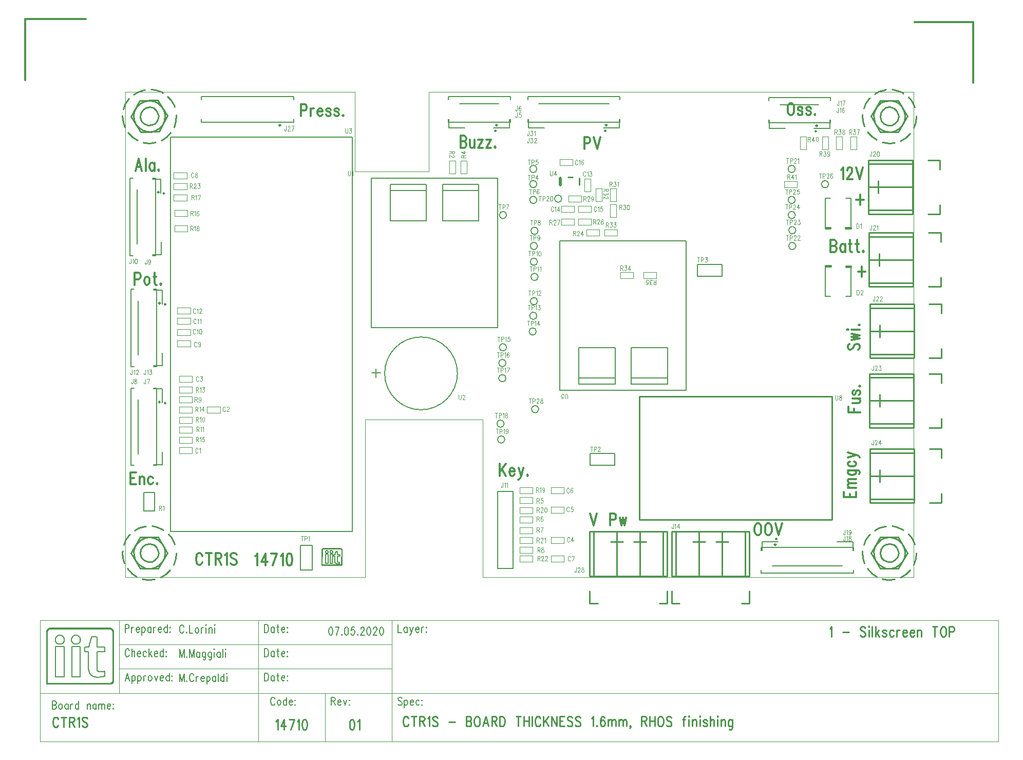
<source format=gbr>
*
*
G04 PADS VX.2.2 Build Number: 9893964 generated Gerber (RS-274-X) file*
G04 PC Version=2.1*
*
%IN "PCB_CTR1S_00.pcb"*%
*
%MOIN*%
*
%FSLAX35Y35*%
*
*
*
*
G04 PC Standard Apertures*
*
*
G04 Thermal Relief Aperture macro.*
%AMTER*
1,1,$1,0,0*
1,0,$1-$2,0,0*
21,0,$3,$4,0,0,45*
21,0,$3,$4,0,0,135*
%
*
*
G04 Annular Aperture macro.*
%AMANN*
1,1,$1,0,0*
1,0,$2,0,0*
%
*
*
G04 Odd Aperture macro.*
%AMODD*
1,1,$1,0,0*
1,0,$1-0.005,0,0*
%
*
*
G04 PC Custom Aperture Macros*
*
*
*
*
*
*
G04 PC Aperture Table*
*
%ADD010C,0.00394*%
%ADD011C,0.006*%
%ADD012C,0.004*%
%ADD014C,0.00591*%
%ADD016C,0.01*%
%ADD023C,0.01575*%
%ADD028C,0.001*%
%ADD037C,0.01181*%
%ADD046C,0.01969*%
%ADD052C,0.00787*%
%ADD067C,0.00591*%
%ADD068C,0.00591*%
%ADD070C,0.00984*%
%ADD071C,0.00472*%
*
*
*
*
G04 PC Circuitry*
G04 Layer Name PCB_CTR1S_00.pcb - circuitry*
%LPD*%
*
*
G04 PC Custom Flashes*
G04 Layer Name PCB_CTR1S_00.pcb - flashes*
%LPD*%
*
*
G04 PC Circuitry*
G04 Layer Name PCB_CTR1S_00.pcb - circuitry*
%LPD*%
*
G54D10*
G01X1749094Y1786941D02*
X1898307D01*
Y1735169*
X1946142*
Y1786941*
X2260906*
Y1471980*
X1981181*
Y1574375*
X1904803Y1574298*
Y1471980*
X1749094*
Y1786941*
X1694016Y1443965D02*
X2316063D01*
Y1365224*
X1694016*
Y1443965*
Y1396720D02*
X1745197D01*
Y1443965*
X1694016*
Y1396720*
X1745197Y1412469D02*
X1835748D01*
Y1428217*
X1745197*
Y1412469*
Y1396720D02*
X1835748D01*
Y1412469*
X1745197*
Y1396720*
X1922362D02*
X2316063D01*
Y1443965*
X1922362*
Y1396720*
Y1365224D02*
X2316063D01*
Y1396720*
X1922362*
Y1365224*
X1835748D02*
X1879055D01*
Y1396720*
X1835748*
Y1365224*
Y1428217D02*
X1922362D01*
Y1443965*
X1835748*
Y1428217*
Y1412469D02*
X1922362D01*
Y1428217*
X1835748*
Y1412469*
Y1396720D02*
X1922362D01*
Y1412469*
X1835748*
Y1396720*
G54D11*
X1768268Y1526823D02*
Y1514776D01*
X1761417*
Y1526823*
X1768268*
G54D12*
X1792665Y1552264D02*
Y1556264D01*
X1784265*
Y1552264*
X1792665*
X1783083Y1633035D02*
Y1629035D01*
X1791483*
Y1633035*
X1783083*
Y1640122D02*
Y1636122D01*
X1791483*
Y1640122*
X1783083*
Y1646815D02*
Y1642815D01*
X1791483*
Y1646815*
X1783083*
X2047094Y1722111D02*
X2051094D01*
Y1730511*
X2047094*
Y1722111*
X2040696Y1708957D02*
Y1712957D01*
X2032296*
Y1708957*
X2040696*
X2051720D02*
Y1712957D01*
X2043320*
Y1708957*
X2051720*
X2039515Y1739272D02*
Y1743272D01*
X2031115*
Y1739272*
X2039515*
X1802375Y1582642D02*
Y1578642D01*
X1810775*
Y1582642*
X1802375*
X1792665Y1598720D02*
Y1602720D01*
X1784265*
Y1598720*
X1792665*
X2025603Y1497996D02*
Y1493996D01*
X2034003*
Y1497996*
X2025603*
Y1517681D02*
Y1513681D01*
X2034003*
Y1517681*
X2025603*
Y1530280D02*
Y1526280D01*
X2034003*
Y1530280*
X2025603*
Y1485791D02*
Y1481791D01*
X2034003*
Y1485791*
X2025603*
X1789121Y1730610D02*
Y1734610D01*
X1780721*
Y1730610*
X1789121*
X1783083Y1625555D02*
Y1621555D01*
X1791483*
Y1625555*
X1783083*
X1792665Y1571949D02*
Y1575949D01*
X1784265*
Y1571949*
X1792665*
Y1565650D02*
Y1569650D01*
X1784265*
Y1565650*
X1792665*
Y1591634D02*
Y1595634D01*
X1784265*
Y1591634*
X1792665*
Y1578642D02*
Y1582642D01*
X1784265*
Y1578642*
X1792665*
Y1558957D02*
Y1562957D01*
X1784265*
Y1558957*
X1792665*
X1789515Y1706201D02*
Y1710201D01*
X1781115*
Y1706201*
X1789515*
X1789121Y1716437D02*
Y1720437D01*
X1780721*
Y1716437*
X1789121*
X1781115Y1700358D02*
Y1696358D01*
X1789515*
Y1700358*
X1781115*
X2013531Y1526280D02*
Y1530280D01*
X2005131*
Y1526280*
X2013531*
X1963693Y1742322D02*
X1959693D01*
Y1733922*
X1963693*
Y1742322*
X2013531Y1513287D02*
Y1517287D01*
X2005131*
Y1513287*
X2013531*
Y1493996D02*
Y1497996D01*
X2005131*
Y1493996*
X2013531*
Y1481791D02*
Y1485791D01*
X2005131*
Y1481791*
X2013531*
X1789121Y1723524D02*
Y1727524D01*
X1780721*
Y1723524*
X1789121*
X2048438Y1697602D02*
Y1693602D01*
X2056838*
Y1697602*
X2048438*
X2032296Y1704689D02*
Y1700689D01*
X2040696*
Y1704689*
X2032296*
X2043320D02*
Y1700689D01*
X2051720*
Y1704689*
X2043320*
X2037020Y1719650D02*
Y1715650D01*
X2045420*
Y1719650*
X2037020*
X2064024Y1705576D02*
X2068024D01*
Y1713976*
X2064024*
Y1705576*
Y1715812D02*
X2068024D01*
Y1724212*
X2064024*
Y1715812*
X2058575Y1724212D02*
X2054575D01*
Y1715812*
X2058575*
Y1724212*
X2060249Y1697602D02*
Y1693602D01*
X2068649*
Y1697602*
X2060249*
X2070485Y1670043D02*
Y1666043D01*
X2078885*
Y1670043*
X2070485*
X2093846Y1666043D02*
Y1670043D01*
X2085446*
Y1666043*
X2093846*
X2219929Y1749670D02*
X2223929D01*
Y1758070*
X2219929*
Y1749670*
X2210480D02*
X2214480D01*
Y1758070*
X2210480*
Y1749670*
X2201425D02*
X2205425D01*
Y1758070*
X2201425*
Y1749670*
X1970780Y1742322D02*
X1966780D01*
Y1733922*
X1970780*
Y1742322*
X2187252Y1749670D02*
X2191252D01*
Y1758070*
X2187252*
Y1749670*
X2185184Y1725098D02*
Y1729098D01*
X2176784*
Y1725098*
X2185184*
X2013531Y1519980D02*
Y1523980D01*
X2005131*
Y1519980*
X2013531*
Y1507382D02*
Y1511382D01*
X2005131*
Y1507382*
X2013531*
Y1500295D02*
Y1504295D01*
X2005131*
Y1500295*
X2013531*
Y1487697D02*
Y1491697D01*
X2005131*
Y1487697*
X2013531*
X1792665Y1585335D02*
Y1589335D01*
X1784265*
Y1585335*
X1792665*
G54D14*
X1996339Y1601114D02*
G75*
G03X1996339I-2363J0D01*
G01X1766811Y1730406D02*
X1772402D01*
Y1721350*
X1756890Y1723476D02*
Y1688240D01*
X1772441Y1689657D02*
Y1681232D01*
X1766811*
X1767598Y1658870D02*
X1769567D01*
Y1608713*
X1767598*
X1755000Y1658791D02*
X1753031D01*
X1753031D02*
Y1608673D01*
X1753031D02*
X1755000D01*
X1767598Y1658358D02*
X1773189D01*
Y1649303*
X1757677Y1651429D02*
Y1616193D01*
X1773228Y1617610D02*
Y1609185D01*
X1767598*
X2206575Y1768831D02*
Y1763240D01*
X2196142*
X2199409Y1778752D02*
X2174094D01*
X2177441Y1763201D02*
X2167205D01*
Y1768831*
X2206969D02*
Y1766862D01*
X2166811*
Y1768831*
X2206969Y1781429D02*
Y1783398D01*
X2166811*
Y1781429*
X1858583Y1769224D02*
Y1767256D01*
X1798661*
Y1769224*
X1858583Y1781823D02*
Y1783791D01*
X1798661*
Y1781823*
X1999094Y1769224D02*
Y1767256D01*
X1958937*
Y1769224*
X1999094Y1781823D02*
Y1783791D01*
X1958937*
Y1781823*
X1998701Y1769224D02*
Y1763634D01*
X1988268*
X1991535Y1779146D02*
X1966220D01*
X1969567Y1763594D02*
X1959331D01*
Y1769224*
X1767598Y1594697D02*
X1769567D01*
Y1544539*
X1767598*
X1755000Y1594618D02*
X1753031D01*
X1753031D02*
Y1544500D01*
X1753031D02*
X1755000D01*
X1767598Y1594185D02*
X1773189D01*
Y1585130*
X1757677Y1587256D02*
Y1552020D01*
X1773228Y1553437D02*
Y1545012D01*
X1767598*
X1766811Y1730917D02*
X1768780D01*
Y1680760*
X1766811*
X1754213Y1730839D02*
X1752244D01*
Y1680720*
X1754213*
X1862992Y1476547D02*
Y1492610D01*
X1870630*
Y1476547*
X1862992*
X2016811Y1676705D02*
G03X2016811I-2362J0D01*
G01X2017205Y1666862D02*
G03X2017205I-2362J0D01*
G01X2016811Y1651114D02*
G03X2016811I-2362J0D01*
G01X2016417Y1641665D02*
G03X2016417I-2362J0D01*
G01X2016024Y1631429D02*
G03X2016024I-2363J0D01*
G01X1996732Y1621193D02*
G03X1996732I-2362J0D01*
G01X1996339Y1610957D02*
G03X1996339I-2363J0D01*
G01X1995157Y1571587D02*
G03X1995157I-2362J0D01*
G01X1995551Y1561350D02*
G03X1995551I-2362J0D01*
G01X2050906Y1552177D02*
X2066969D01*
Y1544539*
X2050906*
Y1552177*
X2032559Y1717650D02*
G03X2032559I-2362J0D01*
G01X2184134Y1736941D02*
G03X2184134I-2362J0D01*
G01X2184528Y1686941D02*
G03X2184528I-2363J0D01*
G01Y1697177D02*
G03X2184528I-2363J0D01*
G01X2184134Y1707020D02*
G03X2184134I-2362J0D01*
G01Y1716862D02*
G03X2184134I-2362J0D01*
G01X2205787Y1727098D02*
G03X2205787I-2362J0D01*
G01X2017598Y1581035D02*
G03X2017598I-2362J0D01*
G01X2120433Y1675051D02*
X2136496D01*
Y1667413*
X2120433*
Y1675051*
X2016417Y1727098D02*
G03X2016417I-2362J0D01*
G01Y1736941D02*
G03X2016417I-2362J0D01*
G01Y1716862D02*
G03X2016417I-2362J0D01*
G01X1996732Y1707020D02*
G03X1996732I-2362J0D01*
G01X2017205Y1696783D02*
G03X2017205I-2362J0D01*
G01X2016811Y1686941D02*
G03X2016811I-2362J0D01*
G01X2162047Y1489303D02*
Y1491272D01*
X2221969*
Y1489303*
X2162047Y1476705D02*
Y1474736D01*
X2221969*
Y1476705*
X2162480Y1489303D02*
Y1494894D01*
X2172795*
X2169252Y1479382D02*
X2214685D01*
X2211142Y1494933D02*
X2221535D01*
Y1489303*
X2069961Y1769224D02*
Y1763634D01*
X2059646*
X2063189Y1779146D02*
X2017756D01*
X2021299Y1763594D02*
X2010906D01*
Y1769224*
X2070394D02*
Y1767256D01*
X2010472*
Y1769224*
X2070394Y1781823D02*
Y1783791D01*
X2010472*
Y1781823*
X1749134Y1441258D02*
Y1436091D01*
Y1441258D02*
X1750744D01*
X1751281Y1441012*
X1751460Y1440766*
X1751639Y1440274*
Y1439535*
X1751460Y1439043*
X1751281Y1438797*
X1750744Y1438551*
X1749134*
X1753250Y1439535D02*
Y1436091D01*
Y1438059D02*
X1753429Y1438797D01*
X1753787Y1439289*
X1754145Y1439535*
X1754681*
X1756292Y1438059D02*
X1758440D01*
Y1438551*
X1758261Y1439043*
X1758082Y1439289*
X1757724Y1439535*
X1757187*
X1756829Y1439289*
X1756471Y1438797*
X1756292Y1438059*
Y1437567*
X1756471Y1436829*
X1756829Y1436337*
X1757187Y1436091*
X1757724*
X1758082Y1436337*
X1758440Y1436829*
X1760050Y1439535D02*
Y1434368D01*
Y1438797D02*
X1760408Y1439289D01*
X1760766Y1439535*
X1761303*
X1761661Y1439289*
X1762019Y1438797*
X1762198Y1438059*
Y1437567*
X1762019Y1436829*
X1761661Y1436337*
X1761303Y1436091*
X1760766*
X1760408Y1436337*
X1760050Y1436829*
X1765956Y1439535D02*
Y1436091D01*
Y1438797D02*
X1765598Y1439289D01*
X1765240Y1439535*
X1764703*
X1764345Y1439289*
X1763987Y1438797*
X1763808Y1438059*
Y1437567*
X1763987Y1436829*
X1764345Y1436337*
X1764703Y1436091*
X1765240*
X1765598Y1436337*
X1765956Y1436829*
X1767566Y1439535D02*
Y1436091D01*
Y1438059D02*
X1767745Y1438797D01*
X1768103Y1439289*
X1768461Y1439535*
X1768998*
X1770608Y1438059D02*
X1772756D01*
Y1438551*
X1772577Y1439043*
X1772398Y1439289*
X1772040Y1439535*
X1771503*
X1771145Y1439289*
X1770787Y1438797*
X1770608Y1438059*
Y1437567*
X1770787Y1436829*
X1771145Y1436337*
X1771503Y1436091*
X1772040*
X1772398Y1436337*
X1772756Y1436829*
X1776514Y1441258D02*
Y1436091D01*
Y1438797D02*
X1776156Y1439289D01*
X1775798Y1439535*
X1775261*
X1774903Y1439289*
X1774545Y1438797*
X1774366Y1438059*
Y1437567*
X1774545Y1436829*
X1774903Y1436337*
X1775261Y1436091*
X1775798*
X1776156Y1436337*
X1776514Y1436829*
X1778304Y1439535D02*
X1778125Y1439289D01*
X1778304Y1439043*
X1778482Y1439289*
X1778304Y1439535*
Y1436583D02*
X1778125Y1436337D01*
X1778304Y1436091*
X1778482Y1436337*
X1778304Y1436583*
X1751818Y1424280D02*
X1751639Y1424772D01*
X1751281Y1425264*
X1750923Y1425510*
X1750208*
X1749850Y1425264*
X1749492Y1424772*
X1749313Y1424280*
X1749134Y1423541*
Y1422311*
X1749313Y1421573*
X1749492Y1421081*
X1749850Y1420589*
X1750208Y1420343*
X1750923*
X1751281Y1420589*
X1751639Y1421081*
X1751818Y1421573*
X1753429Y1425510D02*
Y1420343D01*
Y1422803D02*
X1753966Y1423541D01*
X1754324Y1423787*
X1754860*
X1755218Y1423541*
X1755397Y1422803*
Y1420343*
X1757008Y1422311D02*
X1759155D01*
Y1422803*
X1758976Y1423295*
X1758797Y1423541*
X1758440Y1423787*
X1757903*
X1757545Y1423541*
X1757187Y1423049*
X1757008Y1422311*
Y1421819*
X1757187Y1421081*
X1757545Y1420589*
X1757903Y1420343*
X1758440*
X1758797Y1420589*
X1759155Y1421081*
X1762913Y1423049D02*
X1762555Y1423541D01*
X1762198Y1423787*
X1761661*
X1761303Y1423541*
X1760945Y1423049*
X1760766Y1422311*
Y1421819*
X1760945Y1421081*
X1761303Y1420589*
X1761661Y1420343*
X1762198*
X1762555Y1420589*
X1762913Y1421081*
X1764524Y1425510D02*
Y1420343D01*
X1766314Y1423787D02*
X1764524Y1421327D01*
X1765240Y1422311D02*
X1766492Y1420343D01*
X1768103Y1422311D02*
X1770251D01*
Y1422803*
X1770072Y1423295*
X1769893Y1423541*
X1769535Y1423787*
X1768998*
X1768640Y1423541*
X1768282Y1423049*
X1768103Y1422311*
Y1421819*
X1768282Y1421081*
X1768640Y1420589*
X1768998Y1420343*
X1769535*
X1769893Y1420589*
X1770251Y1421081*
X1774009Y1425510D02*
Y1420343D01*
Y1423049D02*
X1773651Y1423541D01*
X1773293Y1423787*
X1772756*
X1772398Y1423541*
X1772040Y1423049*
X1771861Y1422311*
Y1421819*
X1772040Y1421081*
X1772398Y1420589*
X1772756Y1420343*
X1773293*
X1773651Y1420589*
X1774009Y1421081*
X1775798Y1423787D02*
X1775619Y1423541D01*
X1775798Y1423295*
X1775977Y1423541*
X1775798Y1423787*
Y1420835D02*
X1775619Y1420589D01*
X1775798Y1420343*
X1775977Y1420589*
X1775798Y1420835*
X1750565Y1409762D02*
X1749134Y1404594D01*
X1750565Y1409762D02*
X1751997Y1404594D01*
X1749671Y1406317D02*
X1751460D01*
X1753608Y1408039D02*
Y1402872D01*
Y1407301D02*
X1753966Y1407793D01*
X1754324Y1408039*
X1754860*
X1755218Y1407793*
X1755576Y1407301*
X1755755Y1406563*
Y1406071*
X1755576Y1405333*
X1755218Y1404841*
X1754860Y1404594*
X1754324*
X1753966Y1404841*
X1753608Y1405333*
X1757366Y1408039D02*
Y1402872D01*
Y1407301D02*
X1757724Y1407793D01*
X1758082Y1408039*
X1758618*
X1758976Y1407793*
X1759334Y1407301*
X1759513Y1406563*
Y1406071*
X1759334Y1405333*
X1758976Y1404841*
X1758618Y1404594*
X1758082*
X1757724Y1404841*
X1757366Y1405333*
X1761124Y1408039D02*
Y1404594D01*
Y1406563D02*
X1761303Y1407301D01*
X1761661Y1407793*
X1762019Y1408039*
X1762555*
X1765061D02*
X1764703Y1407793D01*
X1764345Y1407301*
X1764166Y1406563*
Y1406071*
X1764345Y1405333*
X1764703Y1404841*
X1765061Y1404594*
X1765598*
X1765956Y1404841*
X1766314Y1405333*
X1766492Y1406071*
Y1406563*
X1766314Y1407301*
X1765956Y1407793*
X1765598Y1408039*
X1765061*
X1768103D02*
X1769177Y1404594D01*
X1770251Y1408039D02*
X1769177Y1404594D01*
X1771861Y1406563D02*
X1774009D01*
Y1407055*
X1773830Y1407547*
X1773651Y1407793*
X1773293Y1408039*
X1772756*
X1772398Y1407793*
X1772040Y1407301*
X1771861Y1406563*
Y1406071*
X1772040Y1405333*
X1772398Y1404841*
X1772756Y1404594*
X1773293*
X1773651Y1404841*
X1774009Y1405333*
X1777767Y1409762D02*
Y1404594D01*
Y1407301D02*
X1777409Y1407793D01*
X1777051Y1408039*
X1776514*
X1776156Y1407793*
X1775798Y1407301*
X1775619Y1406563*
Y1406071*
X1775798Y1405333*
X1776156Y1404841*
X1776514Y1404594*
X1777051*
X1777409Y1404841*
X1777767Y1405333*
X1779556Y1408039D02*
X1779377Y1407793D01*
X1779556Y1407547*
X1779735Y1407793*
X1779556Y1408039*
Y1405087D02*
X1779377Y1404841D01*
X1779556Y1404594*
X1779735Y1404841*
X1779556Y1405087*
X1787251Y1439634D02*
X1787072Y1440126D01*
X1786714Y1440618*
X1786356Y1440864*
X1785641*
X1785283Y1440618*
X1784925Y1440126*
X1784746Y1439634*
X1784567Y1438896*
Y1437665*
X1784746Y1436927*
X1784925Y1436435*
X1785283Y1435943*
X1785641Y1435697*
X1786356*
X1786714Y1435943*
X1787072Y1436435*
X1787251Y1436927*
X1789041Y1436189D02*
X1788862Y1435943D01*
X1789041Y1435697*
X1789220Y1435943*
X1789041Y1436189*
X1790830Y1440864D02*
Y1435697D01*
X1792978*
X1795483Y1439142D02*
X1795125Y1438896D01*
X1794767Y1438404*
X1794588Y1437665*
Y1437173*
X1794767Y1436435*
X1795125Y1435943*
X1795483Y1435697*
X1796020*
X1796378Y1435943*
X1796736Y1436435*
X1796915Y1437173*
Y1437665*
X1796736Y1438404*
X1796378Y1438896*
X1796020Y1439142*
X1795483*
X1798525D02*
Y1435697D01*
Y1437665D02*
X1798704Y1438404D01*
X1799062Y1438896*
X1799420Y1439142*
X1799957*
X1801568Y1440864D02*
X1801747Y1440618D01*
X1801926Y1440864*
X1801747Y1441110*
X1801568Y1440864*
X1801747Y1439142D02*
Y1435697D01*
X1803536Y1439142D02*
Y1435697D01*
Y1438157D02*
X1804073Y1438896D01*
X1804431Y1439142*
X1804968*
X1805326Y1438896*
X1805505Y1438157*
Y1435697*
X1807115Y1440864D02*
X1807294Y1440618D01*
X1807473Y1440864*
X1807294Y1441110*
X1807115Y1440864*
X1807294Y1439142D02*
Y1435697D01*
X1784567Y1425116D02*
Y1419949D01*
Y1425116D02*
X1785999Y1419949D01*
X1787430Y1425116D02*
X1785999Y1419949D01*
X1787430Y1425116D02*
Y1419949D01*
X1789220Y1420441D02*
X1789041Y1420195D01*
X1789220Y1419949*
X1789399Y1420195*
X1789220Y1420441*
X1791009Y1425116D02*
Y1419949D01*
Y1425116D02*
X1792441Y1419949D01*
X1793873Y1425116D02*
X1792441Y1419949D01*
X1793873Y1425116D02*
Y1419949D01*
X1797631Y1423394D02*
Y1419949D01*
Y1422656D02*
X1797273Y1423148D01*
X1796915Y1423394*
X1796378*
X1796020Y1423148*
X1795662Y1422656*
X1795483Y1421917*
Y1421425*
X1795662Y1420687*
X1796020Y1420195*
X1796378Y1419949*
X1796915*
X1797273Y1420195*
X1797631Y1420687*
X1801389Y1423394D02*
Y1419457D01*
X1801210Y1418719*
X1801031Y1418472*
X1800673Y1418226*
X1800136*
X1799778Y1418472*
X1801389Y1422656D02*
X1801031Y1423148D01*
X1800673Y1423394*
X1800136*
X1799778Y1423148*
X1799420Y1422656*
X1799241Y1421917*
Y1421425*
X1799420Y1420687*
X1799778Y1420195*
X1800136Y1419949*
X1800673*
X1801031Y1420195*
X1801389Y1420687*
X1805147Y1423394D02*
Y1419457D01*
X1804968Y1418719*
X1804789Y1418472*
X1804431Y1418226*
X1803894*
X1803536Y1418472*
X1805147Y1422656D02*
X1804789Y1423148D01*
X1804431Y1423394*
X1803894*
X1803536Y1423148*
X1803178Y1422656*
X1802999Y1421917*
Y1421425*
X1803178Y1420687*
X1803536Y1420195*
X1803894Y1419949*
X1804431*
X1804789Y1420195*
X1805147Y1420687*
X1806757Y1425116D02*
X1806936Y1424870D01*
X1807115Y1425116*
X1806936Y1425362*
X1806757Y1425116*
X1806936Y1423394D02*
Y1419949D01*
X1810873Y1423394D02*
Y1419949D01*
Y1422656D02*
X1810515Y1423148D01*
X1810157Y1423394*
X1809621*
X1809263Y1423148*
X1808905Y1422656*
X1808726Y1421917*
Y1421425*
X1808905Y1420687*
X1809263Y1420195*
X1809621Y1419949*
X1810157*
X1810515Y1420195*
X1810873Y1420687*
X1812484Y1425116D02*
Y1419949D01*
X1814094Y1425116D02*
X1814273Y1424870D01*
X1814452Y1425116*
X1814273Y1425362*
X1814094Y1425116*
X1814273Y1423394D02*
Y1419949D01*
X1926299Y1441258D02*
Y1436091D01*
X1928447*
X1932205Y1439535D02*
Y1436091D01*
Y1438797D02*
X1931847Y1439289D01*
X1931489Y1439535*
X1930952*
X1930594Y1439289*
X1930236Y1438797*
X1930057Y1438059*
Y1437567*
X1930236Y1436829*
X1930594Y1436337*
X1930952Y1436091*
X1931489*
X1931847Y1436337*
X1932205Y1436829*
X1933994Y1439535D02*
X1935068Y1436091D01*
X1936142Y1439535D02*
X1935068Y1436091D01*
X1934710Y1435106*
X1934352Y1434614*
X1933994Y1434368*
X1933815*
X1937752Y1438059D02*
X1939900D01*
Y1438551*
X1939721Y1439043*
X1939542Y1439289*
X1939184Y1439535*
X1938647*
X1938289Y1439289*
X1937931Y1438797*
X1937752Y1438059*
Y1437567*
X1937931Y1436829*
X1938289Y1436337*
X1938647Y1436091*
X1939184*
X1939542Y1436337*
X1939900Y1436829*
X1941510Y1439535D02*
Y1436091D01*
Y1438059D02*
X1941689Y1438797D01*
X1942047Y1439289*
X1942405Y1439535*
X1942942*
X1944732D02*
X1944553Y1439289D01*
X1944732Y1439043*
X1944911Y1439289*
X1944732Y1439535*
Y1436583D02*
X1944553Y1436337D01*
X1944732Y1436091*
X1944911Y1436337*
X1944732Y1436583*
X1701929Y1391463D02*
Y1386295D01*
Y1391463D02*
X1703540D01*
X1704077Y1391217*
X1704256Y1390970*
X1704434Y1390478*
X1704434D02*
Y1389986D01*
X1704434D02*
X1704256Y1389494D01*
X1704077Y1389248*
X1703540Y1389002*
X1701929D02*
X1703540D01*
X1704077Y1388756*
X1704256Y1388510*
X1704434Y1388018*
X1704434D02*
Y1387280D01*
X1704434D02*
X1704256Y1386787D01*
X1704077Y1386541*
X1703540Y1386295*
X1701929*
X1706940Y1389740D02*
X1706582Y1389494D01*
X1706224Y1389002*
X1706045Y1388264*
Y1387772*
X1706224Y1387033*
X1706582Y1386541*
X1706940Y1386295*
X1707477*
X1707835Y1386541*
X1708193Y1387033*
X1708372Y1387772*
Y1388264*
X1708193Y1389002*
X1707835Y1389494*
X1707477Y1389740*
X1706940*
X1712130D02*
Y1386295D01*
Y1389002D02*
X1711772Y1389494D01*
X1711414Y1389740*
X1710877*
X1710519Y1389494*
X1710161Y1389002*
X1709982Y1388264*
Y1387772*
X1710161Y1387033*
X1710519Y1386541*
X1710877Y1386295*
X1711414*
X1711772Y1386541*
X1712130Y1387033*
X1713740Y1389740D02*
Y1386295D01*
Y1388264D02*
X1713919Y1389002D01*
X1714277Y1389494*
X1714635Y1389740*
X1715172*
X1718930Y1391463D02*
Y1386295D01*
Y1389002D02*
X1718572Y1389494D01*
X1718214Y1389740*
X1717677*
X1717319Y1389494*
X1716961Y1389002*
X1716782Y1388264*
Y1387772*
X1716961Y1387033*
X1717319Y1386541*
X1717677Y1386295*
X1718214*
X1718572Y1386541*
X1718930Y1387033*
X1724656Y1389740D02*
Y1386295D01*
Y1388756D02*
X1725193Y1389494D01*
X1725551Y1389740*
X1726088*
X1726446Y1389494*
X1726625Y1388756*
Y1386295*
X1730383Y1389740D02*
Y1386295D01*
Y1389002D02*
X1730025Y1389494D01*
X1729667Y1389740*
X1729130*
X1728772Y1389494*
X1728414Y1389002*
X1728236Y1388264*
X1728236D02*
Y1387772D01*
X1728236D02*
X1728414Y1387033D01*
X1728772Y1386541*
X1729130Y1386295*
X1729667*
X1730025Y1386541*
X1730383Y1387033*
X1731994Y1389740D02*
Y1386295D01*
Y1388756D02*
X1732530Y1389494D01*
X1732888Y1389740*
X1733425*
X1733783Y1389494*
X1733962Y1388756*
Y1386295*
Y1388756D02*
X1734499Y1389494D01*
X1734857Y1389740*
X1735394*
X1735752Y1389494*
X1735931Y1388756*
Y1386295*
X1737541Y1388264D02*
X1739689D01*
Y1388756*
X1739510Y1389248*
X1739331Y1389494*
X1738973Y1389740*
X1738436*
X1738078Y1389494*
X1737720Y1389002*
X1737541Y1388264*
Y1387772*
X1737720Y1387033*
X1738078Y1386541*
X1738436Y1386295*
X1738973*
X1739331Y1386541*
X1739689Y1387033*
X1741478Y1389740D02*
X1741299Y1389494D01*
X1741478Y1389248*
X1741657Y1389494*
X1741478Y1389740*
Y1386787D02*
X1741299Y1386541D01*
X1741478Y1386295*
X1741657Y1386541*
X1741478Y1386787*
X1846306Y1392783D02*
X1846127Y1393276D01*
X1845770Y1393768*
X1845412Y1394014*
X1844696*
X1844338Y1393768*
X1843980Y1393276*
X1843801Y1392783*
X1843622Y1392045*
Y1390815*
X1843801Y1390077*
X1843980Y1389585*
X1844338Y1389093*
X1844696Y1388846*
X1845412*
X1845770Y1389093*
X1846127Y1389585*
X1846306Y1390077*
X1848812Y1392291D02*
X1848454Y1392045D01*
X1848096Y1391553*
X1847917Y1390815*
Y1390323*
X1848096Y1389585*
X1848454Y1389093*
X1848812Y1388846*
X1849349*
X1849707Y1389093*
X1850064Y1389585*
X1850243Y1390323*
Y1390815*
X1850064Y1391553*
X1849707Y1392045*
X1849349Y1392291*
X1848812*
X1854001Y1394014D02*
Y1388846D01*
Y1391553D02*
X1853644Y1392045D01*
X1853286Y1392291*
X1852749*
X1852391Y1392045*
X1852033Y1391553*
X1851854Y1390815*
Y1390323*
X1852033Y1389585*
X1852391Y1389093*
X1852749Y1388846*
X1853286*
X1853644Y1389093*
X1854001Y1389585*
X1855612Y1390815D02*
X1857759D01*
Y1391307*
X1857581Y1391799*
X1857402Y1392045*
X1857044Y1392291*
X1856507*
X1856149Y1392045*
X1855791Y1391553*
X1855612Y1390815*
Y1390323*
X1855791Y1389585*
X1856149Y1389093*
X1856507Y1388846*
X1857044*
X1857402Y1389093*
X1857759Y1389585*
X1859549Y1392291D02*
X1859370Y1392045D01*
X1859549Y1391799*
X1859728Y1392045*
X1859549Y1392291*
Y1389339D02*
X1859370Y1389093D01*
X1859549Y1388846*
X1859728Y1389093*
X1859549Y1389339*
X1882992Y1394014D02*
Y1388846D01*
Y1394014D02*
X1884603D01*
X1885140Y1393768*
X1885319Y1393522*
X1885497Y1393030*
Y1392537*
X1885319Y1392045*
X1885140Y1391799*
X1884603Y1391553*
X1882992*
X1884245D02*
X1885497Y1388846D01*
X1887108Y1390815D02*
X1889256D01*
Y1391307*
X1889077Y1391799*
X1888898Y1392045*
X1888540Y1392291*
X1888003*
X1887645Y1392045*
X1887287Y1391553*
X1887108Y1390815*
Y1390323*
X1887287Y1389585*
X1887645Y1389093*
X1888003Y1388846*
X1888540*
X1888898Y1389093*
X1889256Y1389585*
X1890866Y1392291D02*
X1891940Y1388846D01*
X1893014Y1392291D02*
X1891940Y1388846D01*
X1894803Y1392291D02*
X1894624Y1392045D01*
X1894803Y1391799*
X1894982Y1392045*
X1894803Y1392291*
Y1389339D02*
X1894624Y1389093D01*
X1894803Y1388846*
X1894982Y1389093*
X1894803Y1389339*
X1928805Y1393276D02*
X1928447Y1393768D01*
X1927910Y1394014*
X1927194*
X1926657Y1393768*
X1926299Y1393276*
Y1392783*
X1926478Y1392291*
X1926657Y1392045*
X1927015Y1391799*
X1928089Y1391307*
X1928447Y1391061*
X1928626Y1390815*
X1928805Y1390323*
Y1389585*
X1928447Y1389093*
X1927910Y1388846*
X1927194*
X1926657Y1389093*
X1926299Y1389585*
X1930415Y1392291D02*
Y1387124D01*
Y1391553D02*
X1930773Y1392045D01*
X1931131Y1392291*
X1931668*
X1932026Y1392045*
X1932384Y1391553*
X1932563Y1390815*
Y1390323*
X1932384Y1389585*
X1932026Y1389093*
X1931668Y1388846*
X1931131*
X1930773Y1389093*
X1930415Y1389585*
X1934173Y1390815D02*
X1936321D01*
Y1391307*
X1936142Y1391799*
X1935963Y1392045*
X1935605Y1392291*
X1935068*
X1934710Y1392045*
X1934352Y1391553*
X1934173Y1390815*
Y1390323*
X1934352Y1389585*
X1934710Y1389093*
X1935068Y1388846*
X1935605*
X1935963Y1389093*
X1936321Y1389585*
X1940079Y1391553D02*
X1939721Y1392045D01*
X1939363Y1392291*
X1938826*
X1938468Y1392045*
X1938110Y1391553*
X1937931Y1390815*
Y1390323*
X1938110Y1389585*
X1938468Y1389093*
X1938826Y1388846*
X1939363*
X1939721Y1389093*
X1940079Y1389585*
X1941868Y1392291D02*
X1941689Y1392045D01*
X1941868Y1391799*
X1942047Y1392045*
X1941868Y1392291*
Y1389339D02*
X1941689Y1389093D01*
X1941868Y1388846*
X1942047Y1389093*
X1941868Y1389339*
X1839685Y1441258D02*
Y1436091D01*
Y1441258D02*
X1840938D01*
X1841475Y1441012*
X1841832Y1440520*
X1842011Y1440028*
X1842190Y1439289*
Y1438059*
X1842011Y1437321*
X1841832Y1436829*
X1841475Y1436337*
X1840938Y1436091*
X1839685*
X1845948Y1439535D02*
Y1436091D01*
Y1438797D02*
X1845591Y1439289D01*
X1845233Y1439535*
X1844696*
X1844338Y1439289*
X1843980Y1438797*
X1843801Y1438059*
Y1437567*
X1843980Y1436829*
X1844338Y1436337*
X1844696Y1436091*
X1845233*
X1845591Y1436337*
X1845948Y1436829*
X1848096Y1441258D02*
Y1437075D01*
X1848275Y1436337*
X1848633Y1436091*
X1848991*
X1847559Y1439535D02*
X1848812D01*
X1850601Y1438059D02*
X1852749D01*
Y1438551*
X1852570Y1439043*
X1852391Y1439289*
X1852033Y1439535*
X1851496*
X1851138Y1439289*
X1850780Y1438797*
X1850601Y1438059*
Y1437567*
X1850780Y1436829*
X1851138Y1436337*
X1851496Y1436091*
X1852033*
X1852391Y1436337*
X1852749Y1436829*
X1854538Y1439535D02*
X1854359Y1439289D01*
X1854538Y1439043*
X1854717Y1439289*
X1854538Y1439535*
Y1436583D02*
X1854359Y1436337D01*
X1854538Y1436091*
X1854717Y1436337*
X1854538Y1436583*
X1839685Y1425510D02*
Y1420343D01*
Y1425510D02*
X1840938D01*
X1841475Y1425264*
X1841832Y1424772*
X1842011Y1424280*
X1842190Y1423541*
Y1422311*
X1842011Y1421573*
X1841832Y1421081*
X1841475Y1420589*
X1840938Y1420343*
X1839685*
X1845948Y1423787D02*
Y1420343D01*
Y1423049D02*
X1845591Y1423541D01*
X1845233Y1423787*
X1844696*
X1844338Y1423541*
X1843980Y1423049*
X1843801Y1422311*
Y1421819*
X1843980Y1421081*
X1844338Y1420589*
X1844696Y1420343*
X1845233*
X1845591Y1420589*
X1845948Y1421081*
X1848096Y1425510D02*
Y1421327D01*
X1848275Y1420589*
X1848633Y1420343*
X1848991*
X1847559Y1423787D02*
X1848812D01*
X1850601Y1422311D02*
X1852749D01*
Y1422803*
X1852570Y1423295*
X1852391Y1423541*
X1852033Y1423787*
X1851496*
X1851138Y1423541*
X1850780Y1423049*
X1850601Y1422311*
Y1421819*
X1850780Y1421081*
X1851138Y1420589*
X1851496Y1420343*
X1852033*
X1852391Y1420589*
X1852749Y1421081*
X1854538Y1423787D02*
X1854359Y1423541D01*
X1854538Y1423295*
X1854717Y1423541*
X1854538Y1423787*
Y1420835D02*
X1854359Y1420589D01*
X1854538Y1420343*
X1854717Y1420589*
X1854538Y1420835*
X1839685Y1409762D02*
Y1404594D01*
Y1409762D02*
X1840938D01*
X1841475Y1409516*
X1841832Y1409024*
X1842011Y1408532*
X1842011D02*
X1842190Y1407793D01*
Y1406563*
X1842011Y1405825*
X1841832Y1405333*
X1841475Y1404841*
X1840938Y1404594*
X1839685*
X1845948Y1408039D02*
Y1404594D01*
Y1407301D02*
X1845591Y1407793D01*
X1845233Y1408039*
X1844696*
X1844338Y1407793*
X1843980Y1407301*
X1843801Y1406563*
Y1406071*
X1843980Y1405333*
X1844338Y1404841*
X1844696Y1404594*
X1845233*
X1845591Y1404841*
X1845948Y1405333*
X1848096Y1409762D02*
Y1405579D01*
X1848275Y1404841*
X1848633Y1404594*
X1848991*
X1847559Y1408039D02*
X1848812D01*
X1850601Y1406563D02*
X1852749D01*
Y1407055*
X1852570Y1407547*
X1852391Y1407793*
X1852033Y1408039*
X1851496*
X1851138Y1407793*
X1850780Y1407301*
X1850601Y1406563*
Y1406071*
X1850780Y1405333*
X1851138Y1404841*
X1851496Y1404594*
X1852033*
X1852391Y1404841*
X1852749Y1405333*
X1854538Y1408039D02*
X1854359Y1407793D01*
X1854538Y1407547*
X1854717Y1407793*
X1854538Y1408039*
Y1405087D02*
X1854359Y1404841D01*
X1854538Y1404594*
X1854717Y1404841*
X1854538Y1405087*
X1889252Y1490484D02*
Y1490472D01*
X1889304*
Y1490460*
X1889364*
Y1490448*
X1889412*
Y1490436*
X1889447*
Y1490424*
X1889471*
Y1490412*
X1889507*
Y1490400*
X1889531*
Y1490388*
X1889555*
Y1490376*
X1889579*
Y1490364*
X1889591*
Y1490352*
X1889614*
Y1490340*
X1889638*
Y1490328*
X1889650*
Y1490316*
X1889662*
Y1490304*
X1889686*
Y1490292*
X1889698*
Y1490280*
X1889710*
Y1490268*
X1889722*
Y1490256*
X1889734*
Y1490244*
X1889746*
Y1490232*
X1889757*
Y1490220*
X1889769*
Y1490208*
X1889781*
Y1490196*
X1889793*
Y1490184*
X1889805*
Y1490160*
X1889817*
Y1490148*
X1889829*
Y1490124*
X1889841*
Y1490112*
X1889853*
Y1490088*
X1889865*
Y1490064*
X1889877*
X1889876Y1490040*
X1889888*
Y1490017*
X1889900Y1490016*
Y1489981*
X1889912*
Y1489945*
X1889924*
Y1489897*
X1889936*
X1889914Y1480197*
X1889902Y1480198*
Y1480150*
X1889890*
Y1480114*
X1889878*
Y1480078*
X1889866*
Y1480054*
X1889854*
Y1480030*
X1889842*
Y1480007*
X1889830*
Y1479983*
X1889818*
Y1479971*
X1889806*
Y1479947*
X1889794*
Y1479935*
X1889782*
Y1479911*
X1889770*
Y1479899*
X1889758*
Y1479887*
X1889746*
Y1479875*
X1889734*
Y1479863*
X1889722*
Y1479852*
X1889710*
Y1479840*
X1889698*
Y1479828*
X1889686*
Y1479816*
X1889674*
Y1479804*
X1889662*
Y1479792*
X1889638*
Y1479780*
X1889626*
Y1479768*
X1889614*
Y1479756*
X1889590*
Y1479744*
X1889566*
Y1479732*
X1889554*
Y1479721*
X1889554D02*
X1889530D01*
Y1479709*
X1889506*
Y1479697*
X1889483*
X1889482Y1479685*
X1889447*
Y1479673*
X1889423*
Y1479661*
X1889375*
Y1479649*
X1889267*
Y1479638*
X1876928Y1479666*
X1876951Y1489915*
X1876963*
X1876964Y1489974*
X1876976*
Y1490010*
X1876988*
Y1490046*
X1877000*
Y1490070*
X1877012*
Y1490094*
X1877024*
Y1490118*
X1877036*
Y1490141*
X1877048*
Y1490153*
X1877060*
Y1490177*
X1877072*
Y1490189*
X1877084*
Y1490201*
X1877095*
X1877096Y1490225*
X1877107*
X1877108Y1490237*
X1877108D02*
X1877119D01*
X1877120Y1490249*
X1877131*
Y1490261*
X1877143*
Y1490273*
X1877155*
Y1490285*
X1877167Y1490284*
Y1490296*
X1877179*
Y1490308*
X1877191*
Y1490320*
X1877203*
Y1490332*
X1877227*
Y1490344*
X1877239*
Y1490356*
X1877263*
Y1490368*
X1877275*
Y1490380*
X1877299*
Y1490392*
X1877311*
Y1490404*
X1877335*
Y1490415*
X1877359*
Y1490427*
X1877383*
Y1490439*
X1877419*
Y1490451*
X1877442*
X1877443Y1490463*
X1877490*
Y1490475*
X1877526*
Y1490487*
X1877586*
Y1490499*
X1877637Y1490498*
Y1490510*
X1889252Y1490484*
X1889247Y1490317D02*
X1877625Y1490343D01*
Y1490331*
X1877565*
Y1490319*
X1877517Y1490320*
Y1490308*
X1877481*
Y1490296*
X1877457*
Y1490284*
X1877421*
Y1490272*
X1877409*
Y1490260*
X1877385*
Y1490248*
X1877362*
Y1490236*
X1877350*
Y1490224*
X1877326*
Y1490212*
X1877314*
Y1490201*
X1877302*
Y1490189*
X1877278*
Y1490177*
X1877266*
Y1490165*
X1877254*
Y1490153*
X1877242*
Y1490141*
X1877230*
Y1490129*
X1877218*
Y1490105*
X1877206*
Y1490093*
X1877194*
Y1490081*
X1877182*
Y1490057*
X1877170Y1490058*
Y1490046*
X1877158*
Y1490022*
X1877146*
Y1489998*
X1877134*
Y1489962*
X1877122*
Y1489926*
X1877110*
Y1489878*
X1877098Y1489879*
X1877075Y1479809*
X1889223Y1479781*
Y1479793*
X1889283*
Y1479805*
X1889331*
Y1479817*
X1889367Y1479816*
Y1479828*
X1889390*
Y1479840*
X1889426*
Y1479852*
X1889450*
Y1479864*
X1889462*
Y1479876*
X1889486*
Y1479888*
X1889510*
Y1479900*
X1889522*
Y1479912*
X1889534*
Y1479924*
X1889558*
Y1479936*
X1889570Y1479935*
Y1479947*
X1889582*
Y1479959*
X1889594*
Y1479971*
X1889606*
Y1479983*
X1889618*
Y1479995*
X1889630*
Y1480019*
X1889642*
Y1480031*
X1889654*
Y1480043*
X1889666*
Y1480067*
X1889678*
Y1480079*
X1889690*
Y1480102*
X1889702*
Y1480126*
X1889714*
Y1480162*
X1889726*
Y1480198*
X1889738*
Y1480246*
X1889750*
X1889772Y1489850*
X1889760*
Y1489897*
X1889748*
Y1489933*
X1889736*
Y1489969*
X1889724*
Y1489993*
X1889712*
Y1490017*
X1889700*
Y1490029*
X1889689*
Y1490053*
X1889677*
Y1490065*
X1889665*
Y1490077*
X1889653*
Y1490101*
X1889641*
Y1490113*
X1889629*
Y1490125*
X1889617*
Y1490137*
X1889605*
Y1490149*
X1889593*
Y1490161*
X1889581*
Y1490172*
X1889557Y1490173*
Y1490184*
X1889546Y1490185*
Y1490196*
X1889534*
Y1490208*
X1889510*
Y1490220*
X1889486Y1490221*
Y1490232*
X1889474*
Y1490244*
X1889450*
Y1490256*
X1889414*
X1889414D02*
Y1490268D01*
X1889390*
Y1490280*
X1889355Y1490281*
Y1490292*
X1889307Y1490293*
Y1490305*
X1889247*
Y1490317*
X1880812Y1486912D02*
X1880798Y1480987D01*
X1879150Y1480991*
X1879163Y1486916*
X1880812Y1486912*
X1880226Y1489363D02*
Y1489351D01*
X1880286*
Y1489339*
X1880334*
Y1489327*
X1880369*
Y1489315*
X1880393*
Y1489303*
X1880429*
Y1489291*
X1880453*
Y1489279*
X1880477*
Y1489267*
X1880501*
Y1489255*
X1880525*
Y1489243*
X1880536*
Y1489231*
X1880560*
Y1489219*
X1880572*
Y1489207*
X1880584*
Y1489195*
X1880608*
Y1489183*
X1880620*
Y1489171*
X1880632*
Y1489159*
X1880644*
Y1489147*
X1880656*
Y1489135*
X1880668*
Y1489123*
X1880680*
Y1489111*
X1880692*
X1880692D02*
X1880691Y1489099D01*
X1880703*
Y1489087*
X1880715*
Y1489075*
X1880727*
Y1489063*
X1880739*
Y1489051*
X1880751*
Y1489039*
X1880763*
Y1489016*
X1880775Y1489015*
Y1489004*
X1880787*
Y1488992*
X1880799*
Y1488968*
X1880811*
Y1488956*
X1880823*
X1880822Y1488932*
X1880834*
Y1488908*
X1880846*
Y1488884*
X1880858*
Y1488860*
X1880870*
Y1488836*
X1880882*
Y1488800*
X1880894*
Y1488764*
X1880906*
Y1488717*
X1880918*
X1880917Y1488657*
X1880929*
Y1488549*
X1880941*
Y1488442*
X1880929*
Y1488322*
X1880917*
X1880916Y1488263*
X1880905*
X1880904Y1488227*
X1880893*
X1880892Y1488191*
X1880880*
Y1488155*
X1880868*
Y1488131*
X1880856*
Y1488096*
X1880844*
Y1488072*
X1880832*
Y1488060*
X1880820*
Y1488036*
X1880808*
Y1488012*
X1880796*
Y1488000*
X1880784*
Y1487976*
X1880772*
Y1487964*
X1880761*
Y1487952*
X1880749*
Y1487929*
X1880737*
Y1487917*
X1880725*
Y1487905*
X1880713*
Y1487893*
X1880701*
Y1487881*
X1880689*
Y1487869*
X1880677*
Y1487857*
X1880665*
Y1487845*
X1880653*
Y1487833*
X1880641*
Y1487821*
X1880629*
Y1487809*
X1880605*
Y1487797*
X1880593Y1487798*
Y1487786*
X1880581*
Y1487774*
X1880569*
Y1487762*
X1880545*
Y1487750*
X1880533*
Y1487738*
X1880509*
Y1487726*
X1880485*
Y1487714*
X1880461*
Y1487702*
X1880437*
Y1487690*
X1880413*
Y1487678*
X1880390Y1487679*
Y1487667*
X1880354*
Y1487655*
X1880306*
Y1487643*
X1880258*
Y1487631*
X1880186*
Y1487619*
X1879959Y1487620*
Y1487632*
X1879888*
Y1487644*
X1879828*
Y1487656*
X1879792*
Y1487668*
X1879756*
Y1487680*
X1879733*
Y1487692*
X1879709*
Y1487704*
X1879685*
Y1487716*
X1879661*
Y1487728*
X1879637*
Y1487740*
X1879613*
Y1487752*
X1879601*
Y1487764*
X1879577*
X1879578Y1487776*
X1879566*
Y1487788*
X1879554*
Y1487800*
X1879530*
Y1487812*
X1879518*
Y1487824*
X1879506*
Y1487836*
X1879494*
Y1487848*
X1879482*
Y1487860*
X1879470*
Y1487872*
X1879458*
Y1487884*
X1879446*
Y1487896*
X1879434*
Y1487908*
X1879423*
Y1487920*
X1879411*
Y1487932*
X1879399*
Y1487944*
X1879387*
Y1487967*
X1879375Y1487968*
Y1487979*
X1879363*
Y1487991*
X1879351*
Y1488015*
X1879339*
Y1488027*
X1879327*
Y1488051*
X1879315*
Y1488075*
X1879303*
X1879304Y1488099*
X1879292*
Y1488123*
X1879280*
Y1488147*
X1879268*
Y1488171*
X1879256*
Y1488207*
X1879244*
Y1488254*
X1879232Y1488255*
Y1488302*
X1879220*
X1879221Y1488374*
X1879209*
Y1488625*
X1879221*
Y1488697*
X1879233*
X1879233D02*
Y1488744D01*
X1879245*
Y1488780*
X1879257*
Y1488816*
X1879269*
Y1488852*
X1879281*
Y1488876*
X1879293*
Y1488899*
X1879305*
Y1488923*
X1879317*
Y1488947*
X1879329*
Y1488959*
X1879341*
Y1488983*
X1879353*
Y1488995*
X1879365*
Y1489019*
X1879377*
Y1489031*
X1879389*
Y1489043*
X1879401*
Y1489054*
X1879413*
Y1489066*
X1879425*
Y1489090*
X1879437*
Y1489102*
X1879449*
Y1489114*
X1879461*
Y1489126*
X1879473*
Y1489138*
X1879485*
Y1489150*
X1879497*
Y1489162*
X1879521*
Y1489174*
X1879533*
Y1489186*
X1879545*
Y1489197*
X1879557*
Y1489209*
X1879581*
Y1489221*
X1879593*
Y1489233*
X1879617*
Y1489245*
X1879629*
Y1489257*
X1879653*
Y1489269*
X1879676*
X1879676D02*
X1879677Y1489281D01*
X1879700*
Y1489293*
X1879724*
Y1489305*
X1879748Y1489304*
X1879748D02*
Y1489316D01*
X1879784*
Y1489328*
X1879820*
Y1489340*
X1879868*
Y1489352*
X1879928*
Y1489364*
X1880226Y1489363*
X1883764Y1486905D02*
X1883751Y1480981D01*
X1882102Y1480984*
X1882116Y1486909*
X1883764Y1486905*
X1883147Y1489356D02*
Y1489345D01*
X1883219Y1489344*
Y1489332*
X1883266*
Y1489320*
X1883302*
Y1489308*
X1883326*
Y1489296*
X1883362*
Y1489284*
X1883386*
Y1489272*
X1883410*
Y1489260*
X1883433*
Y1489248*
X1883445*
Y1489236*
X1883469*
Y1489224*
X1883493*
Y1489212*
X1883505*
Y1489200*
X1883517*
Y1489188*
X1883541*
Y1489176*
X1883553*
Y1489164*
X1883565*
Y1489152*
X1883577*
Y1489140*
X1883589*
X1883588Y1489129*
X1883600Y1489128*
Y1489117*
X1883612*
Y1489105*
X1883624*
Y1489093*
X1883636*
Y1489081*
X1883648*
Y1489069*
X1883660*
Y1489057*
X1883672*
Y1489045*
X1883684*
Y1489033*
X1883696*
Y1489009*
X1883708*
Y1488997*
X1883720*
Y1488973*
X1883731*
Y1488961*
X1883743*
Y1488937*
X1883755*
Y1488925*
X1883767*
Y1488901*
X1883779*
Y1488877*
X1883791*
Y1488853*
X1883803*
Y1488817*
X1883815*
Y1488794*
X1883827Y1488793*
Y1488758*
X1883839*
X1883839D02*
X1883838Y1488710D01*
X1883850*
Y1488650*
X1883862*
X1883861Y1488328*
X1883849*
Y1488268*
X1883837*
Y1488220*
X1883825*
Y1488184*
X1883813*
Y1488148*
X1883801*
Y1488125*
X1883789*
Y1488101*
X1883777*
Y1488077*
X1883765*
Y1488053*
X1883753*
Y1488029*
X1883741*
Y1488005*
X1883729*
Y1487993*
X1883717*
Y1487981*
X1883705Y1487982*
Y1487958*
X1883693*
Y1487946*
X1883681*
Y1487934*
X1883669*
Y1487910*
X1883657*
Y1487898*
X1883645*
Y1487886*
X1883633*
Y1487874*
X1883621*
Y1487862*
X1883609*
Y1487850*
X1883597*
Y1487838*
X1883586*
X1883585Y1487826*
X1883574Y1487827*
Y1487815*
X1883562*
Y1487803*
X1883538*
Y1487791*
X1883526*
Y1487779*
X1883514*
Y1487767*
X1883490*
Y1487755*
X1883478*
Y1487743*
X1883454*
Y1487731*
X1883442*
Y1487719*
X1883418*
Y1487707*
X1883394*
Y1487696*
X1883370*
Y1487684*
X1883346*
Y1487672*
X1883310*
Y1487660*
X1883286*
Y1487648*
X1883239*
Y1487636*
X1883191*
Y1487624*
X1883119*
Y1487613*
X1882892*
Y1487625*
X1882809*
Y1487637*
X1882761*
Y1487649*
X1882725*
Y1487661*
X1882689*
Y1487673*
X1882665*
Y1487685*
X1882630*
Y1487697*
X1882606*
Y1487709*
X1882594*
Y1487721*
X1882570*
Y1487733*
X1882546*
Y1487745*
X1882534*
Y1487757*
X1882510*
Y1487769*
X1882498*
Y1487781*
X1882475*
X1882474Y1487793*
X1882474D02*
X1882463D01*
Y1487805*
X1882451*
Y1487817*
X1882439*
Y1487829*
X1882427*
Y1487841*
X1882415*
Y1487853*
X1882403*
Y1487865*
X1882391*
Y1487877*
X1882379*
Y1487889*
X1882367*
Y1487901*
X1882355*
Y1487913*
X1882343*
Y1487925*
X1882331*
Y1487937*
X1882320*
Y1487949*
X1882308*
Y1487973*
X1882296*
Y1487985*
X1882284*
Y1488009*
X1882272*
Y1488021*
X1882260*
Y1488045*
X1882248*
Y1488056*
X1882236Y1488057*
Y1488080*
X1882224*
Y1488104*
X1882212*
X1882213Y1488140*
X1882201*
Y1488164*
X1882189*
Y1488200*
X1882177*
Y1488236*
X1882165*
Y1488284*
X1882153*
Y1488355*
X1882141*
X1882142Y1488630*
X1882154*
Y1488702*
X1882166*
Y1488749*
X1882178*
Y1488785*
X1882190*
Y1488821*
X1882202*
Y1488845*
X1882214*
Y1488869*
X1882226*
Y1488893*
X1882238*
Y1488917*
X1882250*
Y1488940*
X1882262*
Y1488952*
X1882274*
Y1488976*
X1882286*
Y1488988*
X1882298*
Y1489012*
X1882310*
Y1489024*
X1882322*
Y1489036*
X1882334*
Y1489060*
X1882346*
Y1489072*
X1882358*
Y1489084*
X1882370*
Y1489095*
X1882382*
Y1489107*
X1882394*
Y1489119*
X1882406*
Y1489131*
X1882418*
Y1489143*
X1882430*
Y1489155*
X1882442*
Y1489167*
X1882466*
Y1489179*
X1882478*
Y1489191*
X1882490*
Y1489203*
X1882514*
Y1489215*
X1882526*
Y1489226*
X1882549*
Y1489238*
X1882561*
Y1489250*
X1882585*
Y1489262*
X1882609*
Y1489274*
X1882633*
Y1489286*
X1882657*
Y1489298*
X1882681*
Y1489310*
X1882717*
Y1489322*
X1882753*
Y1489334*
X1882801Y1489333*
Y1489345*
X1882860*
Y1489357*
X1883147Y1489356*
X1886918Y1488473D02*
X1886913Y1486514D01*
X1888466Y1486511*
X1888464Y1485591*
X1886911Y1485594*
X1886904Y1482441*
X1886916*
X1886915Y1482309*
X1886927*
Y1482226*
X1886939*
Y1482178*
X1886951*
Y1482130*
X1886963*
Y1482082*
X1886975*
Y1482046*
X1886987*
Y1482022*
X1886998*
Y1481999*
X1887010*
Y1481975*
X1887022*
Y1481951*
X1887034*
Y1481927*
X1887046*
Y1481915*
X1887058*
Y1481891*
X1887070*
Y1481879*
X1887082*
Y1481867*
X1887094*
Y1481855*
X1887106*
Y1481843*
X1887117*
Y1481831*
X1887129*
Y1481819*
X1887141*
Y1481807*
X1887165*
Y1481795*
X1887177*
Y1481783*
X1887201*
Y1481771*
X1887225*
Y1481759*
X1887249*
Y1481747*
X1887273*
Y1481735*
X1887308*
Y1481723*
X1887356*
Y1481711*
X1887404*
Y1481699*
X1887487*
Y1481687*
X1887846Y1481686*
Y1481698*
X1887953*
Y1481710*
X1888037*
Y1481721*
X1888097*
Y1481733*
X1888156*
X1888157Y1481745*
X1888216*
Y1481757*
X1888264*
Y1481769*
X1888312*
Y1481781*
X1888348Y1481780*
Y1481792*
X1888396*
X1888396D02*
Y1481804D01*
X1888407*
X1888405Y1480861*
X1888381*
Y1480849*
X1888358*
X1888357Y1480837*
X1888322*
Y1480825*
X1888286*
Y1480813*
X1888250*
Y1480801*
X1888214*
Y1480789*
X1888166*
Y1480777*
X1888166D02*
X1888118Y1480778D01*
Y1480766*
X1888071*
Y1480754*
X1888011*
Y1480742*
X1887951*
Y1480730*
X1887891*
Y1480718*
X1887820Y1480719*
Y1480707*
X1887724*
Y1480695*
X1887629*
X1887628Y1480683*
X1887509*
Y1480671*
X1887342Y1480672*
Y1480660*
X1886792Y1480661*
Y1480673*
X1886685*
Y1480685*
X1886613Y1480686*
Y1480697*
X1886553Y1480698*
Y1480710*
X1886506*
Y1480722*
X1886458*
Y1480734*
X1886422*
Y1480746*
X1886386*
Y1480758*
X1886350*
X1886351Y1480770*
X1886315*
Y1480782*
X1886291*
Y1480794*
X1886255*
Y1480806*
X1886231*
Y1480818*
X1886207*
Y1480830*
X1886183*
Y1480842*
X1886160*
Y1480854*
X1886136*
Y1480866*
X1886112*
Y1480878*
X1886088*
Y1480890*
X1886076*
Y1480902*
X1886052*
Y1480914*
X1886040*
Y1480926*
X1886016*
Y1480938*
X1886005*
Y1480950*
X1885981*
Y1480962*
X1885969*
Y1480974*
X1885945*
Y1480986*
X1885933*
Y1480998*
X1885921*
Y1481010*
X1885909*
Y1481022*
X1885885*
Y1481034*
X1885873*
Y1481046*
X1885861*
Y1481057*
X1885849Y1481058*
X1885850Y1481069*
X1885838Y1481070*
Y1481081*
X1885826*
Y1481093*
X1885814*
Y1481105*
X1885802*
Y1481117*
X1885790*
Y1481129*
X1885778*
Y1481141*
X1885766*
Y1481153*
X1885754*
Y1481165*
X1885742*
Y1481177*
X1885730*
Y1481189*
X1885718*
Y1481201*
X1885706*
X1885707Y1481213*
X1885695*
Y1481225*
X1885683*
Y1481249*
X1885671*
Y1481261*
X1885659*
Y1481273*
X1885647*
Y1481297*
X1885635*
Y1481309*
X1885623*
Y1481321*
X1885611*
Y1481345*
X1885599*
Y1481357*
X1885587*
Y1481381*
X1885576*
Y1481393*
X1885564*
Y1481417*
X1885552*
Y1481440*
X1885540*
Y1481452*
X1885528*
Y1481476*
X1885516*
Y1481500*
X1885504*
Y1481524*
X1885492*
Y1481548*
X1885480*
Y1481572*
X1885468*
Y1481596*
X1885457*
Y1481632*
X1885445*
Y1481656*
X1885433*
Y1481680*
X1885421*
Y1481716*
X1885409*
Y1481751*
X1885397*
Y1481787*
X1885385*
Y1481823*
X1885373*
X1885374Y1481859*
X1885362*
Y1481907*
X1885350*
Y1481955*
X1885338*
Y1482002*
X1885326*
Y1482062*
X1885314*
Y1482122*
X1885302*
X1885303Y1482194*
X1885291*
Y1482289*
X1885279*
Y1482421*
X1885267*
X1885275Y1485610*
X1884570Y1485612*
X1884572Y1486502*
X1885336Y1486506*
Y1486530*
X1885348*
Y1486577*
X1885360*
X1885361Y1486625*
X1885372*
X1885373Y1486661*
X1885384*
X1885385Y1486709*
X1885397*
Y1486744*
X1885409*
Y1486792*
X1885421*
Y1486840*
X1885433*
Y1486876*
X1885445*
Y1486924*
X1885457*
Y1486959*
X1885469*
Y1487007*
X1885481*
Y1487055*
X1885493*
Y1487091*
X1885505*
Y1487138*
X1885517*
Y1487174*
X1885529*
Y1487222*
X1885541*
Y1487270*
X1885553*
Y1487306*
X1885565*
Y1487353*
X1885577*
Y1487389*
X1885589*
Y1487437*
X1885601*
Y1487485*
X1885613*
Y1487520*
X1885625*
Y1487568*
X1885637*
X1885638Y1487604*
X1885649*
X1885650Y1487652*
X1885662*
Y1487699*
X1885662D02*
X1885674Y1487700D01*
Y1487735*
X1885686*
Y1487783*
X1885698*
Y1487819*
X1885710*
Y1487867*
X1885722*
Y1487914*
X1885734*
Y1487950*
X1885746*
Y1487998*
X1885758*
Y1488034*
X1885770*
Y1488081*
X1885770D02*
X1885782D01*
Y1488129*
X1885794*
Y1488165*
X1885806*
Y1488213*
X1885818*
Y1488261*
X1885830*
Y1488296*
X1885842*
Y1488344*
X1885854*
Y1488380*
X1885866*
Y1488428*
X1885878*
Y1488475*
X1886918Y1488473*
G54D16*
X2254957Y1484728D02*
X2255357Y1487728D01*
Y1488228*
X2254757Y1491228*
X2253257Y1493828*
X2251157Y1496028*
X2248457Y1497328*
X2245557Y1497928*
X2242557Y1497628*
X2239757Y1496428*
X2237457Y1494428*
X2235857Y1491828*
X2235057Y1488928*
X2235157Y1485928*
X2236057Y1483128*
X2237857Y1480628*
X2240257Y1478828*
X2243057Y1477728*
X2246057Y1477528*
X2248957Y1478228*
X2251557Y1479828*
X2253657Y1482028*
X2254957Y1484728*
X2250557Y1485228D02*
X2251157Y1487728D01*
X2251057Y1488728*
X2250057Y1491128*
X2248157Y1492928*
X2245657Y1493728*
X2243057Y1493328*
X2240957Y1491928*
X2239557Y1489828*
X2239157Y1487228*
X2239957Y1484728*
X2241757Y1482828*
X2244157Y1481828*
X2246757Y1481928*
X2249057Y1483128*
X2250557Y1485228*
X2262257Y1483828D02*
X2262657Y1487728D01*
X2260857Y1480028D02*
X2262257Y1483828D01*
X2255957Y1473928D02*
X2258657Y1476628D01*
X2252557Y1471828D02*
X2255957Y1473928D01*
X2252357Y1471828D02*
X2252557D01*
X2244857Y1470228D02*
X2248557Y1470628D01*
X2240957Y1470728D02*
X2244857Y1470228D01*
X2240657Y1470828D02*
X2240957Y1470728D01*
X2233957Y1474328D02*
X2236957Y1472328D01*
X2231157Y1477228D02*
X2233957Y1474328D01*
X2230957Y1477528D02*
X2231157Y1477228D01*
X2227957Y1484428D02*
X2229057Y1481028D01*
X2227657Y1488328D02*
X2227957Y1484428D01*
X2227657Y1488328D02*
X2227757Y1488828D01*
X2228457Y1492828D02*
X2229657Y1495928D01*
X2231957Y1499228*
X2232457Y1499628*
X2235457Y1502228D02*
X2238357Y1503828D01*
X2242157Y1504928*
X2242857Y1505028*
X2246857Y1505128D02*
X2249957Y1504528D01*
X2253657Y1503028*
X2254357Y1502528*
X2257457Y1500028D02*
X2259457Y1497728D01*
X2261357Y1494328*
X2261657Y1493328*
X2239157Y1497928D02*
X2251057D01*
X2256957Y1487728*
X2251057Y1477528*
X2239157*
X2233357Y1487728*
X2239157Y1497928*
X1774643Y1484728D02*
X1775043Y1487728D01*
Y1488228*
X1774443Y1491228*
X1772943Y1493828*
X1770843Y1496028*
X1768143Y1497328*
X1765243Y1497928*
X1762243Y1497628*
X1759443Y1496428*
X1757143Y1494428*
X1755543Y1491828*
X1754743Y1488928*
X1754843Y1485928*
X1755743Y1483128*
X1757543Y1480628*
X1759943Y1478828*
X1762743Y1477728*
X1765743Y1477528*
X1768643Y1478228*
X1771243Y1479828*
X1773343Y1482028*
X1774643Y1484728*
X1770243Y1485228D02*
X1770843Y1487728D01*
X1770743Y1488728*
X1769743Y1491128*
X1767843Y1492928*
X1765343Y1493728*
X1762743Y1493328*
X1760643Y1491928*
X1759243Y1489828*
X1758843Y1487228*
X1759643Y1484728*
X1761443Y1482828*
X1763843Y1481828*
X1766443Y1481928*
X1768743Y1483128*
X1770243Y1485228*
X1781943Y1483828D02*
X1782343Y1487728D01*
X1780543Y1480028D02*
X1781943Y1483828D01*
X1775643Y1473928D02*
X1778343Y1476628D01*
X1772243Y1471828D02*
X1775643Y1473928D01*
X1772043Y1471828D02*
X1772243D01*
X1764543Y1470228D02*
X1768243Y1470628D01*
X1760643Y1470728D02*
X1764543Y1470228D01*
X1760343Y1470828D02*
X1760643Y1470728D01*
X1753643Y1474328D02*
X1756643Y1472328D01*
X1750843Y1477228D02*
X1753643Y1474328D01*
X1750643Y1477528D02*
X1750843Y1477228D01*
X1747643Y1484428D02*
X1748743Y1481028D01*
X1747343Y1488328D02*
X1747643Y1484428D01*
X1747343Y1488328D02*
X1747443Y1488828D01*
X1748143Y1492828D02*
X1749343Y1495928D01*
X1751643Y1499228*
X1752143Y1499628*
X1755143Y1502228D02*
X1758043Y1503828D01*
X1761843Y1504928*
X1762543Y1505028*
X1766543Y1505128D02*
X1769643Y1504528D01*
X1773343Y1503028*
X1774043Y1502528*
X1777143Y1500028D02*
X1779143Y1497728D01*
X1781043Y1494328*
X1781343Y1493328*
X1758843Y1497928D02*
X1770743D01*
X1776643Y1487728*
X1770743Y1477528*
X1758843*
X1753043Y1487728*
X1758843Y1497928*
X1774741Y1768537D02*
X1775036Y1771549D01*
X1775019Y1772049*
X1774315Y1775026*
X1772725Y1777572*
X1770549Y1779697*
X1767805Y1780902*
X1764886Y1781401*
X1761899Y1780996*
X1759142Y1779699*
X1756913Y1777620*
X1755405Y1774966*
X1754707Y1772040*
X1754911Y1769045*
X1755909Y1766278*
X1757795Y1763842*
X1760256Y1762127*
X1763093Y1761126*
X1766098Y1761031*
X1768972Y1761831*
X1771514Y1763521*
X1773536Y1765793*
X1774741Y1768537*
X1770326Y1768883D02*
X1770839Y1771402D01*
X1770704Y1772398*
X1769621Y1774762*
X1767659Y1776494*
X1765133Y1777207*
X1762548Y1776716*
X1760499Y1775244*
X1759173Y1773096*
X1758864Y1770484*
X1759750Y1768013*
X1761616Y1766177*
X1764049Y1765262*
X1766644Y1765452*
X1768901Y1766732*
X1770326Y1768883*
X1782068Y1767892D02*
X1782332Y1771804D01*
X1780802Y1764046D02*
X1782068Y1767892D01*
X1776118Y1757778D02*
X1778722Y1760571D01*
X1772793Y1755561D02*
X1776118Y1757778D01*
X1772593Y1755554D02*
X1772793Y1755561D01*
X1765153Y1753693D02*
X1768837Y1754222D01*
X1761238Y1754057D02*
X1765153Y1753693D01*
X1760935Y1754146D02*
X1761238Y1754057D01*
X1754117Y1757410D02*
X1757185Y1755516D01*
X1751217Y1760211D02*
X1754117Y1757410D01*
X1751007Y1760504D02*
X1751217Y1760211D01*
X1747768Y1767295D02*
X1748986Y1763935D01*
X1747332Y1771182D02*
X1747768Y1767295D01*
X1747332Y1771182D02*
X1747415Y1771685D01*
X1747975Y1775707D02*
X1749066Y1778847D01*
X1751249Y1782225*
X1751735Y1782642*
X1754642Y1785346D02*
X1757485Y1787046D01*
X1761244Y1788278*
X1761940Y1788402*
X1765934Y1788642D02*
X1769053Y1788150D01*
X1772803Y1786780*
X1773520Y1786305*
X1776706Y1783915D02*
X1778785Y1781686D01*
X1780802Y1778354*
X1781137Y1777365*
X1758490Y1781177D02*
X1770383Y1781593D01*
X1776635Y1771605*
X1771095Y1761205*
X1759202Y1760790*
X1753050Y1770781*
X1758490Y1781177*
X2254957Y1768193D02*
X2255357Y1771193D01*
Y1771693*
X2254757Y1774693*
X2253257Y1777293*
X2251157Y1779493*
X2248457Y1780793*
X2245557Y1781393*
X2242557Y1781093*
X2239757Y1779893*
X2237457Y1777893*
X2235857Y1775293*
X2235057Y1772393*
X2235157Y1769393*
X2236057Y1766593*
X2237857Y1764093*
X2240257Y1762293*
X2243057Y1761193*
X2246057Y1760993*
X2248957Y1761693*
X2251557Y1763293*
X2253657Y1765493*
X2254957Y1768193*
X2250557Y1768693D02*
X2251157Y1771193D01*
X2251057Y1772193*
X2250057Y1774593*
X2248157Y1776393*
X2245657Y1777193*
X2243057Y1776793*
X2240957Y1775393*
X2239557Y1773293*
X2239157Y1770693*
X2239957Y1768193*
X2241757Y1766293*
X2244157Y1765293*
X2246757Y1765393*
X2249057Y1766593*
X2250557Y1768693*
X2262257Y1767293D02*
X2262657Y1771193D01*
X2260857Y1763493D02*
X2262257Y1767293D01*
X2255957Y1757393D02*
X2258657Y1760093D01*
X2252557Y1755293D02*
X2255957Y1757393D01*
X2252357Y1755293D02*
X2252557D01*
X2244857Y1753693D02*
X2248557Y1754093D01*
X2240957Y1754193D02*
X2244857Y1753693D01*
X2240657Y1754293D02*
X2240957Y1754193D01*
X2233957Y1757793D02*
X2236957Y1755793D01*
X2231157Y1760693D02*
X2233957Y1757793D01*
X2230957Y1760993D02*
X2231157Y1760693D01*
X2227957Y1767893D02*
X2229057Y1764493D01*
X2227657Y1771793D02*
X2227957Y1767893D01*
X2227657Y1771793D02*
X2227757Y1772293D01*
X2228457Y1776293D02*
X2229657Y1779393D01*
X2231957Y1782693*
X2232457Y1783093*
X2235457Y1785693D02*
X2238357Y1787293D01*
X2242157Y1788393*
X2242857Y1788493*
X2246857Y1788593D02*
X2249957Y1787993D01*
X2253657Y1786493*
X2254357Y1785993*
X2257457Y1783493D02*
X2259457Y1781193D01*
X2261357Y1777793*
X2261657Y1776793*
X2239157Y1781393D02*
X2251057D01*
X2256957Y1771193*
X2251057Y1760993*
X2239157*
X2233357Y1771193*
X2239157Y1781393*
X1774731Y1721193D02*
G03X1774731I-440J0D01*
G01X1771966Y1649815D02*
G03X1771966I-549J0D01*
G01X1775519Y1649146D02*
G03X1775519I-440J0D01*
G01X2103839Y1472768D02*
X2154213D01*
Y1501508*
X2103839*
Y1472768*
X2121516Y1501311D02*
Y1472768D01*
X2106516Y1501508D02*
Y1472768D01*
X2136516Y1501508D02*
Y1472768D01*
X2117496Y1495004D02*
X2125496D01*
X2151516Y1501508D02*
Y1472768D01*
X2132496Y1495004D02*
X2140496D01*
X2103839Y1462925D02*
Y1455051D01*
X2108957*
X2154213Y1462925D02*
Y1455051D01*
X2149094*
X2197763Y1761350D02*
G03X2197763I-440J0D01*
G01X2198540Y1765012D02*
G03X2198540I-548J0D01*
G01X2260315Y1707709D02*
Y1742709D01*
X2231575*
Y1707709*
X2260315*
X2231575Y1710209D02*
X2260315D01*
X2231575Y1725209D02*
X2260315D01*
X2231575Y1740209D02*
X2260315D01*
X2238079Y1721189D02*
Y1729189D01*
X2270157Y1707709D02*
X2278031D01*
X2278031D02*
Y1713709D01*
X2270157Y1742709D02*
X2278031D01*
X2278031D02*
Y1736709D01*
X2260709Y1660504D02*
Y1695504D01*
X2231969*
Y1660504*
X2260709*
X2231969Y1663004D02*
X2260709D01*
X2231969Y1678004D02*
X2260709D01*
X2231969Y1693004D02*
X2260709D01*
X2238472Y1673984D02*
Y1681984D01*
X2270551Y1660504D02*
X2278425D01*
Y1666504*
X2270551Y1695504D02*
X2278425D01*
Y1689504*
X2261181Y1614244D02*
Y1649244D01*
X2232441*
Y1614244*
X2261181*
X2232441Y1616744D02*
X2261181D01*
X2232441Y1631744D02*
X2261181D01*
X2232441Y1646744D02*
X2261181D01*
X2238945Y1627724D02*
Y1635724D01*
X2271024Y1614244D02*
X2278898D01*
Y1620244*
X2271024Y1649244D02*
X2278898D01*
Y1643244*
X2261063Y1569008D02*
Y1604008D01*
X2232323*
Y1569008*
X2261063*
X2232323Y1571508D02*
X2261063D01*
X2232323Y1586508D02*
X2261063D01*
X2232323Y1601508D02*
X2261063D01*
X2238827Y1582488D02*
Y1590488D01*
X2270906Y1569008D02*
X2278780D01*
Y1575008*
X2270906Y1604008D02*
X2278780D01*
Y1598008*
X2261260Y1520268D02*
Y1555268D01*
X2232520*
Y1520268*
X2261260*
X2232520Y1522768D02*
X2261260D01*
X2232520Y1537768D02*
X2261260D01*
X2232520Y1552768D02*
X2261260D01*
X2239024Y1533748D02*
Y1541748D01*
X2271102Y1520268D02*
X2278976D01*
Y1526268*
X2271102Y1555268D02*
X2278976D01*
Y1549268*
X1850115Y1765406D02*
G03X1850115I-548J0D01*
G01X2050689Y1472768D02*
X2101063D01*
Y1501508*
X2050689*
Y1472768*
X2068366Y1501311D02*
Y1472768D01*
X2053366Y1501508D02*
Y1472768D01*
X2083366Y1501508D02*
Y1472768D01*
X2064346Y1495004D02*
X2072346D01*
X2098366Y1501508D02*
Y1472768D01*
X2079346Y1495004D02*
X2087346D01*
X2050689Y1462925D02*
Y1455051D01*
X2055807*
X2101063Y1462925D02*
Y1455051D01*
X2095945*
X1990666Y1765406D02*
G03X1990666I-548J0D01*
G01X1989889Y1761744D02*
G03X1989889I-440J0D01*
G01X1771966Y1585642D02*
G03X1771966I-549J0D01*
G01X1775519Y1584972D02*
G03X1775519I-440J0D01*
G01X1771178Y1721862D02*
G03X1771178I-548J0D01*
G01X2036434Y1731595D02*
X2039434D01*
X2043839Y1730843D02*
Y1726443D01*
X2171611Y1493122D02*
G03X2171611I-548J0D01*
G01X2172172Y1496783D02*
G03X2172172I-440J0D01*
G01X2061149Y1761744D02*
G03X2061149I-440J0D01*
G01X2061926Y1765406D02*
G03X2061926I-548J0D01*
G01X2206575Y1438710D02*
X2207029Y1439023D01*
X2207711Y1439960*
Y1433398*
X2214984Y1436210D02*
X2219075D01*
X2229529Y1439023D02*
X2229075Y1439648D01*
X2228393Y1439960*
X2227484*
X2226802Y1439648*
X2226348Y1439023*
Y1438398*
X2226575Y1437773*
X2226802Y1437460*
X2227257Y1437148*
X2228620Y1436523*
X2229075Y1436210*
X2229302Y1435898*
X2229529Y1435273*
Y1434335*
X2229075Y1433710*
X2228393Y1433398*
X2227484*
X2226802Y1433710*
X2226348Y1434335*
X2231575Y1439960D02*
X2231802Y1439648D01*
X2232029Y1439960*
X2231802Y1440273*
X2231575Y1439960*
X2231802Y1437773D02*
Y1433398D01*
X2234075Y1439960D02*
Y1433398D01*
X2236120Y1439960D02*
Y1433398D01*
X2238393Y1437773D02*
X2236120Y1434648D01*
X2237029Y1435898D02*
X2238620Y1433398D01*
X2243166Y1436835D02*
X2242938Y1437460D01*
X2242257Y1437773*
X2241575*
X2240893Y1437460*
X2240666Y1436835*
X2240893Y1436210*
X2241348Y1435898*
X2242484Y1435585*
X2242938Y1435273*
X2243166Y1434648*
Y1434335*
X2242938Y1433710*
X2242257Y1433398*
X2241575*
X2240893Y1433710*
X2240666Y1434335*
X2247938Y1436835D02*
X2247484Y1437460D01*
X2247029Y1437773*
X2246348*
X2245893Y1437460*
X2245438Y1436835*
X2245211Y1435898*
Y1435273*
X2245438Y1434335*
X2245893Y1433710*
X2246348Y1433398*
X2247029*
X2247484Y1433710*
X2247938Y1434335*
X2249984Y1437773D02*
Y1433398D01*
Y1435898D02*
X2250211Y1436835D01*
X2250666Y1437460*
X2251120Y1437773*
X2251802*
X2253848Y1435898D02*
X2256575D01*
Y1436523*
X2256348Y1437148*
X2256120Y1437460*
X2255666Y1437773*
X2254984*
X2254529Y1437460*
X2254075Y1436835*
X2253848Y1435898*
Y1435273*
X2254075Y1434335*
X2254529Y1433710*
X2254984Y1433398*
X2255666*
X2256120Y1433710*
X2256575Y1434335*
X2258620Y1435898D02*
X2261348D01*
Y1436523*
X2261120Y1437148*
X2260893Y1437460*
X2260438Y1437773*
X2259757*
X2259302Y1437460*
X2258848Y1436835*
X2258620Y1435898*
Y1435273*
X2258848Y1434335*
X2259302Y1433710*
X2259757Y1433398*
X2260438*
X2260893Y1433710*
X2261348Y1434335*
X2263393Y1437773D02*
Y1433398D01*
Y1436523D02*
X2264075Y1437460D01*
X2264529Y1437773*
X2265211*
X2265666Y1437460*
X2265893Y1436523*
Y1433398*
X2274757Y1439960D02*
Y1433398D01*
X2273166Y1439960D02*
X2276348D01*
X2279757D02*
X2279302Y1439648D01*
X2278848Y1439023*
X2278620Y1438398*
X2278393Y1437460*
Y1435898*
X2278620Y1434960*
X2278848Y1434335*
X2279302Y1433710*
X2279757Y1433398*
X2280666*
X2281120Y1433710*
X2281575Y1434335*
X2281802Y1434960*
X2282029Y1435898*
Y1437460*
X2281802Y1438398*
X2281575Y1439023*
X2281120Y1439648*
X2280666Y1439960*
X2279757*
X2284075D02*
Y1433398D01*
Y1439960D02*
X2286120D01*
X2286802Y1439648*
X2287029Y1439335*
X2287257Y1438710*
Y1437773*
X2287029Y1437148*
X2286802Y1436835*
X2286120Y1436523*
X2284075*
X1933015Y1380130D02*
X1932788Y1380755D01*
X1932334Y1381380*
X1931879Y1381692*
X1930970*
X1930515Y1381380*
X1930061Y1380755*
X1929834Y1380130*
X1929606Y1379192*
Y1377630*
X1929834Y1376692*
X1930061Y1376067*
X1930515Y1375442*
X1930970Y1375130*
X1931879*
X1932334Y1375442*
X1932788Y1376067*
X1933015Y1376692*
X1936652Y1381692D02*
Y1375130D01*
X1935061Y1381692D02*
X1938243D01*
X1940288D02*
Y1375130D01*
Y1381692D02*
X1942334D01*
X1943015Y1381380*
X1943243Y1381067*
X1943470Y1380442*
Y1379817*
X1943243Y1379192*
X1943015Y1378880*
X1942334Y1378567*
X1940288*
X1941879D02*
X1943470Y1375130D01*
X1945515Y1380442D02*
X1945970Y1380755D01*
X1946652Y1381692*
Y1375130*
X1951879Y1380755D02*
X1951424Y1381380D01*
X1950743Y1381692*
X1949834*
X1949152Y1381380*
X1948697Y1380755*
Y1380130*
X1948924Y1379505*
X1949152Y1379192*
X1949606Y1378880*
X1950970Y1378255*
X1951424Y1377942*
X1951652Y1377630*
X1951879Y1377005*
Y1376067*
X1951424Y1375442*
X1950743Y1375130*
X1949834*
X1949152Y1375442*
X1948697Y1376067*
X1959152Y1377942D02*
X1963243D01*
X1970515Y1381692D02*
Y1375130D01*
Y1381692D02*
X1972561D01*
X1973243Y1381380*
X1973470Y1381067*
X1973697Y1380442*
Y1379817*
X1973470Y1379192*
X1973243Y1378880*
X1972561Y1378567*
X1970515D02*
X1972561D01*
X1973243Y1378255*
X1973470Y1377942*
X1973697Y1377317*
Y1376380*
X1973470Y1375755*
X1973243Y1375442*
X1972561Y1375130*
X1970515*
X1977106Y1381692D02*
X1976652Y1381380D01*
X1976197Y1380755*
X1975970Y1380130*
X1975743Y1379192*
Y1377630*
X1975970Y1376692*
X1976197Y1376067*
X1976652Y1375442*
X1977106Y1375130*
X1978015*
X1978470Y1375442*
X1978924Y1376067*
X1979152Y1376692*
X1979379Y1377630*
Y1379192*
X1979152Y1380130*
X1978924Y1380755*
X1978470Y1381380*
X1978015Y1381692*
X1977106*
X1983243D02*
X1981424Y1375130D01*
X1983243Y1381692D02*
X1985061Y1375130D01*
X1982106Y1377317D02*
X1984379D01*
X1987106Y1381692D02*
Y1375130D01*
Y1381692D02*
X1989152D01*
X1989834Y1381380*
X1990061Y1381067*
X1990288Y1380442*
Y1379817*
X1990061Y1379192*
X1989834Y1378880*
X1989152Y1378567*
X1987106*
X1988697D02*
X1990288Y1375130D01*
X1992334Y1381692D02*
Y1375130D01*
Y1381692D02*
X1993924D01*
X1994606Y1381380*
X1995061Y1380755*
X1995288Y1380130*
X1995515Y1379192*
Y1377630*
X1995288Y1376692*
X1995061Y1376067*
X1994606Y1375442*
X1993924Y1375130*
X1992334*
X2004379Y1381692D02*
Y1375130D01*
X2002788Y1381692D02*
X2005970D01*
X2008015D02*
Y1375130D01*
X2011197Y1381692D02*
Y1375130D01*
X2008015Y1378567D02*
X2011197D01*
X2013243Y1381692D02*
Y1375130D01*
X2018697Y1380130D02*
X2018470Y1380755D01*
X2018015Y1381380*
X2017561Y1381692*
X2016652*
X2016197Y1381380*
X2015743Y1380755*
X2015515Y1380130*
X2015288Y1379192*
Y1377630*
X2015515Y1376692*
X2015743Y1376067*
X2016197Y1375442*
X2016652Y1375130*
X2017561*
X2018015Y1375442*
X2018470Y1376067*
X2018697Y1376692*
X2020743Y1381692D02*
Y1375130D01*
X2023924Y1381692D02*
X2020743Y1377317D01*
X2021879Y1378880D02*
X2023924Y1375130D01*
X2025970Y1381692D02*
Y1375130D01*
Y1381692D02*
X2029152Y1375130D01*
Y1381692D02*
Y1375130D01*
X2031197Y1381692D02*
Y1375130D01*
Y1381692D02*
X2034152D01*
X2031197Y1378567D02*
X2033015D01*
X2031197Y1375130D02*
X2034152D01*
X2039379Y1380755D02*
X2038924Y1381380D01*
X2038243Y1381692*
X2037334*
X2036652Y1381380*
X2036197Y1380755*
Y1380130*
X2036424Y1379505*
X2036652Y1379192*
X2037106Y1378880*
X2038470Y1378255*
X2038924Y1377942*
X2039152Y1377630*
X2039379Y1377005*
Y1376067*
X2038924Y1375442*
X2038243Y1375130*
X2037334*
X2036652Y1375442*
X2036197Y1376067*
X2044606Y1380755D02*
X2044152Y1381380D01*
X2043470Y1381692*
X2042561*
X2041879Y1381380*
X2041424Y1380755*
Y1380130*
X2041652Y1379505*
X2041879Y1379192*
X2042334Y1378880*
X2043697Y1378255*
X2044152Y1377942*
X2044379Y1377630*
X2044606Y1377005*
Y1376067*
X2044152Y1375442*
X2043470Y1375130*
X2042561*
X2041879Y1375442*
X2041424Y1376067*
X2051879Y1380442D02*
X2052334Y1380755D01*
X2053015Y1381692*
Y1375130*
X2055288Y1375755D02*
X2055061Y1375442D01*
X2055288Y1375130*
X2055515Y1375442*
X2055288Y1375755*
X2060288Y1380755D02*
X2060061Y1381380D01*
X2059379Y1381692*
X2058924*
X2058243Y1381380*
X2057788Y1380442*
X2057561Y1378880*
Y1377317*
X2057788Y1376067*
X2058243Y1375442*
X2058924Y1375130*
X2059152*
X2059834Y1375442*
X2060288Y1376067*
X2060515Y1377005*
Y1377317*
X2060288Y1378255*
X2059834Y1378880*
X2059152Y1379192*
X2058924*
X2058243Y1378880*
X2057788Y1378255*
X2057561Y1377317*
X2062561Y1379505D02*
Y1375130D01*
Y1378255D02*
X2063243Y1379192D01*
X2063697Y1379505*
X2064379*
X2064834Y1379192*
X2065061Y1378255*
Y1375130*
Y1378255D02*
X2065743Y1379192D01*
X2066197Y1379505*
X2066879*
X2067334Y1379192*
X2067561Y1378255*
Y1375130*
X2069606Y1379505D02*
Y1375130D01*
Y1378255D02*
X2070288Y1379192D01*
X2070743Y1379505*
X2071424*
X2071879Y1379192*
X2072106Y1378255*
Y1375130*
Y1378255D02*
X2072788Y1379192D01*
X2073243Y1379505*
X2073924*
X2074379Y1379192*
X2074606Y1378255*
Y1375130*
X2077106Y1375442D02*
X2076879Y1375130D01*
X2076652Y1375442*
X2076879Y1375755*
X2077106Y1375442*
Y1374817*
X2076879Y1374192*
X2076652Y1373880*
X2084379Y1381692D02*
Y1375130D01*
Y1381692D02*
X2086424D01*
X2087106Y1381380*
X2087334Y1381067*
X2087561Y1380442*
Y1379817*
X2087334Y1379192*
X2087106Y1378880*
X2086424Y1378567*
X2084379*
X2085970D02*
X2087561Y1375130D01*
X2089606Y1381692D02*
Y1375130D01*
X2092788Y1381692D02*
Y1375130D01*
X2089606Y1378567D02*
X2092788D01*
X2096197Y1381692D02*
X2095743Y1381380D01*
X2095288Y1380755*
X2095061Y1380130*
X2094834Y1379192*
Y1377630*
X2095061Y1376692*
X2095288Y1376067*
X2095743Y1375442*
X2096197Y1375130*
X2097106*
X2097561Y1375442*
X2098015Y1376067*
X2098243Y1376692*
X2098470Y1377630*
Y1379192*
X2098243Y1380130*
X2098015Y1380755*
X2097561Y1381380*
X2097106Y1381692*
X2096197*
X2103697Y1380755D02*
X2103243Y1381380D01*
X2102561Y1381692*
X2101652*
X2100970Y1381380*
X2100515Y1380755*
Y1380130*
X2100743Y1379505*
X2100970Y1379192*
X2101424Y1378880*
X2102788Y1378255*
X2103243Y1377942*
X2103470Y1377630*
X2103697Y1377005*
Y1376067*
X2103243Y1375442*
X2102561Y1375130*
X2101652*
X2100970Y1375442*
X2100515Y1376067*
X2112788Y1381692D02*
X2112334D01*
X2111879Y1381380*
X2111652Y1380442*
Y1375130*
X2110970Y1379505D02*
X2112561D01*
X2114834Y1381692D02*
X2115061Y1381380D01*
X2115288Y1381692*
X2115061Y1382005*
X2114834Y1381692*
X2115061Y1379505D02*
Y1375130D01*
X2117334Y1379505D02*
Y1375130D01*
Y1378255D02*
X2118015Y1379192D01*
X2118470Y1379505*
X2119152*
X2119606Y1379192*
X2119834Y1378255*
Y1375130*
X2121879Y1381692D02*
X2122106Y1381380D01*
X2122334Y1381692*
X2122106Y1382005*
X2121879Y1381692*
X2122106Y1379505D02*
Y1375130D01*
X2126879Y1378567D02*
X2126652Y1379192D01*
X2125970Y1379505*
X2125288*
X2124606Y1379192*
X2124379Y1378567*
X2124606Y1377942*
X2125061Y1377630*
X2126197Y1377317*
X2126652Y1377005*
X2126879Y1376380*
Y1376067*
X2126652Y1375442*
X2125970Y1375130*
X2125288*
X2124606Y1375442*
X2124379Y1376067*
X2128924Y1381692D02*
Y1375130D01*
Y1378255D02*
X2129606Y1379192D01*
X2130061Y1379505*
X2130743*
X2131197Y1379192*
X2131424Y1378255*
Y1375130*
X2133470Y1381692D02*
X2133697Y1381380D01*
X2133924Y1381692*
X2133697Y1382005*
X2133470Y1381692*
X2133697Y1379505D02*
Y1375130D01*
X2135970Y1379505D02*
Y1375130D01*
Y1378255D02*
X2136652Y1379192D01*
X2137106Y1379505*
X2137788*
X2138243Y1379192*
X2138470Y1378255*
Y1375130*
X2143243Y1379505D02*
Y1374505D01*
X2143015Y1373567*
X2142788Y1373255*
X2142334Y1372942*
X2141652*
X2141197Y1373255*
X2143243Y1378567D02*
X2142788Y1379192D01*
X2142334Y1379505*
X2141652*
X2141197Y1379192*
X2140743Y1378567*
X2140515Y1377630*
Y1377005*
X2140743Y1376067*
X2141197Y1375442*
X2141652Y1375130*
X2142334*
X2142788Y1375442*
X2143243Y1376067*
X1705653Y1379539D02*
X1705426Y1380164D01*
X1704971Y1380789*
X1704517Y1381102*
X1703608*
X1703153Y1380789*
X1702699Y1380164*
X1702471Y1379539*
X1702244Y1378602*
Y1377039*
X1702471Y1376102*
X1702699Y1375477*
X1703153Y1374852*
X1703608Y1374539*
X1704517*
X1704971Y1374852*
X1705426Y1375477*
X1705653Y1376102*
X1709290Y1381102D02*
Y1374539D01*
X1707699Y1381102D02*
X1710880D01*
X1712926D02*
Y1374539D01*
Y1381102D02*
X1714971D01*
X1715653Y1380789*
X1715880Y1380477*
X1716108Y1379852*
Y1379227*
X1715880Y1378602*
X1715653Y1378289*
X1714971Y1377977*
X1712926*
X1714517D02*
X1716108Y1374539D01*
X1718153Y1379852D02*
X1718608Y1380164D01*
X1719290Y1381102*
Y1374539*
X1724517Y1380164D02*
X1724062Y1380789D01*
X1723380Y1381102*
X1722471*
X1721790Y1380789*
X1721335Y1380164*
Y1379539*
X1721562Y1378914*
X1721790Y1378602*
X1722244Y1378289*
X1723608Y1377664*
X1724062Y1377352*
X1724290Y1377039*
X1724517Y1376414*
Y1375477*
X1724062Y1374852*
X1723380Y1374539*
X1722471*
X1721790Y1374852*
X1721335Y1375477*
X1846969Y1378411D02*
X1847423Y1378723D01*
X1848105Y1379661*
Y1373098*
X1852423Y1379661D02*
X1850150Y1375286D01*
X1853559*
X1852423Y1379661D02*
Y1373098D01*
X1858787Y1379661D02*
X1856514Y1373098D01*
X1855605Y1379661D02*
X1858787D01*
X1860832Y1378411D02*
X1861287Y1378723D01*
X1861969Y1379661*
X1861969D02*
Y1373098D01*
X1865378Y1379661D02*
X1864696Y1379348D01*
X1864241Y1378411*
X1864014Y1376848*
Y1375911*
X1864241Y1374348*
X1864696Y1373411*
X1865378Y1373098*
X1865832*
X1866514Y1373411*
X1866969Y1374348*
X1866969D02*
X1867196Y1375911D01*
Y1376848*
X1866969Y1378411*
X1866969D02*
X1866514Y1379348D01*
X1865832Y1379661*
X1865378*
X1896167D02*
X1895485Y1379348D01*
X1895030Y1378411*
X1894803Y1376848*
Y1375911*
X1895030Y1374348*
X1895485Y1373411*
X1896167Y1373098*
X1896621*
X1897303Y1373411*
X1897758Y1374348*
X1897985Y1375911*
Y1376848*
X1897758Y1378411*
X1897303Y1379348*
X1896621Y1379661*
X1896167*
X1900030Y1378411D02*
X1900485Y1378723D01*
X1901167Y1379661*
Y1373098*
G54D23*
X2203858Y1698671D02*
X2206614D01*
X2217047Y1698474D02*
X2220000D01*
Y1673715D02*
X2217244D01*
X2206811Y1673911D02*
X2203858D01*
G54D28*
G54D37*
X1799184Y1485760D02*
X1798916Y1486498D01*
X1798379Y1487236*
X1797842Y1487605*
X1796768*
X1796231Y1487236*
X1795694Y1486498*
X1795426Y1485760*
X1795157Y1484653*
Y1482807*
X1795426Y1481700*
X1795694Y1480962*
X1796231Y1480223*
X1796768Y1479854*
X1797842*
X1798379Y1480223*
X1798916Y1480962*
X1799184Y1481700*
X1803479Y1487605D02*
Y1479854D01*
X1801600Y1487605D02*
X1805358D01*
X1807774D02*
Y1479854D01*
Y1487605D02*
X1810190D01*
X1810995Y1487236*
X1811263Y1486867*
X1811532Y1486129*
Y1485391*
X1811263Y1484653*
X1810995Y1484283*
X1810190Y1483914*
X1807774*
X1809653D02*
X1811532Y1479854D01*
X1813948Y1486129D02*
X1814485Y1486498D01*
X1815290Y1487605*
Y1479854*
X1821464Y1486498D02*
X1820927Y1487236D01*
X1820122Y1487605*
X1819048*
X1818243Y1487236*
X1817706Y1486498*
Y1485760*
X1817974Y1485022*
X1818243Y1484653*
X1818780Y1484283*
X1820390Y1483545*
X1820927Y1483176*
X1821195Y1482807*
X1821464Y1482069*
Y1480962*
X1820927Y1480223*
X1820122Y1479854*
X1819048*
X1818243Y1480223*
X1817706Y1480962*
X1833740Y1485735D02*
X1834277Y1486104D01*
X1835082Y1487212*
Y1479461*
X1840183Y1487212D02*
X1837498Y1482044D01*
X1841525*
X1840183Y1487212D02*
Y1479461D01*
X1847699Y1487212D02*
X1845014Y1479461D01*
X1843941Y1487212D02*
X1847699D01*
X1850115Y1485735D02*
X1850651Y1486104D01*
X1851457Y1487212*
Y1479461*
X1855483Y1487212D02*
X1854678Y1486843D01*
X1854141Y1485735*
X1853873Y1483890*
Y1482782*
X1854141Y1480937*
X1854678Y1479830*
X1855483Y1479461*
X1856020*
X1856825Y1479830*
X1857362Y1480937*
X1857631Y1482782*
Y1483890*
X1857362Y1485735*
X1856825Y1486843*
X1856020Y1487212*
X1855483*
X2213819Y1736405D02*
X2214356Y1736774D01*
X2215161Y1737881*
Y1730130*
X2217845Y1736035D02*
Y1736405D01*
X2218114Y1737143*
X2218382Y1737512*
X2218919Y1737881*
X2219993*
X2220530Y1737512*
X2220798Y1737143*
X2221067Y1736405*
Y1735666*
X2220798Y1734928*
X2220261Y1733821*
X2217577Y1730130*
X2221335*
X2223751Y1737881D02*
X2225898Y1730130D01*
X2228046Y1737881D02*
X2225898Y1730130D01*
X2226156Y1720356D02*
Y1713713D01*
X2223740Y1717034D02*
X2228572D01*
X2207047Y1690794D02*
Y1683043D01*
Y1690794D02*
X2209463D01*
X2210268Y1690425*
X2210537Y1690056*
X2210805Y1689318*
Y1688580*
X2210537Y1687842*
X2210268Y1687472*
X2209463Y1687103*
X2207047D02*
X2209463D01*
X2210268Y1686734*
X2210537Y1686365*
X2210805Y1685627*
Y1684520*
X2210537Y1683781*
X2210268Y1683412*
X2209463Y1683043*
X2207047*
X2216442Y1688211D02*
Y1683043D01*
Y1687103D02*
X2215906Y1687842D01*
X2215369Y1688211*
X2214563*
X2214026Y1687842*
X2213490Y1687103*
X2213221Y1685996*
Y1685258*
X2213490Y1684151*
X2214026Y1683412*
X2214563Y1683043*
X2215369*
X2215906Y1683412*
X2216442Y1684151*
X2219664Y1690794D02*
Y1684520D01*
X2219932Y1683412*
X2220469Y1683043*
X2221006*
X2218858Y1688211D02*
X2220737D01*
X2224227Y1690794D02*
Y1684520D01*
X2224495Y1683412*
X2225032Y1683043*
X2225569*
X2223422Y1688211D02*
X2225301D01*
X2228253Y1683781D02*
X2227985Y1683412D01*
X2228253Y1683043*
X2228522Y1683412*
X2228253Y1683781*
X2227298Y1673624D02*
Y1666980D01*
X2224882Y1670302D02*
X2229714D01*
X2219222Y1623376D02*
X2218484Y1622839D01*
X2218115Y1622034*
Y1620960*
X2218484Y1620155*
X2219222Y1619618*
X2219961*
X2220699Y1619887*
X2221068Y1620155*
X2221437Y1620692*
X2222175Y1622302*
X2222544Y1622839*
X2222913Y1623108*
X2223652Y1623376*
X2224759*
X2225497Y1622839*
X2225866Y1622034*
Y1620960*
X2225497Y1620155*
X2224759Y1619618*
X2220699Y1625792D02*
X2225866Y1626866D01*
X2220699Y1627940D02*
X2225866Y1626866D01*
X2220699Y1627940D02*
X2225866Y1629013D01*
X2220699Y1630087D02*
X2225866Y1629013D01*
X2218115Y1632503D02*
X2218484Y1632771D01*
X2218115Y1633040*
X2217746Y1632771*
X2218115Y1632503*
X2220699Y1632771D02*
X2225866D01*
X2225128Y1635724D02*
X2225497Y1635456D01*
X2225866Y1635724*
X2225497Y1635992*
X2225128Y1635724*
X2218509Y1579067D02*
X2226260D01*
X2218509D02*
Y1582557D01*
X2222200Y1579067D02*
Y1581214D01*
X2221093Y1584972D02*
X2224783D01*
X2225891Y1585241*
X2226260Y1585778*
Y1586583*
X2225891Y1587120*
X2224783Y1587925*
X2221093D02*
X2226260D01*
X2222200Y1593294D02*
X2221462Y1593025D01*
X2221093Y1592220*
Y1591415*
X2221462Y1590610*
X2222200Y1590341*
X2222938Y1590610*
X2223307Y1591146*
X2223676Y1592489*
X2224045Y1593025*
X2224783Y1593294*
X2225153*
X2225891Y1593025*
X2226260Y1592220*
Y1591415*
X2225891Y1590610*
X2225153Y1590341*
X2225522Y1595978D02*
X2225891Y1595710D01*
X2226260Y1595978*
X2225891Y1596247*
X2225522Y1595978*
X2215753Y1523949D02*
X2223504D01*
X2215753D02*
Y1527438D01*
X2219444Y1523949D02*
Y1526096D01*
X2223504Y1523949D02*
Y1527438D01*
X2218337Y1529854D02*
X2223504D01*
X2219813D02*
X2218706Y1530660D01*
X2218337Y1531196*
Y1532002*
X2218706Y1532539*
X2219813Y1532807*
X2223504*
X2219813D02*
X2218706Y1533612D01*
X2218337Y1534149*
Y1534955*
X2218706Y1535491*
X2219813Y1535760*
X2223504*
X2218337Y1541397D02*
X2224242D01*
X2225349Y1541128*
X2225719Y1540860*
X2226088Y1540323*
Y1539518*
X2225719Y1538981*
X2219444Y1541397D02*
X2218706Y1540860D01*
X2218337Y1540323*
Y1539518*
X2218706Y1538981*
X2219444Y1538444*
X2220551Y1538176*
X2221289*
X2222397Y1538444*
X2223135Y1538981*
X2223504Y1539518*
Y1540323*
X2223135Y1540860*
X2222397Y1541397*
X2219444Y1547034D02*
X2218706Y1546497D01*
X2218337Y1545960*
Y1545155*
X2218706Y1544618*
X2219444Y1544081*
X2220551Y1543813*
X2221289*
X2222397Y1544081*
X2223135Y1544618*
X2223504Y1545155*
Y1545960*
X2223135Y1546497*
X2222397Y1547034*
X2218337Y1549718D02*
X2223504Y1551329D01*
X2218337Y1552940D02*
X2223504Y1551329D01*
X2224980Y1550792*
X2225719Y1550255*
X2226088Y1549718*
Y1549450*
X1966811Y1758471D02*
Y1750720D01*
Y1758471D02*
X1969227D01*
X1970032Y1758102*
X1970301Y1757733*
X1970569Y1756995*
Y1756257*
X1970301Y1755519*
X1970032Y1755150*
X1969227Y1754781*
X1966811D02*
X1969227D01*
X1970032Y1754411*
X1970301Y1754042*
X1970569Y1753304*
Y1752197*
X1970301Y1751459*
X1970032Y1751090*
X1969227Y1750720*
X1966811*
X1972985Y1755888D02*
Y1752197D01*
X1973253Y1751090*
X1973790Y1750720*
X1974596*
X1975132Y1751090*
X1975938Y1752197*
Y1755888D02*
Y1750720D01*
X1981306Y1755888D02*
X1978354Y1750720D01*
Y1755888D02*
X1981306D01*
X1978354Y1750720D02*
X1981306D01*
X1986675Y1755888D02*
X1983722Y1750720D01*
Y1755888D02*
X1986675D01*
X1983722Y1750720D02*
X1986675D01*
X1989359Y1751459D02*
X1989091Y1751090D01*
X1989359Y1750720*
X1989628Y1751090*
X1989359Y1751459*
X1752638Y1539968D02*
Y1532217D01*
Y1539968D02*
X1756127D01*
X1752638Y1536277D02*
X1754785D01*
X1752638Y1532217D02*
X1756127D01*
X1758543Y1537384D02*
Y1532217D01*
Y1535907D02*
X1759349Y1537015D01*
X1759885Y1537384*
X1760691*
X1761228Y1537015*
X1761496Y1535907*
Y1532217*
X1767133Y1536277D02*
X1766596Y1537015D01*
X1766059Y1537384*
X1765254*
X1764717Y1537015*
X1764180Y1536277*
X1763912Y1535169*
Y1534431*
X1764180Y1533324*
X1764717Y1532586*
X1765254Y1532217*
X1766059*
X1766596Y1532586*
X1767133Y1533324*
X1769817Y1532955D02*
X1769549Y1532586D01*
X1769817Y1532217*
X1770086Y1532586*
X1769817Y1532955*
X1755394Y1669495D02*
Y1661744D01*
Y1669495D02*
X1757810D01*
X1758615Y1669126*
X1758883Y1668757*
X1759152Y1668019*
Y1666911*
X1758883Y1666173*
X1758615Y1665804*
X1757810Y1665435*
X1755394*
X1762910Y1666911D02*
X1762373Y1666542D01*
X1761836Y1665804*
X1761568Y1664697*
Y1663959*
X1761836Y1662851*
X1762373Y1662113*
X1762910Y1661744*
X1763715*
X1764252Y1662113*
X1764789Y1662851*
X1765057Y1663959*
Y1664697*
X1764789Y1665804*
X1764252Y1666542*
X1763715Y1666911*
X1762910*
X1768278Y1669495D02*
Y1663220D01*
X1768547Y1662113*
X1769084Y1661744*
X1769621*
X1767473Y1666911D02*
X1769352D01*
X1772305Y1662482D02*
X1772037Y1662113D01*
X1772305Y1661744*
X1772573Y1662113*
X1772305Y1662482*
X1757935Y1743511D02*
X1755787Y1735760D01*
X1757935Y1743511D02*
X1760082Y1735760D01*
X1756593Y1738344D02*
X1759277D01*
X1762498Y1743511D02*
Y1735760D01*
X1768135Y1740927D02*
Y1735760D01*
Y1739820D02*
X1767598Y1740558D01*
X1767062Y1740927*
X1766256*
X1765719Y1740558*
X1765183Y1739820*
X1764914Y1738713*
Y1737974*
X1765183Y1736867*
X1765719Y1736129*
X1766256Y1735760*
X1767062*
X1767598Y1736129*
X1768135Y1736867*
X1770820Y1736498D02*
X1770551Y1736129D01*
X1770820Y1735760*
X1771088Y1736129*
X1770820Y1736498*
X1992402Y1545479D02*
Y1537728D01*
X1996160Y1545479D02*
X1992402Y1540312D01*
X1993744Y1542157D02*
X1996160Y1537728D01*
X1998576Y1540681D02*
X2001797D01*
Y1541419*
X2001528Y1542157*
X2001260Y1542527*
X2000723Y1542896*
X1999918*
X1999381Y1542527*
X1998844Y1541788*
X1998576Y1540681*
Y1539943*
X1998844Y1538836*
X1999381Y1538097*
X1999918Y1537728*
X2000723*
X2001260Y1538097*
X2001797Y1538836*
X2004481Y1542896D02*
X2006092Y1537728D01*
X2007702Y1542896D02*
X2006092Y1537728D01*
X2005555Y1536252*
X2005018Y1535514*
X2004481Y1535145*
X2004213*
X2010387Y1538467D02*
X2010118Y1538097D01*
X2010387Y1537728*
X2010655Y1538097*
X2010387Y1538467*
X1863268Y1778944D02*
Y1771193D01*
Y1778944D02*
X1865684D01*
X1866489Y1778575*
X1866757Y1778206*
X1867026Y1777468*
Y1776360*
X1866757Y1775622*
X1866489Y1775253*
X1865684Y1774884*
X1863268*
X1869442Y1776360D02*
Y1771193D01*
Y1774146D02*
X1869710Y1775253D01*
X1870247Y1775991*
X1870784Y1776360*
X1871589*
X1874005Y1774146D02*
X1877226D01*
Y1774884*
X1876958Y1775622*
X1876689Y1775991*
X1876152Y1776360*
X1875347*
X1874810Y1775991*
X1874273Y1775253*
X1874005Y1774146*
Y1773407*
X1874273Y1772300*
X1874810Y1771562*
X1875347Y1771193*
X1876152*
X1876689Y1771562*
X1877226Y1772300*
X1882595Y1775253D02*
X1882326Y1775991D01*
X1881521Y1776360*
X1880716*
X1879911Y1775991*
X1879642Y1775253*
X1879911Y1774515*
X1880447Y1774146*
X1881790Y1773777*
X1882326Y1773407*
X1882595Y1772669*
Y1772300*
X1882326Y1771562*
X1881521Y1771193*
X1880716*
X1879911Y1771562*
X1879642Y1772300*
X1887963Y1775253D02*
X1887695Y1775991D01*
X1886890Y1776360*
X1886084*
X1885279Y1775991*
X1885011Y1775253*
X1885279Y1774515*
X1885816Y1774146*
X1887158Y1773777*
X1887695Y1773407*
X1887963Y1772669*
Y1772300*
X1887695Y1771562*
X1886890Y1771193*
X1886084*
X1885279Y1771562*
X1885011Y1772300*
X1890648Y1771931D02*
X1890379Y1771562D01*
X1890648Y1771193*
X1890916Y1771562*
X1890648Y1771931*
X2047126Y1757684D02*
Y1749933D01*
Y1757684D02*
X2049542D01*
X2050347Y1757315*
X2050616Y1756946*
X2050884Y1756208*
Y1755100*
X2050616Y1754362*
X2050347Y1753993*
X2049542Y1753624*
X2047126*
X2053300Y1757684D02*
X2055447Y1749933D01*
X2057595Y1757684D02*
X2055447Y1749933D01*
X2051063Y1513196D02*
X2053210Y1505445D01*
X2055358Y1513196D02*
X2053210Y1505445D01*
X2063948Y1513196D02*
Y1505445D01*
Y1513196D02*
X2066364D01*
X2067169Y1512827*
X2067437Y1512458*
X2067706Y1511719*
Y1510612*
X2067437Y1509874*
X2067169Y1509505*
X2066364Y1509136*
X2063948*
X2070122Y1510612D02*
X2071195Y1505445D01*
X2072269Y1510612D02*
X2071195Y1505445D01*
X2072269Y1510612D02*
X2073343Y1505445D01*
X2074417Y1510612D02*
X2073343Y1505445D01*
X2159367Y1506897D02*
X2158830Y1506528D01*
X2158293Y1505789*
X2158024Y1505051*
X2157756Y1503944*
Y1502098*
X2158024Y1500991*
X2158293Y1500253*
X2158830Y1499515*
X2159367Y1499146*
X2159367D02*
X2160440D01*
X2160977Y1499515*
X2161514Y1500253*
X2161782Y1500991*
X2162051Y1502098*
Y1503944*
X2161782Y1505051*
X2161514Y1505789*
X2160977Y1506528*
X2160440Y1506897*
X2159367*
X2166077D02*
X2165540Y1506528D01*
X2165004Y1505789*
X2164735Y1505051*
X2164467Y1503944*
Y1502098*
X2164735Y1500991*
X2165004Y1500253*
X2165540Y1499515*
X2166077Y1499146*
X2167151*
X2167688Y1499515*
X2168225Y1500253*
X2168493Y1500991*
X2168762Y1502098*
Y1503944*
X2168493Y1505051*
X2168225Y1505789*
X2167688Y1506528*
X2167151Y1506897*
X2166077*
X2171178D02*
X2173325Y1499146D01*
X2175472Y1506897D02*
X2173325Y1499146D01*
X2180705Y1779731D02*
X2180168Y1779362D01*
X2179631Y1778624*
X2179363Y1777886*
X2179094Y1776779*
Y1774933*
X2179363Y1773826*
X2179631Y1773088*
X2180168Y1772349*
X2180705Y1771980*
X2181779*
X2182316Y1772349*
X2182853Y1773088*
X2183121Y1773826*
X2183389Y1774933*
Y1776779*
X2183121Y1777886*
X2182853Y1778624*
X2182316Y1779362*
X2181779Y1779731*
X2180705*
X2188758Y1776040D02*
X2188490Y1776779D01*
X2187684Y1777148*
X2186879*
X2186074Y1776779*
X2185805Y1776040*
X2186074Y1775302*
X2186611Y1774933*
X2187953Y1774564*
X2188490Y1774195*
X2188758Y1773457*
Y1773088*
X2188490Y1772349*
X2187684Y1771980*
X2186879*
X2186074Y1772349*
X2185805Y1773088*
X2194127Y1776040D02*
X2193858Y1776779D01*
X2193053Y1777148*
X2192248*
X2191442Y1776779*
X2191174Y1776040*
X2191442Y1775302*
X2191979Y1774933*
X2193321Y1774564*
X2193858Y1774195*
X2194127Y1773457*
Y1773088*
X2193858Y1772349*
X2193053Y1771980*
X2192248*
X2191442Y1772349*
X2191174Y1773088*
X2196811Y1772719D02*
X2196543Y1772349D01*
X2196811Y1771980*
X2197079Y1772349*
X2196811Y1772719*
X1684331Y1794618D02*
Y1833988D01*
Y1834382D02*
X1723701D01*
X2261496Y1832413D02*
X2299685D01*
Y1793043*
G54D46*
X2031635Y1730843D02*
Y1726443D01*
G54D52*
X2207008Y1698671D02*
X2203465D01*
Y1717963*
X2207008*
X2216850Y1698671D02*
X2220394D01*
Y1717963*
X2217047*
X2216850Y1673715D02*
X2220394D01*
Y1654423*
X2216850*
X2207008Y1673715D02*
X2203465D01*
Y1654423*
X2206811*
X1990945Y1477689D02*
Y1527689D01*
X2000945*
Y1477689*
X1990945*
X1908807Y1730917D02*
X1990803D01*
Y1634106*
X1908807*
Y1730917*
X1921110Y1727020D02*
X1944732D01*
Y1703398*
X1921110*
Y1727020*
X1921413Y1723083D02*
X1944406D01*
X1955110Y1727020D02*
X1978732D01*
Y1703398*
X1955110*
Y1727020*
X1955394Y1723083D02*
X1978386D01*
X1964842Y1604264D02*
G03X1964842I-23622J0D01*
G01X1909154Y1604637D02*
X1915054D01*
X1912087Y1601494D02*
Y1607394D01*
X2113398Y1593358D02*
X2031402D01*
Y1690169*
X2113398*
Y1593358*
X2101094Y1597256D02*
X2077472D01*
Y1620878*
X2101094*
Y1597256*
X2100791Y1601193D02*
X2077799D01*
X2067094Y1597256D02*
X2043472D01*
Y1620878*
X2067094*
Y1597256*
X2066811Y1601193D02*
X2043819D01*
X1896614Y1757650D02*
Y1501744D01*
X1778504*
Y1757650*
X1896614*
X1725512Y1426642D02*
X1725557Y1426807D01*
X1725557D02*
X1725603Y1426971D01*
X1725648Y1427136*
X1725694Y1427301*
X1725739Y1427465*
X1725785Y1427630*
X1725831Y1427795*
X1725877Y1427959*
X1725923Y1428124*
X1725969Y1428289*
X1726015Y1428453*
X1726061Y1428618*
X1726107Y1428782*
X1726153Y1428947*
X1726199Y1429112*
X1726199D02*
X1726245Y1429276D01*
X1726291Y1429441*
X1726337Y1429605*
X1726383Y1429770*
X1726429Y1429934*
X1726475Y1430099*
X1726521Y1430264*
X1726566Y1430428*
X1726612Y1430593*
X1726658Y1430758*
X1726704Y1430922*
X1726704D02*
X1726749Y1431087D01*
X1726794Y1431252*
X1726840Y1431417*
X1726885Y1431582*
X1726930Y1431746*
X1726975Y1431911*
X1727020Y1432076*
X1727065Y1432241*
X1727109Y1432406*
X1727154Y1432571*
X1727198Y1432736*
X1727242Y1432901*
X1727286Y1433067*
X1722958Y1426509D02*
X1723022Y1426511D01*
X1723086Y1426514*
X1723150Y1426517*
X1723214Y1426519*
X1723278Y1426522*
X1723341Y1426525*
X1723405Y1426528*
X1723469Y1426531*
X1723533Y1426534*
X1723597Y1426537*
X1723661Y1426540*
X1723724Y1426543*
X1723788Y1426546*
X1723852Y1426549*
X1723916Y1426553*
X1723980Y1426556*
X1724044Y1426559*
X1724107Y1426563*
X1724171Y1426566*
X1724235Y1426569*
X1724299Y1426573*
X1724363Y1426576*
X1724427Y1426580*
X1724490Y1426583*
X1724554Y1426587*
X1724618Y1426591*
X1724682Y1426594*
X1724746Y1426598*
X1724810Y1426601*
X1724873Y1426605*
X1724937Y1426609*
X1725001Y1426612*
X1725065Y1426616*
X1725129Y1426620*
X1725193Y1426623*
X1725256Y1426627*
X1725320Y1426631*
X1725384Y1426634*
X1725448Y1426638*
X1725317Y1423635D02*
X1725258D01*
X1725199*
X1725140*
X1725081*
X1725022*
X1724963Y1423636*
X1724904*
X1724845*
X1724786*
X1724727*
X1724668*
X1724609*
X1724550*
X1724491*
X1724432*
X1724373*
X1724314Y1423635*
X1724255*
X1724196*
X1724137*
X1724078*
X1724019*
X1723960*
X1723901*
X1723842*
X1723783*
X1723724*
X1723665*
X1723606*
X1723548*
X1723489*
X1723430*
X1723371*
X1723312*
X1723253*
X1723194*
X1723135*
X1723076*
X1723017Y1423636*
X1726038Y1410075D02*
X1725998Y1410161D01*
X1725959Y1410248*
X1725922Y1410335*
X1725885Y1410422*
X1725851Y1410510*
X1725817Y1410598*
X1725785Y1410687*
X1725754Y1410776*
X1725724Y1410866*
X1725696Y1410956*
X1725668Y1411046*
X1725642Y1411137*
X1725617Y1411228*
X1725594Y1411319*
X1725571Y1411411*
X1725549Y1411503*
X1725529Y1411595*
X1725509Y1411688*
X1725491Y1411780*
X1725474Y1411873*
X1725457Y1411967*
X1725457D02*
X1725442Y1412060D01*
X1725428Y1412153*
X1725414Y1412247*
X1725402Y1412341*
X1725390Y1412435*
X1725380Y1412529*
X1725370Y1412623*
X1725361Y1412717*
X1725353Y1412812*
X1725346Y1412906*
X1725339Y1413001*
X1725334Y1413095*
X1725329Y1413189*
X1725325Y1413284*
X1725322Y1413378*
X1725319Y1413473*
X1725317Y1413567*
X1725316Y1413661*
X1729065Y1407379D02*
X1728966Y1407412D01*
X1728867Y1407447*
X1728770Y1407485*
X1728674Y1407524*
X1728578Y1407566*
X1728484Y1407609*
X1728390Y1407655*
X1728298Y1407703*
X1728206Y1407752*
X1728116Y1407804*
X1728026Y1407857*
X1727938Y1407912*
X1727851Y1407969*
X1727765Y1408028*
X1727680Y1408089*
X1727597Y1408151*
X1727515Y1408215*
X1727434Y1408280*
X1727354Y1408348*
X1727276Y1408416*
X1727199Y1408487*
X1727124Y1408559*
X1727050Y1408632*
X1726977Y1408707*
X1726906Y1408783*
X1726836Y1408861*
X1726768Y1408940*
X1726702Y1409020*
X1726637Y1409101*
X1726574Y1409184*
X1726512Y1409268*
X1726453Y1409354*
X1726394Y1409440*
X1726338Y1409528*
X1726283Y1409616*
X1726231Y1409706*
X1726180Y1409797*
X1726130Y1409889*
X1726083Y1409982*
X1732359Y1407105D02*
X1732277Y1407101D01*
X1732194Y1407097*
X1732111Y1407093*
X1732028Y1407089*
X1731945Y1407086*
X1731862Y1407082*
X1731779Y1407079*
X1731695Y1407076*
X1731612Y1407073*
X1731528Y1407071*
X1731445Y1407069*
X1731361Y1407068*
X1731278Y1407067*
X1731194Y1407066*
X1731111Y1407067*
X1731028*
X1730944Y1407069*
X1730861Y1407071*
X1730778Y1407074*
X1730694Y1407077*
X1730611Y1407082*
X1730528Y1407087*
X1730445Y1407093*
X1730363Y1407100*
X1730280Y1407109*
X1730197Y1407118*
X1730115Y1407128*
X1730033Y1407139*
X1729951Y1407152*
X1729869Y1407166*
X1729788Y1407181*
X1729706Y1407197*
X1729625Y1407214*
X1729544Y1407233*
X1729464Y1407254*
X1729383Y1407276*
X1729303Y1407299*
X1729223Y1407324*
X1729144Y1407350*
X1735835Y1407761D02*
X1735752Y1407728D01*
X1735669Y1407697*
X1735585Y1407667*
X1735501Y1407638*
X1735417Y1407610*
X1735333Y1407583*
X1735248Y1407557*
X1735163Y1407532*
X1735077Y1407508*
X1734992Y1407485*
X1734906Y1407463*
X1734820Y1407442*
X1734734Y1407421*
X1734647Y1407402*
X1734560Y1407383*
X1734473Y1407365*
X1734386Y1407348*
X1734299Y1407331*
X1734212Y1407315*
X1734124Y1407300*
X1734037Y1407286*
X1733949Y1407272*
X1733861Y1407259*
X1733773Y1407246*
X1733685Y1407234*
X1733597Y1407223*
X1733508Y1407212*
X1733420Y1407201*
X1733332Y1407191*
X1733243Y1407182*
X1733155Y1407173*
X1733066Y1407164*
X1732978Y1407155*
X1732890Y1407147*
X1732801Y1407140*
X1732713Y1407132*
X1732624Y1407125*
X1732536Y1407118*
X1732448Y1407111*
X1735839Y1410909D02*
X1735838Y1410830D01*
Y1410752*
X1735838D02*
Y1410673D01*
Y1410594*
Y1410515*
Y1410437*
Y1410358*
Y1410279*
Y1410201*
Y1410122*
Y1410043*
Y1409964*
Y1409886*
Y1409807*
Y1409728*
Y1409650*
Y1409571*
Y1409492*
Y1409413*
Y1409335*
Y1409256*
Y1409177*
Y1409099*
Y1409020*
Y1408941*
Y1408862*
Y1408784*
Y1408705*
Y1408626*
Y1408548*
Y1408469*
X1735837Y1408390*
Y1408312*
Y1408233*
Y1408154*
Y1408075*
X1735836Y1407997*
Y1407918*
Y1407839*
X1733558Y1410515D02*
X1733616Y1410516D01*
X1733674Y1410517*
X1733732Y1410519*
X1733790Y1410521*
X1733848Y1410524*
X1733906Y1410528*
X1733964Y1410532*
X1734022Y1410537*
X1734080Y1410542*
X1734137Y1410548*
X1734195Y1410554*
X1734253Y1410561*
X1734310Y1410569*
X1734368Y1410577*
X1734425Y1410585*
X1734482Y1410594*
X1734539Y1410604*
X1734597Y1410613*
X1734654Y1410624*
X1734711Y1410634*
X1734768Y1410645*
X1734825Y1410657*
X1734882Y1410668*
X1734938Y1410681*
X1734995Y1410693*
X1735052Y1410706*
X1735108Y1410719*
X1735165Y1410732*
X1735221Y1410746*
X1735278Y1410760*
X1735334Y1410774*
X1735390Y1410788*
X1735447Y1410803*
X1735503Y1410817*
X1735559Y1410832*
X1735615Y1410847*
X1735671Y1410863*
X1735727Y1410878*
X1735783Y1410893*
X1731640Y1410919D02*
X1731681Y1410889D01*
X1731723Y1410861*
X1731766Y1410834*
X1731809Y1410809*
X1731852Y1410785*
X1731897Y1410762*
X1731941Y1410741*
X1731987Y1410721*
X1732032Y1410702*
X1732079Y1410684*
X1732125Y1410668*
X1732172Y1410652*
X1732220Y1410638*
X1732268Y1410624*
X1732316Y1410612*
X1732364Y1410601*
X1732413Y1410590*
X1732462Y1410580*
X1732511Y1410572*
X1732560Y1410564*
X1732610Y1410556*
X1732660Y1410550*
X1732710Y1410544*
X1732760Y1410539*
X1732810Y1410534*
X1732860Y1410531*
X1732910Y1410527*
X1732961Y1410524*
X1733011Y1410522*
X1733061Y1410520*
X1733112Y1410518*
X1733162Y1410517*
X1733212Y1410516*
X1733262Y1410515*
X1733312*
X1733361*
X1733411*
X1733460*
X1733509*
X1731047Y1411761D02*
X1731056Y1411737D01*
X1731066Y1411713*
X1731075Y1411688*
X1731085Y1411664*
X1731095Y1411640*
X1731106Y1411616*
X1731116Y1411592*
X1731127Y1411568*
X1731138Y1411545*
X1731149Y1411521*
X1731161Y1411497*
X1731173Y1411474*
X1731185Y1411451*
X1731198Y1411427*
X1731210Y1411405*
X1731224Y1411382*
X1731237Y1411359*
X1731251Y1411337*
X1731265Y1411315*
X1731279Y1411293*
X1731294Y1411271*
X1731309Y1411249*
X1731309D02*
X1731324Y1411228D01*
X1731339Y1411207*
X1731355Y1411187*
X1731372Y1411166*
X1731388Y1411146*
X1731405Y1411126*
X1731423Y1411107*
X1731441Y1411088*
X1731459Y1411069*
X1731477Y1411051*
X1731496Y1411033*
X1731516Y1411015*
X1731535Y1410998*
X1731555Y1410981*
X1731576Y1410965*
X1731597Y1410949*
X1731618Y1410934*
X1730796Y1413595D02*
X1730795Y1413549D01*
Y1413502*
Y1413456*
Y1413409*
X1730796Y1413363*
X1730797Y1413316*
X1730798Y1413270*
X1730799Y1413223*
X1730801Y1413177*
X1730803Y1413130*
X1730806Y1413084*
X1730809Y1413037*
X1730812Y1412991*
X1730815Y1412945*
X1730819Y1412898*
X1730823Y1412852*
X1730828Y1412806*
X1730833Y1412759*
X1730838Y1412713*
X1730844Y1412667*
X1730850Y1412621*
X1730856Y1412575*
X1730863Y1412529*
X1730871Y1412483*
X1730878Y1412437*
X1730886Y1412391*
X1730895Y1412346*
X1730904Y1412300*
X1730913Y1412254*
X1730923Y1412209*
X1730933Y1412164*
X1730944Y1412119*
X1730955Y1412073*
X1730967Y1412028*
X1730979Y1411984*
X1730992Y1411939*
X1731005Y1411894*
X1731018Y1411850*
X1731032Y1411805*
X1735997Y1423596D02*
X1735867D01*
X1735737Y1423595*
X1735607*
X1735477*
X1735347*
X1735217*
X1735087*
X1734957*
X1734827*
X1734697*
X1734567*
X1734437*
X1734307*
X1734177*
X1734047*
X1733917*
X1733787*
X1733657*
X1733527*
X1733397*
X1733267Y1423596*
X1733137*
X1733008*
X1732878*
X1732748*
X1732618*
X1732488*
X1732358*
X1732228*
X1732098*
X1731968*
X1731838*
X1731708*
X1731578*
X1731448*
X1731318Y1423595*
X1731188*
X1731058*
X1730928*
X1730798Y1426676D02*
X1730928D01*
X1731058*
X1731188Y1426675*
X1731318*
X1731448*
X1731578*
X1731708*
X1731837*
X1731967*
X1732097*
X1732227*
X1732357*
X1732487*
X1732617*
X1732747*
X1732877*
X1733007*
X1733137*
X1733267*
X1733397*
X1733527*
X1733657*
X1733787Y1426676*
X1733917*
X1734047*
X1734177*
X1734307*
X1734437*
X1734567*
X1734697*
X1734827*
X1734957*
X1735087*
X1735217*
X1735347Y1426675*
X1735477*
X1735607*
X1735737*
X1735867*
X1727330Y1433232D02*
X1727416D01*
X1727503Y1433233*
X1727590*
X1727676Y1433234*
X1727763*
X1727850Y1433235*
X1727936*
X1728023*
X1728110*
X1728197Y1433236*
X1728283*
X1728370*
X1728457*
X1728543*
X1728630*
X1728717*
X1728803*
X1728890*
X1728977*
X1729063*
X1729150*
X1729237*
X1729323*
X1729410*
X1729497*
X1729583*
X1729670*
X1729757*
X1729843*
X1729930*
X1730017Y1433235*
X1730103*
X1730190*
X1730277*
X1730364*
X1730450*
X1730537*
X1730624*
X1730710*
X1714316Y1431395D02*
X1714310Y1431500D01*
X1714309Y1431605*
X1714312Y1431709*
X1714320Y1431814*
X1714332Y1431917*
X1714348Y1432020*
X1714368Y1432122*
X1714393Y1432222*
X1714421Y1432322*
X1714453Y1432421*
X1714489Y1432518*
X1714529Y1432614*
X1714572Y1432709*
X1714618Y1432802*
X1714668Y1432894*
X1714721Y1432983*
X1714778Y1433071*
X1714837Y1433157*
X1714900Y1433240*
X1714965Y1433322*
X1715033Y1433401*
X1715104Y1433478*
X1715178Y1433552*
X1715254Y1433624*
X1715332Y1433693*
X1715413Y1433759*
X1715496Y1433822*
X1715581Y1433883*
X1715668Y1433940*
X1715757Y1433994*
X1715848Y1434044*
X1715941Y1434092*
X1716035Y1434135*
X1716131Y1434175*
X1716229Y1434212*
X1716327Y1434244*
X1716428Y1434273*
X1716529Y1434297*
X1716631Y1434318*
X1714882Y1429679D02*
X1714853Y1429716D01*
X1714825Y1429752*
X1714798Y1429789*
X1714771Y1429827*
X1714745Y1429865*
X1714720Y1429904*
X1714696Y1429943*
X1714673Y1429983*
X1714650Y1430023*
X1714628Y1430063*
X1714607Y1430104*
X1714587Y1430145*
X1714567Y1430187*
X1714548Y1430229*
X1714530Y1430271*
X1714513Y1430314*
X1714497Y1430357*
X1714481Y1430400*
X1714466Y1430443*
X1714452Y1430487*
X1714438Y1430531*
X1714425Y1430575*
X1714413Y1430620*
X1714402Y1430664*
X1714391Y1430709*
X1714381Y1430754*
X1714372Y1430799*
X1714364Y1430845*
X1714356Y1430890*
X1714349Y1430936*
X1714342Y1430982*
X1714342D02*
X1714337Y1431027D01*
X1714332Y1431073*
X1714328Y1431119*
X1714324Y1431165*
X1714321Y1431211*
X1714319Y1431257*
X1714317Y1431303*
X1714316Y1431349*
X1716479Y1428601D02*
X1716430Y1428612D01*
X1716383Y1428624*
X1716335Y1428637*
X1716288Y1428651*
X1716241Y1428666*
X1716195Y1428682*
X1716149Y1428699*
X1716103Y1428717*
X1716058Y1428735*
X1716013Y1428755*
X1715969Y1428776*
X1715925Y1428798*
X1715881Y1428820*
X1715838Y1428844*
X1715795Y1428868*
X1715753Y1428893*
X1715711Y1428918*
X1715670Y1428945*
X1715629Y1428972*
X1715588Y1429000*
X1715548Y1429029*
X1715509Y1429058*
X1715470Y1429088*
X1715431Y1429119*
X1715393Y1429150*
X1715355Y1429182*
X1715318Y1429214*
X1715281Y1429247*
X1715245Y1429281*
X1715210Y1429315*
X1715175Y1429350*
X1715140Y1429385*
X1715106Y1429420*
X1715072Y1429456*
X1715039Y1429492*
X1715007Y1429529*
X1714975Y1429566*
X1714943Y1429604*
X1714912Y1429641*
X1718225Y1428688D02*
X1718183Y1428674D01*
X1718141Y1428661*
X1718099Y1428648*
X1718056Y1428635*
X1718014Y1428624*
X1717971Y1428612*
X1717928Y1428601*
X1717884Y1428591*
X1717841Y1428581*
X1717798Y1428572*
X1717754Y1428564*
X1717710Y1428556*
X1717666Y1428548*
X1717622Y1428541*
X1717578Y1428535*
X1717534Y1428530*
X1717490Y1428525*
X1717446Y1428520*
X1717402Y1428517*
X1717357Y1428514*
X1717313Y1428511*
X1717269Y1428509*
X1717269D02*
X1717224Y1428508D01*
X1717180*
X1717135*
X1717091Y1428509*
X1717047Y1428511*
X1717002Y1428513*
X1716958Y1428517*
X1716914Y1428520*
X1716870Y1428525*
X1716826Y1428530*
X1716782Y1428537*
X1716782D02*
X1716738Y1428543D01*
X1716695Y1428551*
X1716651Y1428559*
X1716608Y1428569*
X1716565Y1428579*
X1716522Y1428589*
X1720081Y1431596D02*
X1720089Y1431503D01*
X1720093Y1431409*
X1720095Y1431316*
X1720092Y1431223*
X1720087Y1431131*
X1720078Y1431039*
X1720066Y1430947*
X1720051Y1430856*
X1720032Y1430765*
X1720011Y1430675*
X1719986Y1430586*
X1719959Y1430498*
X1719929Y1430411*
X1719896Y1430325*
X1719860Y1430239*
X1719821Y1430156*
X1719780Y1430073*
X1719736Y1429991*
X1719689Y1429911*
X1719640Y1429833*
X1719589Y1429756*
X1719535Y1429680*
X1719479Y1429607*
X1719421Y1429535*
X1719360Y1429465*
X1719298Y1429396*
X1719233Y1429330*
X1719166Y1429266*
X1719097Y1429204*
X1719026Y1429145*
X1718954Y1429087*
X1718879Y1429032*
X1718803Y1428980*
X1718725Y1428930*
X1718646Y1428883*
X1718564Y1428838*
X1718482Y1428796*
X1718398Y1428757*
X1718312Y1428721*
X1718122Y1434241D02*
X1718204Y1434211D01*
X1718286Y1434180*
X1718366Y1434145*
X1718445Y1434109*
X1718524Y1434069*
X1718601Y1434028*
X1718677Y1433984*
X1718751Y1433937*
X1718825Y1433889*
X1718897Y1433838*
X1718967Y1433785*
X1719036Y1433730*
X1719103Y1433674*
X1719169Y1433615*
X1719233Y1433554*
X1719295Y1433492*
X1719355Y1433427*
X1719413Y1433362*
X1719469Y1433294*
X1719524Y1433225*
X1719576Y1433154*
X1719626Y1433082*
X1719673Y1433008*
X1719719Y1432933*
X1719762Y1432857*
X1719802Y1432780*
X1719841Y1432701*
X1719876Y1432621*
X1719909Y1432540*
X1719939Y1432458*
X1719967Y1432375*
X1719992Y1432292*
X1720013Y1432207*
X1720032Y1432122*
X1720048Y1432036*
X1720061Y1431949*
X1720071Y1431861*
X1720077Y1431773*
X1720081Y1431685*
X1716735Y1434334D02*
X1716769Y1434337D01*
X1716804Y1434340*
X1716839Y1434342*
X1716874Y1434345*
X1716909Y1434348*
X1716944Y1434350*
X1716979Y1434352*
X1717014Y1434354*
X1717049Y1434356*
X1717084Y1434358*
X1717119Y1434359*
X1717154Y1434360*
X1717189Y1434361*
X1717224Y1434362*
X1717259*
X1717294*
X1717329*
X1717364*
X1717399Y1434361*
X1717435Y1434360*
X1717469Y1434358*
X1717504Y1434356*
X1717539Y1434354*
X1717574Y1434351*
X1717609Y1434348*
X1717644Y1434344*
X1717679Y1434340*
X1717713Y1434336*
X1717748Y1434331*
X1717782Y1434325*
X1717817Y1434319*
X1717851Y1434313*
X1717885Y1434306*
X1717919Y1434298*
X1717953Y1434290*
X1717987Y1434281*
X1718021Y1434272*
X1718055Y1434262*
X1718088Y1434252*
X1704158Y1432755D02*
X1704190Y1432816D01*
X1704223Y1432876*
X1704257Y1432936*
X1704293Y1432995*
X1704331Y1433053*
X1704369Y1433110*
X1704409Y1433166*
X1704450Y1433222*
X1704493Y1433277*
X1704536Y1433330*
X1704581Y1433383*
X1704627Y1433434*
X1704675Y1433485*
X1704723Y1433534*
X1704773Y1433583*
X1704823Y1433630*
X1704875Y1433676*
X1704928Y1433721*
X1704981Y1433764*
X1705036Y1433807*
X1705092Y1433848*
X1705148Y1433887*
X1705206Y1433925*
X1705264Y1433962*
X1705323Y1433998*
X1705383Y1434032*
X1705444Y1434064*
X1705505Y1434095*
X1705568Y1434124*
X1705631Y1434152*
X1705694Y1434178*
X1705759Y1434203*
X1705824Y1434225*
X1705889Y1434246*
X1705956Y1434266*
X1706022Y1434283*
X1706090Y1434299*
X1706158Y1434312*
X1706226Y1434324*
X1704805Y1429283D02*
X1704735Y1429347D01*
X1704667Y1429414*
X1704602Y1429483*
X1704539Y1429554*
X1704479Y1429627*
X1704422Y1429702*
X1704368Y1429779*
X1704317Y1429858*
X1704268Y1429939*
X1704222Y1430021*
X1704179Y1430104*
X1704138Y1430189*
X1704101Y1430276*
X1704066Y1430364*
X1704034Y1430452*
X1704004Y1430542*
X1703978Y1430633*
X1703954Y1430724*
X1703933Y1430817*
X1703915Y1430910*
X1703900Y1431003*
X1703888Y1431097*
X1703878Y1431191*
X1703872Y1431286*
X1703868Y1431381*
X1703867Y1431475*
X1703869Y1431570*
X1703874Y1431665*
X1703881Y1431759*
X1703892Y1431853*
X1703905Y1431947*
X1703922Y1432040*
X1703941Y1432133*
X1703963Y1432224*
X1703988Y1432315*
X1704016Y1432406*
X1704047Y1432495*
X1704081Y1432583*
X1704118Y1432669*
X1708039Y1428791D02*
X1707960Y1428755D01*
X1707880Y1428721*
X1707799Y1428690*
X1707717Y1428661*
X1707634Y1428635*
X1707551Y1428611*
X1707467Y1428590*
X1707382Y1428571*
X1707296Y1428554*
X1707211Y1428541*
X1707124Y1428529*
X1707038Y1428520*
X1706951Y1428514*
X1706864Y1428510*
X1706777Y1428509*
X1706690Y1428510*
X1706603Y1428514*
X1706517Y1428520*
X1706430Y1428528*
X1706344Y1428539*
X1706258Y1428553*
X1706173Y1428569*
X1706088Y1428588*
X1706004Y1428609*
X1705921Y1428632*
X1705838Y1428658*
X1705756Y1428687*
X1705675Y1428718*
X1705596Y1428751*
X1705517Y1428787*
X1705439Y1428826*
X1705363Y1428866*
X1705288Y1428910*
X1705214Y1428956*
X1705142Y1429004*
X1705071Y1429055*
X1705002Y1429108*
X1704935Y1429164*
X1704869Y1429223*
X1709159Y1429755D02*
X1709136Y1429725D01*
X1709114Y1429695*
X1709091Y1429665*
X1709068Y1429636*
X1709045Y1429607*
X1709021Y1429578*
X1708998Y1429549*
X1708973Y1429521*
X1708949Y1429493*
X1708924Y1429465*
X1708899Y1429437*
X1708873Y1429410*
X1708848Y1429383*
X1708822Y1429356*
X1708795Y1429329*
X1708769Y1429303*
X1708742Y1429277*
X1708715Y1429252*
X1708687Y1429226*
X1708659Y1429202*
X1708631Y1429177*
X1708603Y1429153*
X1708574Y1429129*
X1708545Y1429106*
X1708516Y1429083*
X1708486Y1429060*
X1708456Y1429038*
X1708426Y1429016*
X1708395Y1428995*
X1708364Y1428974*
X1708333Y1428954*
X1708302Y1428934*
X1708270Y1428914*
X1708238Y1428895*
X1708206Y1428877*
X1708206D02*
X1708173Y1428858D01*
X1708140Y1428841*
X1708107Y1428824*
X1708073Y1428807*
X1709604Y1432041D02*
X1709615Y1431983D01*
X1709625Y1431924*
X1709634Y1431865*
X1709642Y1431806*
X1709649Y1431746*
X1709654Y1431687*
X1709658Y1431627*
X1709662Y1431567*
X1709664Y1431507*
X1709665Y1431447*
X1709664Y1431388*
X1709663Y1431328*
X1709661Y1431268*
X1709657Y1431208*
X1709652Y1431148*
X1709646Y1431089*
X1709639Y1431029*
X1709631Y1430970*
X1709621Y1430911*
X1709611Y1430852*
X1709599Y1430793*
X1709586Y1430735*
X1709572Y1430676*
X1709557Y1430619*
X1709541Y1430561*
X1709524Y1430504*
X1709505Y1430447*
X1709485Y1430391*
X1709464Y1430335*
X1709442Y1430279*
X1709419Y1430224*
X1709395Y1430170*
X1709369Y1430116*
X1709343Y1430062*
X1709315Y1430009*
X1709286Y1429957*
X1709256Y1429905*
X1709225Y1429854*
X1709192Y1429804*
X1708158Y1434034D02*
X1708212Y1434002D01*
X1708266Y1433968*
X1708318Y1433933*
X1708371Y1433898*
X1708423Y1433861*
X1708474Y1433823*
X1708524Y1433784*
X1708574Y1433745*
X1708623Y1433704*
X1708672Y1433662*
X1708719Y1433620*
X1708766Y1433576*
X1708812Y1433532*
X1708857Y1433487*
X1708901Y1433440*
X1708944Y1433393*
X1708987Y1433345*
X1709028Y1433297*
X1709068Y1433247*
X1709107Y1433197*
X1709145Y1433145*
X1709182Y1433093*
X1709217Y1433041*
X1709251Y1432987*
X1709284Y1432933*
X1709316Y1432878*
X1709346Y1432822*
X1709376Y1432766*
X1709403Y1432709*
X1709429Y1432651*
X1709454Y1432593*
X1709477Y1432534*
X1709499Y1432474*
X1709519Y1432414*
X1709537Y1432354*
X1709554Y1432292*
X1709569Y1432230*
X1709583Y1432168*
X1709594Y1432105*
X1706295Y1434334D02*
X1706342Y1434339D01*
X1706390Y1434344*
X1706437Y1434348*
X1706485Y1434352*
X1706533Y1434355*
X1706581Y1434358*
X1706629Y1434360*
X1706677Y1434362*
X1706725Y1434363*
X1706774*
X1706822*
X1706870Y1434362*
X1706918Y1434361*
X1706966Y1434359*
X1707014Y1434356*
X1707062Y1434353*
X1707110Y1434349*
X1707158Y1434344*
X1707206Y1434339*
X1707253Y1434333*
X1707301Y1434326*
X1707348Y1434318*
X1707395Y1434310*
X1707442Y1434301*
X1707489Y1434291*
X1707535Y1434280*
X1707582Y1434268*
X1707628Y1434256*
X1707674Y1434242*
X1707719Y1434228*
X1707765Y1434213*
X1707810Y1434197*
X1707854Y1434180*
X1707899Y1434162*
X1707943Y1434143*
X1707987Y1434123*
X1708030Y1434102*
X1708073Y1434081*
X1708116Y1434058*
X1698715Y1435675D02*
X1698716Y1435712D01*
X1698716D02*
Y1435748D01*
X1698717Y1435784*
Y1435820*
Y1435857*
X1698716Y1435893*
Y1435930*
X1698715Y1435966*
Y1436003*
X1698714Y1436039*
X1698713Y1436076*
Y1436113*
X1698712Y1436149*
X1698711Y1436186*
Y1436223*
Y1436259*
Y1436296*
Y1436332*
Y1436369*
X1698712Y1436405*
X1698713Y1436442*
X1698714Y1436478*
X1698715Y1436515*
X1698717Y1436551*
X1698720Y1436587*
X1698723Y1436624*
X1698726Y1436660*
X1698730Y1436696*
X1698734Y1436732*
X1698739Y1436768*
X1698745Y1436804*
X1698751Y1436839*
X1698758Y1436875*
X1698766Y1436910*
X1698775Y1436946*
X1698784Y1436981*
X1698794Y1437016*
X1698805Y1437051*
X1698817Y1437086*
X1741155Y1404754D02*
X1741147Y1404678D01*
X1741135Y1404603*
X1741119Y1404530*
X1741100Y1404458*
X1741078Y1404387*
X1741053Y1404317*
X1741025Y1404249*
X1740994Y1404183*
X1740960Y1404118*
X1740923Y1404054*
X1740884Y1403992*
X1740842Y1403932*
X1740798Y1403873*
X1740752Y1403816*
X1740703Y1403761*
X1740652Y1403708*
X1740599Y1403656*
X1740544Y1403607*
X1740487Y1403559*
X1740429Y1403513*
X1740369Y1403469*
X1740307Y1403428*
X1740244Y1403388*
X1740179Y1403351*
X1740113Y1403315*
X1740046Y1403282*
X1739978Y1403251*
X1739909Y1403223*
X1739839Y1403196*
X1739769Y1403173*
X1739769D02*
X1739697Y1403151D01*
X1739625Y1403132*
X1739552Y1403116*
X1739480Y1403102*
X1739406Y1403091*
X1739333Y1403082*
X1739259Y1403076*
X1739186Y1403073*
X1739112Y1403072*
X1739039Y1438356D02*
X1739115Y1438359D01*
X1739191Y1438358*
X1739267Y1438354*
X1739344Y1438348*
X1739420Y1438339*
X1739496Y1438326*
X1739572Y1438311*
X1739647Y1438293*
X1739722Y1438273*
X1739796Y1438249*
X1739870Y1438223*
X1739942Y1438195*
X1740014Y1438164*
X1740084Y1438130*
X1740154Y1438095*
X1740221Y1438056*
X1740288Y1438016*
X1740353Y1437973*
X1740416Y1437928*
X1740477Y1437881*
X1740537Y1437831*
X1740594Y1437780*
X1740650Y1437727*
X1740703Y1437671*
X1740754Y1437614*
X1740802Y1437555*
X1740848Y1437494*
X1740891Y1437431*
X1740931Y1437366*
X1740968Y1437300*
X1741002Y1437232*
X1741034Y1437163*
X1741061Y1437092*
X1741086Y1437020*
X1741107Y1436946*
X1741124Y1436871*
X1741138Y1436794*
X1741148Y1436716*
X1741154Y1436637*
X1698829Y1437121D02*
X1698854Y1437179D01*
X1698881Y1437236*
X1698910Y1437292*
X1698940Y1437346*
X1698973Y1437400*
X1699007Y1437452*
X1699043Y1437503*
X1699080Y1437553*
X1699119Y1437602*
X1699160Y1437649*
X1699202Y1437695*
X1699246Y1437740*
X1699291Y1437783*
X1699337Y1437825*
X1699385Y1437866*
X1699434Y1437905*
X1699484Y1437942*
X1699535Y1437978*
X1699587Y1438013*
X1699640Y1438046*
X1699694Y1438078*
X1699749Y1438108*
X1699805Y1438136*
X1699862Y1438163*
X1699919Y1438188*
X1699978Y1438212*
X1700036Y1438234*
X1700096Y1438254*
X1700156Y1438272*
X1700216Y1438289*
X1700277Y1438304*
X1700339Y1438317*
X1700400Y1438329*
X1700462Y1438338*
X1700524Y1438346*
X1700586Y1438352*
X1700649Y1438356*
X1700711Y1438358*
X1700774*
X1740903Y1438221D02*
X1740874Y1438246D01*
X1740874D02*
X1740843Y1438272D01*
X1740843D02*
X1740813Y1438296D01*
X1740782Y1438320*
X1740750Y1438344*
X1740718Y1438367*
X1740686Y1438390*
X1740654Y1438412*
X1740621Y1438433*
X1740588Y1438454*
X1740555Y1438475*
X1740522Y1438495*
X1740488Y1438515*
X1740454Y1438534*
X1740419Y1438552*
X1740384Y1438571*
X1740350Y1438588*
X1740314Y1438605*
X1740279Y1438622*
X1740243Y1438639*
X1740208Y1438654*
X1740172Y1438670*
X1740135Y1438685*
X1740099Y1438699*
X1740062Y1438713*
X1740026Y1438727*
X1739989Y1438740*
X1739952Y1438753*
X1739914Y1438765*
X1739877Y1438777*
X1739840Y1438789*
X1739802Y1438800*
X1739764Y1438811*
X1739726Y1438821*
X1739688Y1438831*
X1739650Y1438841*
X1739612Y1438850*
X1739574Y1438859*
X1739536Y1438867*
X1741676Y1436517D02*
X1741677Y1436565D01*
Y1436614*
X1741676Y1436662*
X1741673Y1436711*
X1741670Y1436759*
X1741665Y1436807*
X1741659Y1436855*
X1741652Y1436903*
X1741644Y1436951*
X1741634Y1436998*
X1741624Y1437045*
X1741612Y1437092*
X1741600Y1437139*
X1741586Y1437185*
X1741571Y1437231*
X1741556Y1437277*
X1741539Y1437322*
X1741521Y1437367*
X1741502Y1437411*
X1741483Y1437455*
X1741462Y1437499*
X1741440Y1437542*
X1741418Y1437585*
X1741394Y1437627*
X1741370Y1437669*
X1741344Y1437710*
X1741318Y1437751*
X1741291Y1437791*
X1741263Y1437830*
X1741234Y1437869*
X1741205Y1437908*
X1741174Y1437945*
X1741143Y1437982*
X1741111Y1438018*
X1741078Y1438054*
X1741045Y1438089*
X1741011Y1438123*
X1740976Y1438156*
X1740940Y1438189*
X1741390Y1403800D02*
X1741408Y1403829D01*
X1741426Y1403859*
X1741442Y1403889*
X1741458Y1403919*
X1741474Y1403950*
X1741488Y1403981*
X1741502Y1404012*
X1741516Y1404043*
X1741529Y1404075*
X1741541Y1404106*
X1741553Y1404138*
X1741564Y1404170*
X1741574Y1404203*
X1741584Y1404235*
X1741593Y1404268*
X1741602Y1404301*
X1741610Y1404334*
X1741618Y1404367*
X1741625Y1404401*
X1741632Y1404434*
X1741638Y1404468*
X1741644Y1404501*
X1741650Y1404535*
X1741654Y1404569*
X1741659Y1404603*
X1741663Y1404637*
X1741667Y1404671*
X1741670Y1404705*
X1741673Y1404739*
X1741675Y1404773*
X1741677Y1404807*
X1741679Y1404842*
X1741680Y1404876*
X1741681Y1404910*
X1741682Y1404944*
Y1404978*
Y1405012*
Y1405046*
X1741681Y1405080*
X1739495Y1402555D02*
X1739552Y1402566D01*
X1739609Y1402579*
X1739665Y1402592*
X1739722Y1402606*
X1739779Y1402621*
X1739835Y1402637*
X1739891Y1402655*
X1739947Y1402673*
X1740002Y1402692*
X1740057Y1402713*
X1740112Y1402734*
X1740166Y1402756*
X1740220Y1402780*
X1740273Y1402804*
X1740326Y1402830*
X1740378Y1402856*
X1740430Y1402884*
X1740481Y1402912*
X1740532Y1402942*
X1740582Y1402973*
X1740631Y1403004*
X1740679Y1403037*
X1740727Y1403071*
X1740774Y1403105*
X1740820Y1403141*
X1740865Y1403178*
X1740909Y1403216*
X1740953Y1403255*
X1740995Y1403294*
X1741037Y1403335*
X1741077Y1403377*
X1741116Y1403420*
X1741155Y1403464*
X1741192Y1403509*
X1741228Y1403555*
X1741263Y1403602*
X1741297Y1403650*
X1741329Y1403699*
X1741360Y1403749*
X1699039Y1438273D02*
X1699067Y1438298D01*
X1699096Y1438321*
X1699125Y1438345*
X1699154Y1438367*
X1699184Y1438389*
X1699215Y1438411*
X1699245Y1438432*
X1699245D02*
X1699276Y1438452D01*
X1699307Y1438472*
X1699339Y1438491*
X1699371Y1438510*
X1699403Y1438528*
X1699435Y1438546*
X1699468Y1438563*
X1699501Y1438580*
X1699534Y1438597*
X1699567Y1438613*
X1699601Y1438628*
X1699635Y1438643*
X1699669Y1438658*
X1699703Y1438672*
X1699738Y1438686*
X1699772Y1438699*
X1699807Y1438712*
X1699842Y1438725*
X1699877Y1438737*
X1699912Y1438749*
X1699947Y1438761*
X1699983Y1438772*
X1700018Y1438783*
X1700054Y1438793*
X1700090Y1438804*
X1700126Y1438814*
X1700161Y1438823*
X1700197Y1438833*
X1700233Y1438842*
X1700269Y1438850*
X1700305Y1438859*
X1700341Y1438867*
X1698197Y1436857D02*
X1698207Y1436898D01*
X1698216Y1436939*
X1698227Y1436980*
X1698238Y1437020*
X1698249Y1437061*
X1698262Y1437101*
X1698274Y1437141*
X1698288Y1437181*
X1698301Y1437221*
X1698316Y1437260*
X1698331Y1437300*
X1698347Y1437339*
X1698363Y1437378*
X1698380Y1437416*
X1698397Y1437454*
X1698415Y1437492*
X1698434Y1437530*
X1698453Y1437567*
X1698473Y1437604*
X1698494Y1437641*
X1698515Y1437677*
X1698537Y1437713*
X1698559Y1437748*
X1698582Y1437783*
X1698606Y1437818*
X1698630Y1437852*
X1698655Y1437886*
X1698681Y1437919*
X1698707Y1437952*
X1698734Y1437984*
X1698761Y1438015*
X1698790Y1438046*
X1698818Y1438077*
X1698848Y1438107*
X1698878Y1438136*
X1698909Y1438165*
X1698940Y1438193*
X1698972Y1438220*
X1699005Y1438247*
X1722958Y1426509D02*
Y1423636D01*
X1735997Y1423596D02*
Y1426675D01*
X1741155Y1436557D02*
Y1404754D01*
X1741676Y1436517D02*
X1741681Y1405114D01*
X1700377Y1438875D02*
X1739497D01*
X1700836Y1438356D02*
X1739039D01*
X1730798Y1423595D02*
X1730796Y1413595D01*
X1730797Y1433235D02*
X1730798Y1426676D01*
X1703998Y1427075D02*
X1709517D01*
X1714438D02*
X1719957D01*
X1725316Y1413755D02*
X1725317Y1423635D01*
X1719957Y1427075D02*
Y1407236D01*
X1714438D02*
Y1427075D01*
X1709517D02*
Y1407236D01*
X1703998*
X1719957D02*
X1714438D01*
X1703998D02*
Y1427075D01*
X1739039Y1403075D02*
X1698718Y1403076D01*
X1739495Y1402555D02*
X1698197D01*
X1698718Y1403076D02*
X1698715Y1435675D01*
X1698197Y1402555D02*
Y1436857D01*
G54D67*
X1784567Y1409368D02*
Y1404201D01*
Y1409368D02*
X1785999Y1404201D01*
X1787430Y1409368D02*
X1785999Y1404201D01*
X1787430Y1409368D02*
Y1404201D01*
X1789220Y1404693D02*
X1789041Y1404447D01*
X1789220Y1404201*
X1789399Y1404447*
X1789220Y1404693*
X1793694Y1408138D02*
X1793515Y1408630D01*
X1793157Y1409122*
X1792799Y1409368*
X1792083*
X1791725Y1409122*
X1791367Y1408630*
X1791188Y1408138*
X1791009Y1407400*
Y1406169*
X1791188Y1405431*
X1791367Y1404939*
X1791725Y1404447*
X1792083Y1404201*
X1792799*
X1793157Y1404447*
X1793515Y1404939*
X1793694Y1405431*
X1795304Y1407646D02*
Y1404201D01*
Y1406169D02*
X1795483Y1406907D01*
X1795841Y1407400*
X1796199Y1407646*
X1796736*
X1798346Y1406169D02*
X1800494D01*
Y1406661*
X1800315Y1407154*
X1800136Y1407400*
X1799778Y1407646*
X1799241*
X1798883Y1407400*
X1798525Y1406907*
X1798346Y1406169*
Y1405677*
X1798525Y1404939*
X1798883Y1404447*
X1799241Y1404201*
X1799778*
X1800136Y1404447*
X1800494Y1404939*
X1802104Y1407646D02*
Y1402478D01*
Y1406907D02*
X1802462Y1407400D01*
X1802820Y1407646*
X1803357*
X1803715Y1407400*
X1804073Y1406907*
X1804252Y1406169*
Y1405677*
X1804073Y1404939*
X1803715Y1404447*
X1803357Y1404201*
X1802820*
X1802462Y1404447*
X1802104Y1404939*
X1808010Y1407646D02*
Y1404201D01*
Y1406907D02*
X1807652Y1407400D01*
X1807294Y1407646*
X1806757*
X1806399Y1407400*
X1806041Y1406907*
X1805863Y1406169*
Y1405677*
X1806041Y1404939*
X1806399Y1404447*
X1806757Y1404201*
X1807294*
X1807652Y1404447*
X1808010Y1404939*
X1809621Y1409368D02*
Y1404201D01*
X1813379Y1409368D02*
Y1404201D01*
Y1406907D02*
X1813021Y1407400D01*
X1812663Y1407646*
X1812126*
X1811768Y1407400*
X1811410Y1406907*
X1811231Y1406169*
Y1405677*
X1811410Y1404939*
X1811768Y1404447*
X1812126Y1404201*
X1812663*
X1813021Y1404447*
X1813379Y1404939*
X1814989Y1409368D02*
X1815168Y1409122D01*
X1815347Y1409368*
X1815168Y1409614*
X1814989Y1409368*
X1815168Y1407646D02*
Y1404201D01*
G54D68*
X1882452Y1439549D02*
X1881915Y1439303D01*
X1881557Y1438565*
X1881378Y1437335*
Y1436596*
X1881557Y1435366*
X1881915Y1434628*
X1882452Y1434382*
X1882810*
X1883346Y1434628*
X1883704Y1435366*
X1883883Y1436596*
Y1437335*
X1883704Y1438565*
X1883346Y1439303*
X1882810Y1439549*
X1882452*
X1887999D02*
X1886210Y1434382D01*
X1885494Y1439549D02*
X1887999D01*
X1889789Y1434874D02*
X1889610Y1434628D01*
X1889789Y1434382*
X1889968Y1434628*
X1889789Y1434874*
X1892652Y1439549D02*
X1892115Y1439303D01*
X1891757Y1438565*
X1891578Y1437335*
Y1436596*
X1891757Y1435366*
X1892115Y1434628*
X1892652Y1434382*
X1893010*
X1893547Y1434628*
X1893905Y1435366*
X1894084Y1436596*
Y1437335*
X1893905Y1438565*
X1893547Y1439303*
X1893010Y1439549*
X1892652*
X1898021D02*
X1896231D01*
X1896052Y1437335*
X1896231Y1437581*
X1896768Y1437827*
X1897305*
X1897842Y1437581*
X1898200Y1437089*
X1898379Y1436350*
X1898200Y1435858*
X1898021Y1435120*
X1897663Y1434628*
X1897126Y1434382*
X1896589*
X1896052Y1434628*
X1895873Y1434874*
X1895694Y1435366*
X1900168Y1434874D02*
X1899989Y1434628D01*
X1900168Y1434382*
X1900347Y1434628*
X1900168Y1434874*
X1902137Y1438319D02*
Y1438565D01*
X1902316Y1439057*
X1902495Y1439303*
X1902853Y1439549*
X1903568*
X1903926Y1439303*
X1904105Y1439057*
X1904284Y1438565*
Y1438073*
X1904105Y1437581*
X1903747Y1436843*
X1901958Y1434382*
X1904463*
X1907147Y1439549D02*
X1906611Y1439303D01*
X1906253Y1438565*
X1906074Y1437335*
Y1436596*
X1906253Y1435366*
X1906611Y1434628*
X1907147Y1434382*
X1907505*
X1908042Y1434628*
X1908400Y1435366*
X1908579Y1436596*
Y1437335*
X1908400Y1438565*
X1908042Y1439303*
X1907505Y1439549*
X1907147*
X1910369Y1438319D02*
Y1438565D01*
X1910548Y1439057*
X1910727Y1439303*
X1911084Y1439549*
X1911800*
X1912158Y1439303*
X1912337Y1439057*
X1912516Y1438565*
Y1438073*
X1912337Y1437581*
X1911979Y1436843*
X1910190Y1434382*
X1912695*
X1915379Y1439549D02*
X1914843Y1439303D01*
X1914485Y1438565*
X1914306Y1437335*
Y1436596*
X1914485Y1435366*
X1914843Y1434628*
X1915379Y1434382*
X1915737*
X1916274Y1434628*
X1916632Y1435366*
X1916811Y1436596*
Y1437335*
X1916632Y1438565*
X1916274Y1439303*
X1915737Y1439549*
X1915379*
G54D70*
X2208051Y1589146D02*
Y1509146D01*
X2083051*
Y1589146*
X2208051*
G54D71*
X1991249Y1607999D02*
Y1604899D01*
X1990497Y1607999D02*
X1992001D01*
X1992967D02*
Y1604899D01*
Y1607999D02*
X1993933D01*
X1994256Y1607851*
X1994363Y1607704*
X1994470Y1607408*
Y1606966*
X1994363Y1606670*
X1994256Y1606523*
X1993933Y1606375*
X1992967*
X1995437Y1607408D02*
X1995651Y1607556D01*
X1995974Y1607999*
Y1604899*
X1998443Y1607999D02*
X1997369Y1604899D01*
X1996940Y1607999D02*
X1998443D01*
X1796374Y1555051D02*
X1796267Y1555346D01*
X1796052Y1555642*
X1795838Y1555789*
X1795408*
X1795193Y1555642*
X1794979Y1555346*
X1794871Y1555051*
X1794764Y1554608*
Y1553870*
X1794871Y1553427*
X1794979Y1553132*
X1795193Y1552837*
X1795408Y1552689*
X1795838*
X1796052Y1552837*
X1796267Y1553132*
X1796374Y1553427*
X1797341Y1555199D02*
X1797555Y1555346D01*
X1797878Y1555789*
Y1552689*
X1794800Y1632217D02*
X1794692Y1632512D01*
X1794477Y1632807*
X1794263Y1632955*
X1793833*
X1793618Y1632807*
X1793404Y1632512*
X1793296Y1632217*
X1793189Y1631774*
Y1631035*
X1793296Y1630593*
X1793404Y1630297*
X1793618Y1630002*
X1793833Y1629854*
X1794263*
X1794477Y1630002*
X1794692Y1630297*
X1794800Y1630593*
X1795766Y1632364D02*
X1795981Y1632512D01*
X1796303Y1632955*
Y1629854*
X1797913Y1632955D02*
X1797591Y1632807D01*
X1797377Y1632364*
X1797269Y1631626*
Y1631183*
X1797377Y1630445*
X1797591Y1630002*
X1797913Y1629854*
X1798128*
X1798450Y1630002*
X1798665Y1630445*
X1798772Y1631183*
Y1631626*
X1798665Y1632364*
X1798450Y1632807*
X1798128Y1632955*
X1797913*
X1795193Y1638909D02*
X1795086Y1639205D01*
X1794871Y1639500*
X1794656Y1639648*
X1794227*
X1794012Y1639500*
X1793797Y1639205*
X1793690Y1638909*
X1793583Y1638467*
Y1637728*
X1793690Y1637285*
X1793797Y1636990*
X1794012Y1636695*
X1794227Y1636547*
X1794656*
X1794871Y1636695*
X1795086Y1636990*
X1795193Y1637285*
X1796160Y1639057D02*
X1796374Y1639205D01*
X1796696Y1639648*
Y1636547*
X1797663Y1639057D02*
X1797878Y1639205D01*
X1798200Y1639648*
Y1636547*
X1794800Y1645602D02*
X1794692Y1645898D01*
X1794477Y1646193*
X1794263Y1646341*
X1793833*
X1793618Y1646193*
X1793404Y1645898*
X1793296Y1645602*
X1793189Y1645159*
Y1644421*
X1793296Y1643978*
X1793404Y1643683*
X1793618Y1643388*
X1793833Y1643240*
X1794263*
X1794477Y1643388*
X1794692Y1643683*
X1794800Y1643978*
X1795766Y1645750D02*
X1795981Y1645898D01*
X1796303Y1646341*
Y1643240*
X1797377Y1645602D02*
Y1645750D01*
X1797484Y1646045*
X1797591Y1646193*
X1797806Y1646341*
X1798236*
X1798450Y1646193*
X1798558Y1646045*
X1798665Y1645750*
Y1645455*
X1798558Y1645159*
X1798343Y1644717*
X1797269Y1643240*
X1798772*
X2047949Y1734579D02*
X2047842Y1734874D01*
X2047627Y1735169*
X2047412Y1735317*
X2046983*
X2046768Y1735169*
X2046553Y1734874*
X2046446Y1734579*
X2046339Y1734136*
Y1733398*
X2046446Y1732955*
X2046553Y1732659*
X2046768Y1732364*
X2046983Y1732217*
X2047412*
X2047627Y1732364*
X2047842Y1732659*
X2047949Y1732955*
X2048916Y1734726D02*
X2049130Y1734874D01*
X2049452Y1735317*
Y1732217*
X2050634Y1735317D02*
X2051815D01*
X2051170Y1734136*
X2051492*
X2051707Y1733988*
X2051815Y1733841*
X2051922Y1733398*
Y1733102*
X2051815Y1732659*
X2051600Y1732364*
X2051278Y1732217*
X2050956*
X2050634Y1732364*
X2050526Y1732512*
X2050419Y1732807*
X2027083Y1711744D02*
X2026976Y1712039D01*
X2026761Y1712335*
X2026546Y1712482*
X2026117*
X2025902Y1712335*
X2025687Y1712039*
X2025580Y1711744*
X2025472Y1711301*
Y1710563*
X2025580Y1710120*
X2025687Y1709825*
X2025902Y1709530*
X2026117Y1709382*
X2026546*
X2026761Y1709530*
X2026976Y1709825*
X2027083Y1710120*
X2028049Y1711892D02*
X2028264Y1712039D01*
X2028586Y1712482*
Y1709382*
X2030626Y1712482D02*
X2029553Y1710415D01*
X2031163*
X2030626Y1712482D02*
Y1709382D01*
X2055036Y1711744D02*
X2054928Y1712039D01*
X2054714Y1712335*
X2054499Y1712482*
X2054069*
X2053855Y1712335*
X2053640Y1712039*
X2053533Y1711744*
X2053425Y1711301*
Y1710563*
X2053533Y1710120*
X2053640Y1709825*
X2053855Y1709530*
X2054069Y1709382*
X2054499*
X2054714Y1709530*
X2054928Y1709825*
X2055036Y1710120*
X2056002Y1711892D02*
X2056217Y1712039D01*
X2056539Y1712482*
Y1709382*
X2058901Y1712482D02*
X2057827D01*
X2057720Y1711154*
X2057827Y1711301*
X2058150Y1711449*
X2058472*
X2058794Y1711301*
X2059009Y1711006*
X2059116Y1710563*
X2059009Y1710268*
X2058901Y1709825*
X2058686Y1709530*
X2058364Y1709382*
X2058042*
X2057720Y1709530*
X2057613Y1709677*
X2057505Y1709972*
X2042831Y1742059D02*
X2042724Y1742354D01*
X2042509Y1742650*
X2042294Y1742797*
X2041865*
X2041650Y1742650*
X2041435Y1742354*
X2041328Y1742059*
X2041220Y1741616*
Y1740878*
X2041328Y1740435*
X2041435Y1740140*
X2041650Y1739844*
X2041865Y1739697*
X2042294*
X2042509Y1739844*
X2042724Y1740140*
X2042831Y1740435*
X2043797Y1742207D02*
X2044012Y1742354D01*
X2044334Y1742797*
Y1739697*
X2046589Y1742354D02*
X2046482Y1742650D01*
X2046160Y1742797*
X2045945*
X2045623Y1742650*
X2045408Y1742207*
X2045301Y1741469*
Y1740730*
X2045408Y1740140*
X2045623Y1739844*
X2045945Y1739697*
X2046052*
X2046374Y1739844*
X2046589Y1740140*
X2046696Y1740583*
Y1740730*
X2046589Y1741173*
X2046374Y1741469*
X2046052Y1741616*
X2045945*
X2045623Y1741469*
X2045408Y1741173*
X2045301Y1740730*
X1814091Y1581823D02*
X1813984Y1582118D01*
X1813769Y1582413*
X1813554Y1582561*
X1813125*
X1812910Y1582413*
X1812695Y1582118*
X1812588Y1581823*
X1812480Y1581380*
Y1580642*
X1812588Y1580199*
X1812695Y1579904*
X1812910Y1579608*
X1813125Y1579461*
X1813554*
X1813769Y1579608*
X1813984Y1579904*
X1814091Y1580199*
X1815165Y1581823D02*
Y1581970D01*
X1815272Y1582266*
X1815379Y1582413*
X1815594Y1582561*
X1816024*
X1816238Y1582413*
X1816346Y1582266*
X1816453Y1581970*
Y1581675*
X1816346Y1581380*
X1816131Y1580937*
X1815057Y1579461*
X1816560*
X1796768Y1601508D02*
X1796661Y1601803D01*
X1796446Y1602098*
X1796231Y1602246*
X1795802*
X1795587Y1602098*
X1795372Y1601803*
X1795265Y1601508*
X1795157Y1601065*
Y1600327*
X1795265Y1599884*
X1795372Y1599589*
X1795587Y1599293*
X1795802Y1599146*
X1796231*
X1796446Y1599293*
X1796661Y1599589*
X1796768Y1599884*
X1797949Y1602246D02*
X1799130D01*
X1798486Y1601065*
X1798808*
X1799023Y1600917*
X1799130Y1600770*
X1799238Y1600327*
Y1600031*
X1799130Y1599589*
X1798916Y1599293*
X1798593Y1599146*
X1798271*
X1797949Y1599293*
X1797842Y1599441*
X1797734Y1599736*
X2037713Y1497177D02*
X2037606Y1497472D01*
X2037391Y1497768*
X2037176Y1497915*
X2036747*
X2036532Y1497768*
X2036317Y1497472*
X2036210Y1497177*
X2036102Y1496734*
Y1495996*
X2036210Y1495553*
X2036317Y1495258*
X2036532Y1494963*
X2036747Y1494815*
X2037176*
X2037391Y1494963*
X2037606Y1495258*
X2037713Y1495553*
X2039753Y1497915D02*
X2038679Y1495848D01*
X2040290*
X2039753Y1497915D02*
Y1494815D01*
X2037319Y1516862D02*
X2037212Y1517157D01*
X2036997Y1517453*
X2036782Y1517600*
X2036353*
X2036138Y1517453*
X2035923Y1517157*
X2035816Y1516862*
X2035709Y1516419*
Y1515681*
X2035816Y1515238*
X2035923Y1514943*
X2036138Y1514648*
X2036353Y1514500*
X2036782*
X2036997Y1514648*
X2037212Y1514943*
X2037319Y1515238*
X2039681Y1517600D02*
X2038608D01*
X2038500Y1516272*
X2038608Y1516419*
X2038930Y1516567*
X2039252*
X2039574Y1516419*
X2039789Y1516124*
X2039896Y1515681*
X2039789Y1515386*
X2039681Y1514943*
X2039467Y1514648*
X2039145Y1514500*
X2038822*
X2038500Y1514648*
X2038393Y1514795*
X2038286Y1515091*
X2037319Y1529067D02*
X2037212Y1529362D01*
X2036997Y1529657*
X2036782Y1529805*
X2036353*
X2036138Y1529657*
X2035923Y1529362*
X2035816Y1529067*
X2035709Y1528624*
Y1527886*
X2035816Y1527443*
X2035923Y1527148*
X2036138Y1526852*
X2036353Y1526705*
X2036782*
X2036997Y1526852*
X2037212Y1527148*
X2037319Y1527443*
X2039574Y1529362D02*
X2039467Y1529657D01*
X2039145Y1529805*
X2038930*
X2038608Y1529657*
X2038393Y1529215*
X2038286Y1528476*
Y1527738*
X2038393Y1527148*
X2038608Y1526852*
X2038930Y1526705*
X2039037*
X2039359Y1526852*
X2039574Y1527148*
X2039681Y1527591*
Y1527738*
X2039574Y1528181*
X2039359Y1528476*
X2039037Y1528624*
X2038930*
X2038608Y1528476*
X2038393Y1528181*
X2038286Y1527738*
X2038107Y1484972D02*
X2037999Y1485268D01*
X2037785Y1485563*
X2037570Y1485711*
X2037140*
X2036926Y1485563*
X2036711Y1485268*
X2036603Y1484972*
X2036496Y1484530*
Y1483791*
X2036603Y1483348*
X2036711Y1483053*
X2036926Y1482758*
X2037140Y1482610*
X2037570*
X2037785Y1482758*
X2037999Y1483053*
X2038107Y1483348*
X2040576Y1485711D02*
X2039503Y1482610D01*
X2039073Y1485711D02*
X2040576D01*
X1793618Y1733791D02*
X1793511Y1734087D01*
X1793296Y1734382*
X1793082Y1734530*
X1792652*
X1792437Y1734382*
X1792223Y1734087*
X1792115Y1733791*
X1792008Y1733348*
Y1732610*
X1792115Y1732167*
X1792223Y1731872*
X1792437Y1731577*
X1792652Y1731429*
X1793082*
X1793296Y1731577*
X1793511Y1731872*
X1793618Y1732167*
X1795122Y1734530D02*
X1794800Y1734382D01*
X1794692Y1734087*
Y1733791*
X1794800Y1733496*
X1795014Y1733348*
X1795444Y1733201*
X1795766Y1733053*
X1795981Y1732758*
X1796088Y1732463*
Y1732020*
X1795981Y1731724*
X1795873Y1731577*
X1795551Y1731429*
X1795122*
X1794800Y1731577*
X1794692Y1731724*
X1794585Y1732020*
Y1732463*
X1794692Y1732758*
X1794907Y1733053*
X1795229Y1733201*
X1795659Y1733348*
X1795873Y1733496*
X1795981Y1733791*
Y1734087*
X1795873Y1734382*
X1795551Y1734530*
X1795122*
X1795587Y1623949D02*
X1795480Y1624244D01*
X1795265Y1624539*
X1795050Y1624687*
X1794621*
X1794406Y1624539*
X1794191Y1624244*
X1794084Y1623949*
X1793976Y1623506*
Y1622768*
X1794084Y1622325*
X1794191Y1622030*
X1794406Y1621734*
X1794621Y1621587*
X1795050*
X1795265Y1621734*
X1795480Y1622030*
X1795587Y1622325*
X1797949Y1623654D02*
X1797842Y1623211D01*
X1797627Y1622915*
X1797305Y1622768*
X1797198*
X1796875Y1622915*
X1796661Y1623211*
X1796553Y1623654*
Y1623801*
X1796661Y1624244*
X1796875Y1624539*
X1797198Y1624687*
X1797305*
X1797627Y1624539*
X1797842Y1624244*
X1797949Y1623654*
Y1622915*
X1797842Y1622177*
X1797627Y1621734*
X1797305Y1621587*
X1797090*
X1796768Y1621734*
X1796661Y1622030*
X2223898Y1701537D02*
Y1698437D01*
Y1701537D02*
X2224649D01*
X2224971Y1701390*
X2225186Y1701094*
X2225293Y1700799*
X2225401Y1700356*
Y1699618*
X2225293Y1699175*
X2225186Y1698880*
X2224971Y1698585*
X2224649Y1698437*
X2223898*
X2226367Y1700947D02*
X2226582Y1701094D01*
X2226904Y1701537*
Y1698437*
X2224055Y1658270D02*
Y1655169D01*
Y1658270D02*
X2224807D01*
X2225129Y1658122*
X2225344Y1657827*
X2225451Y1657531*
X2225558Y1657089*
Y1656350*
X2225451Y1655907*
X2225344Y1655612*
X2225129Y1655317*
X2224807Y1655169*
X2224055*
X2226632Y1657531D02*
Y1657679D01*
X2226739Y1657974*
X2226847Y1658122*
X2227062Y1658270*
X2227491*
X2227706Y1658122*
X2227813Y1657974*
X2227921Y1657679*
Y1657384*
X2227813Y1657089*
X2227598Y1656646*
X2226525Y1655169*
X2228028*
X1752924Y1678624D02*
Y1676262D01*
X1752817Y1675819*
X1752709Y1675671*
X1752495Y1675524*
X1752280*
X1752065Y1675671*
X1751958Y1675819*
X1751850Y1676262*
Y1676557*
X1753890Y1678033D02*
X1754105Y1678181D01*
X1754427Y1678624*
Y1675524*
X1756038Y1678624D02*
X1755716Y1678476D01*
X1755501Y1678033*
X1755394Y1677295*
Y1676852*
X1755501Y1676114*
X1755716Y1675671*
X1756038Y1675524*
X1756253*
X1756575Y1675671*
X1756790Y1676114*
X1756897Y1676852*
Y1677295*
X1756790Y1678033*
X1756575Y1678476*
X1756253Y1678624*
X1756038*
X1994263Y1533348D02*
Y1530986D01*
X1994155Y1530543*
X1994048Y1530396*
X1993833Y1530248*
X1993618*
X1993404Y1530396*
X1993296Y1530543*
X1993189Y1530986*
Y1531281*
X1995229Y1532758D02*
X1995444Y1532906D01*
X1995766Y1533348*
Y1530248*
X1996732Y1532758D02*
X1996947Y1532906D01*
X1997269Y1533348*
Y1530248*
X1753712Y1606577D02*
Y1604215D01*
X1753604Y1603772*
X1753497Y1603624*
X1753282Y1603476*
X1753067*
X1752853Y1603624*
X1752745Y1603772*
X1752638Y1604215*
Y1604510*
X1754678Y1605986D02*
X1754893Y1606134D01*
X1755215Y1606577*
Y1603476*
X1756288Y1605839D02*
Y1605986D01*
X1756396Y1606281*
X1756503Y1606429*
X1756718Y1606577*
X1757147*
X1757362Y1606429*
X1757470Y1606281*
X1757577Y1605986*
Y1605691*
X1757470Y1605396*
X1757255Y1604953*
X1756181Y1603476*
X1757684*
X1762373Y1606577D02*
Y1604215D01*
X1762266Y1603772*
X1762158Y1603624*
X1761943Y1603476*
X1761729*
X1761514Y1603624*
X1761407Y1603772*
X1761299Y1604215*
Y1604510*
X1763339Y1605986D02*
X1763554Y1606134D01*
X1763876Y1606577*
Y1603476*
X1765057Y1606577D02*
X1766238D01*
X1765594Y1605396*
X1765916*
X1766131Y1605248*
X1766238Y1605100*
X1766346Y1604657*
Y1604362*
X1766238Y1603919*
X1766024Y1603624*
X1765702Y1603476*
X1765379*
X1765057Y1603624*
X1764950Y1603772*
X1764843Y1604067*
X2104893Y1506577D02*
Y1504215D01*
X2104785Y1503772*
X2104678Y1503624*
X2104463Y1503476*
X2104248*
X2104034Y1503624*
X2103926Y1503772*
X2103819Y1504215*
Y1504510*
X2105859Y1505986D02*
X2106074Y1506134D01*
X2106396Y1506577*
Y1503476*
X2108436Y1506577D02*
X2107362Y1504510D01*
X2108973*
X2108436Y1506577D02*
Y1503476D01*
X2211979Y1776656D02*
Y1774293D01*
X2211872Y1773850*
X2211764Y1773703*
X2211764D02*
X2211550Y1773555D01*
X2211335*
X2211120Y1773703*
X2211013Y1773850*
X2210906Y1774293*
Y1774589*
X2212946Y1776065D02*
X2213160Y1776213D01*
X2213482Y1776656*
Y1773555*
X2215737Y1776213D02*
X2215630Y1776508D01*
X2215308Y1776656*
X2215093*
X2214771Y1776508*
X2214556Y1776065*
X2214449Y1775327*
Y1774589*
X2214556Y1773998*
X2214771Y1773703*
X2215093Y1773555*
X2215200*
X2215523Y1773703*
X2215737Y1773998*
X2215845Y1774441*
Y1774589*
X2215737Y1775031*
X2215523Y1775327*
X2215200Y1775474*
X2215093*
X2214771Y1775327*
X2214556Y1775031*
X2214449Y1774589*
X2212373Y1781380D02*
Y1779018D01*
X2212266Y1778575*
X2212158Y1778427*
X2211943Y1778280*
X2211729*
X2211514Y1778427*
X2211407Y1778575*
X2211299Y1779018*
Y1779313*
X2213339Y1780789D02*
X2213554Y1780937D01*
X2213876Y1781380*
Y1778280*
X2216346Y1781380D02*
X2215272Y1778280D01*
X2214843Y1781380D02*
X2216346D01*
X2233633Y1748309D02*
Y1745947D01*
X2233525Y1745504*
X2233418Y1745356*
X2233203Y1745209*
X2232989*
X2232774Y1745356*
X2232666Y1745504*
X2232559Y1745947*
Y1746242*
X2234707Y1747571D02*
Y1747719D01*
X2234707D02*
X2234814Y1748014D01*
X2234921Y1748161*
X2235136Y1748309*
X2235566*
X2235566D02*
X2235780Y1748161D01*
X2235888Y1748014*
X2235995Y1747719*
X2235995D02*
Y1747423D01*
X2235888Y1747128*
X2235673Y1746685*
X2234599Y1745209*
X2236102*
X2237713Y1748309D02*
X2237391Y1748161D01*
X2237176Y1747719*
X2237176D02*
X2237069Y1746980D01*
Y1746537*
X2237176Y1745799*
X2237391Y1745356*
X2237713Y1745209*
X2237928*
X2238250Y1745356*
X2238465Y1745799*
X2238572Y1746537*
Y1746980*
X2238465Y1747719*
X2238465D02*
X2238250Y1748161D01*
X2237928Y1748309*
X2237713*
X2233633Y1700278D02*
Y1697915D01*
X2233525Y1697472*
X2233418Y1697325*
X2233203Y1697177*
X2232989*
X2232774Y1697325*
X2232666Y1697472*
X2232559Y1697915*
Y1698211*
X2234707Y1699539D02*
Y1699687D01*
X2234814Y1699982*
X2234921Y1700130*
X2235136Y1700278*
X2235566*
X2235566D02*
X2235780Y1700130D01*
X2235888Y1699982*
X2235995Y1699687*
Y1699392*
X2235888Y1699096*
X2235673Y1698654*
X2234599Y1697177*
X2236102*
X2237069Y1699687D02*
X2237283Y1699835D01*
X2237606Y1700278*
Y1697177*
X2235601Y1654215D02*
Y1651852D01*
X2235494Y1651409*
X2235387Y1651262*
X2235172Y1651114*
X2234957*
X2234742Y1651262*
X2234635Y1651409*
X2234528Y1651852*
Y1652148*
X2236675Y1653476D02*
Y1653624D01*
X2236782Y1653919*
X2236890Y1654067*
X2237105Y1654215*
X2237534*
X2237749Y1654067*
X2237856Y1653919*
X2237963Y1653624*
Y1653329*
X2237856Y1653033*
X2237641Y1652591*
X2236568Y1651114*
X2238071*
X2239145Y1653476D02*
Y1653624D01*
X2239252Y1653919*
X2239359Y1654067*
X2239574Y1654215*
X2240004*
X2240218Y1654067*
X2240326Y1653919*
X2240433Y1653624*
Y1653329*
X2240326Y1653033*
X2240111Y1652591*
X2239037Y1651114*
X2240540*
X2234814Y1609333D02*
Y1606970D01*
X2234707Y1606528*
X2234599Y1606380*
X2234384Y1606232*
X2234170*
X2233955Y1606380*
X2233848Y1606528*
X2233740Y1606970*
Y1607266*
X2235888Y1608594D02*
Y1608742D01*
X2235995Y1609037*
X2236102Y1609185*
X2236317Y1609333*
X2236747*
X2236961Y1609185*
X2237069Y1609037*
X2237176Y1608742*
Y1608447*
X2237069Y1608152*
X2236854Y1607709*
X2235780Y1606232*
X2237283*
X2238465Y1609333D02*
X2239646D01*
X2239001Y1608152*
X2239324*
X2239538Y1608004*
X2239646Y1607856*
X2239753Y1607413*
Y1607118*
X2239646Y1606675*
X2239431Y1606380*
X2239109Y1606232*
X2238787*
X2238465Y1606380*
X2238357Y1606528*
X2238250Y1606823*
X2234814Y1560907D02*
Y1558545D01*
X2234707Y1558102*
X2234599Y1557955*
X2234384Y1557807*
X2234170*
X2233955Y1557955*
X2233848Y1558102*
X2233740Y1558545*
Y1558841*
X2235888Y1560169D02*
Y1560317D01*
X2235995Y1560612*
X2236102Y1560760*
X2236317Y1560907*
X2236747*
X2236961Y1560760*
X2237069Y1560612*
X2237176Y1560317*
Y1560022*
X2237069Y1559726*
X2236854Y1559283*
X2235780Y1557807*
X2237283*
X2239324Y1560907D02*
X2238250Y1558841D01*
X2239860*
X2239324Y1560907D02*
Y1557807D01*
X1853712Y1764844D02*
Y1762482D01*
X1853604Y1762039*
X1853497Y1761892*
X1853282Y1761744*
X1853067*
X1852853Y1761892*
X1852745Y1762039*
X1852638Y1762482*
Y1762778*
X1854785Y1764106D02*
Y1764254D01*
X1854893Y1764549*
X1855000Y1764697*
X1855215Y1764844*
X1855644*
X1855859Y1764697*
X1855966Y1764549*
X1856074Y1764254*
Y1763959*
X1855966Y1763663*
X1855752Y1763220*
X1854678Y1761744*
X1856181*
X1858651Y1764844D02*
X1857577Y1761744D01*
X1857147Y1764844D02*
X1858651D01*
X2041901Y1478230D02*
Y1475868D01*
X2041793Y1475425*
X2041686Y1475278*
X2041471Y1475130*
X2041256*
X2041042Y1475278*
X2040934Y1475425*
X2040827Y1475868*
Y1476163*
X2042974Y1477492D02*
Y1477640D01*
X2043082Y1477935*
X2043189Y1478083*
X2043404Y1478230*
X2043833*
X2044048Y1478083*
X2044155Y1477935*
X2044263Y1477640*
Y1477344*
X2044155Y1477049*
X2043941Y1476606*
X2042867Y1475130*
X2044370*
X2045873Y1478230D02*
X2045551Y1478083D01*
X2045444Y1477787*
Y1477492*
X2045551Y1477197*
X2045766Y1477049*
X2046195Y1476902*
X2046518Y1476754*
X2046732Y1476459*
X2046840Y1476163*
Y1475720*
X2046732Y1475425*
X2046625Y1475278*
X2046303Y1475130*
X2045873*
X2045551Y1475278*
X2045444Y1475425*
X2045336Y1475720*
Y1476163*
X2045444Y1476459*
X2045659Y1476754*
X2045981Y1476902*
X2046410Y1477049*
X2046625Y1477197*
X2046732Y1477492*
Y1477787*
X2046625Y1478083*
X2046303Y1478230*
X2045873*
X2003712Y1773506D02*
Y1771144D01*
X2003604Y1770701*
X2003497Y1770553*
X2003282Y1770406*
X2003067*
X2002853Y1770553*
X2002745Y1770701*
X2002638Y1771144*
Y1771439*
X2006074Y1773506D02*
X2005000D01*
X2004893Y1772177*
X2005000Y1772325*
X2005322Y1772472*
X2005644*
X2005966Y1772325*
X2006181Y1772030*
X2006288Y1771587*
X2006181Y1771291*
X2006074Y1770848*
X2005859Y1770553*
X2005537Y1770406*
X2005215*
X2004893Y1770553*
X2004785Y1770701*
X2004678Y1770996*
X2003712Y1777837D02*
Y1775474D01*
X2003604Y1775031*
X2003497Y1774884*
X2003282Y1774736*
X2003067*
X2002853Y1774884*
X2002745Y1775031*
X2002638Y1775474*
Y1775770*
X2005966Y1777394D02*
X2005859Y1777689D01*
X2005537Y1777837*
X2005322*
X2005000Y1777689*
X2004785Y1777246*
X2004678Y1776508*
Y1775770*
X2004785Y1775179*
X2005000Y1774884*
X2005322Y1774736*
X2005429*
X2005752Y1774884*
X2005966Y1775179*
X2006074Y1775622*
Y1775770*
X2005966Y1776213*
X2005752Y1776508*
X2005429Y1776656*
X2005322*
X2005000Y1776508*
X2004785Y1776213*
X2004678Y1775770*
X1762373Y1600671D02*
Y1598309D01*
X1762266Y1597866*
X1762158Y1597719*
X1762158D02*
X1761943Y1597571D01*
X1761729*
X1761514Y1597719*
X1761514D02*
X1761407Y1597866D01*
X1761299Y1598309*
Y1598604*
X1764843Y1600671D02*
X1763769Y1597571D01*
X1763339Y1600671D02*
X1764843D01*
X1754105D02*
Y1598309D01*
X1753998Y1597866*
X1753890Y1597719*
X1753890D02*
X1753676Y1597571D01*
X1753461*
X1753246Y1597719*
X1753246D02*
X1753139Y1597866D01*
X1753031Y1598309*
X1753031D02*
Y1598604D01*
X1755608Y1600671D02*
X1755286Y1600524D01*
X1755179Y1600228*
Y1599933*
X1755286Y1599638*
X1755501Y1599490*
X1755931Y1599343*
X1756253Y1599195*
X1756467Y1598900*
X1756575Y1598604*
Y1598161*
X1756467Y1597866*
X1756360Y1597719*
X1756360D02*
X1756038Y1597571D01*
X1755608*
X1755286Y1597719*
X1755286D02*
X1755179Y1597866D01*
X1755072Y1598161*
Y1598604*
X1755179Y1598900*
X1755394Y1599195*
X1755716Y1599343*
X1756145Y1599490*
X1756360Y1599638*
X1756467Y1599933*
Y1600228*
X1756360Y1600524*
X1756038Y1600671*
X1755608*
X1763160Y1678230D02*
Y1675868D01*
X1763053Y1675425*
X1762946Y1675278*
X1762731Y1675130*
X1762516*
X1762301Y1675278*
X1762194Y1675425*
X1762087Y1675868*
Y1676163*
X1765523Y1677197D02*
X1765415Y1676754D01*
X1765200Y1676459*
X1764878Y1676311*
X1764771*
X1764449Y1676459*
X1764234Y1676754*
X1764127Y1677197*
Y1677344*
X1764234Y1677787*
X1764449Y1678083*
X1764771Y1678230*
X1764878*
X1765200Y1678083*
X1765415Y1677787*
X1765523Y1677197*
Y1676459*
X1765415Y1675720*
X1765200Y1675278*
X1764878Y1675130*
X1764664*
X1764341Y1675278*
X1764234Y1675573*
X1771142Y1518388D02*
Y1515287D01*
Y1518388D02*
X1772108D01*
X1772430Y1518240*
X1772538Y1518093*
X1772645Y1517797*
Y1517502*
X1772538Y1517207*
X1772430Y1517059*
X1772108Y1516911*
X1771142*
X1771893D02*
X1772645Y1515287D01*
X1773611Y1517797D02*
X1773826Y1517945D01*
X1774148Y1518388*
Y1515287*
X1795157Y1575868D02*
Y1572768D01*
Y1575868D02*
X1796124D01*
X1796446Y1575720*
X1796553Y1575573*
X1796661Y1575278*
Y1574982*
X1796553Y1574687*
X1796446Y1574539*
X1796124Y1574392*
X1795157*
X1795909D02*
X1796661Y1572768D01*
X1797627Y1575278D02*
X1797842Y1575425D01*
X1798164Y1575868*
Y1572768*
X1799775Y1575868D02*
X1799452Y1575720D01*
X1799238Y1575278*
X1799130Y1574539*
Y1574096*
X1799238Y1573358*
X1799452Y1572915*
X1799775Y1572768*
X1799989*
X1800311Y1572915*
X1800526Y1573358*
X1800634Y1574096*
Y1574539*
X1800526Y1575278*
X1800311Y1575720*
X1799989Y1575868*
X1799775*
X1795551Y1569569D02*
Y1566469D01*
Y1569569D02*
X1796518D01*
X1796840Y1569421*
X1796947Y1569274*
X1797054Y1568978*
Y1568683*
X1796947Y1568388*
X1796840Y1568240*
X1796518Y1568093*
X1795551*
X1796303D02*
X1797054Y1566469D01*
X1798021Y1568978D02*
X1798236Y1569126D01*
X1798558Y1569569*
Y1566469*
X1799524Y1568978D02*
X1799739Y1569126D01*
X1800061Y1569569*
Y1566469*
X1795157Y1595159D02*
Y1592059D01*
Y1595159D02*
X1796124D01*
X1796446Y1595012*
X1796553Y1594864*
X1796661Y1594569*
Y1594274*
X1796553Y1593978*
X1796446Y1593831*
X1796124Y1593683*
X1795157*
X1795909D02*
X1796661Y1592059D01*
X1797627Y1594569D02*
X1797842Y1594717D01*
X1798164Y1595159*
Y1592059*
X1799345Y1595159D02*
X1800526D01*
X1799882Y1593978*
X1800204*
X1800419Y1593831*
X1800526Y1593683*
X1800634Y1593240*
Y1592945*
X1800526Y1592502*
X1800311Y1592207*
X1799989Y1592059*
X1799667*
X1799345Y1592207*
X1799238Y1592354*
X1799130Y1592650*
X1794764Y1582561D02*
Y1579461D01*
Y1582561D02*
X1795730D01*
X1796052Y1582413*
X1796160Y1582266*
X1796267Y1581970*
Y1581675*
X1796160Y1581380*
X1796052Y1581232*
X1795730Y1581085*
X1794764*
X1795515D02*
X1796267Y1579461D01*
X1797233Y1581970D02*
X1797448Y1582118D01*
X1797770Y1582561*
Y1579461*
X1799810Y1582561D02*
X1798737Y1580494D01*
X1800347*
X1799810Y1582561D02*
Y1579461D01*
X1795157Y1562876D02*
Y1559776D01*
Y1562876D02*
X1796124D01*
X1796446Y1562728*
X1796553Y1562581*
X1796661Y1562285*
Y1561990*
X1796553Y1561695*
X1796446Y1561547*
X1796124Y1561400*
X1795157*
X1795909D02*
X1796661Y1559776D01*
X1797627Y1562285D02*
X1797842Y1562433D01*
X1798164Y1562876*
Y1559776*
X1800526Y1562876D02*
X1799452D01*
X1799345Y1561547*
X1799452Y1561695*
X1799775Y1561843*
X1800097*
X1800419Y1561695*
X1800634Y1561400*
X1800741Y1560957*
X1800634Y1560661*
X1800526Y1560219*
X1800311Y1559923*
X1799989Y1559776*
X1799667*
X1799345Y1559923*
X1799238Y1560071*
X1799130Y1560366*
X1791614Y1709726D02*
Y1706626D01*
Y1709726D02*
X1792581D01*
X1792903Y1709579*
X1793010Y1709431*
X1793117Y1709136*
Y1708841*
X1793010Y1708545*
X1792903Y1708398*
X1792581Y1708250*
X1791614*
X1792366D02*
X1793117Y1706626D01*
X1794084Y1709136D02*
X1794298Y1709283D01*
X1794298D02*
X1794621Y1709726D01*
Y1706626*
X1796875Y1709283D02*
X1796768Y1709579D01*
X1796446Y1709726*
X1796231*
X1795909Y1709579*
X1795694Y1709136*
X1795587Y1708398*
Y1707659*
X1795694Y1707069*
X1795909Y1706774*
X1796231Y1706626*
X1796339*
X1796661Y1706774*
X1796875Y1707069*
X1796983Y1707512*
Y1707659*
X1796875Y1708102*
X1796661Y1708398*
X1796339Y1708545*
X1796231*
X1795909Y1708398*
X1795694Y1708102*
X1795587Y1707659*
X1792402Y1719963D02*
Y1716862D01*
Y1719963D02*
X1793368D01*
X1793690Y1719815*
X1793797Y1719667*
X1793905Y1719372*
Y1719077*
X1793797Y1718781*
X1793690Y1718634*
X1793368Y1718486*
X1792402*
X1793153D02*
X1793905Y1716862D01*
X1794871Y1719372D02*
X1795086Y1719520D01*
X1795408Y1719963*
Y1716862*
X1797878Y1719963D02*
X1796804Y1716862D01*
X1796374Y1719963D02*
X1797878D01*
X1791614Y1699884D02*
Y1696783D01*
Y1699884D02*
X1792581D01*
X1792903Y1699736*
X1793010Y1699589*
X1793117Y1699293*
Y1698998*
X1793010Y1698703*
X1792903Y1698555*
X1792581Y1698407*
X1791614*
X1792366D02*
X1793117Y1696783D01*
X1794084Y1699293D02*
X1794298Y1699441D01*
X1794298D02*
X1794621Y1699884D01*
Y1696783*
X1796124Y1699884D02*
X1795802Y1699736D01*
X1795694Y1699441*
Y1699146*
X1795802Y1698850*
X1796016Y1698703*
X1796446Y1698555*
X1796768Y1698407*
X1796983Y1698112*
X1797090Y1697817*
Y1697374*
X1796983Y1697079*
X1796875Y1696931*
X1796553Y1696783*
X1796124*
X1795802Y1696931*
X1795694Y1697079*
X1795587Y1697374*
Y1697817*
X1795694Y1698112*
X1795909Y1698407*
X1796231Y1698555*
X1796661Y1698703*
X1796875Y1698850*
X1796983Y1699146*
Y1699441*
X1796875Y1699736*
X1796553Y1699884*
X1796124*
X2016024Y1530199D02*
Y1527098D01*
Y1530199D02*
X2016990D01*
X2017312Y1530051*
X2017419Y1529904*
X2017527Y1529608*
Y1529313*
X2017419Y1529018*
X2017312Y1528870*
X2016990Y1528722*
X2016024*
X2016775D02*
X2017527Y1527098D01*
X2018493Y1529608D02*
X2018708Y1529756D01*
X2019030Y1530199*
Y1527098*
X2021392Y1529165D02*
X2021285Y1528722D01*
X2021070Y1528427*
X2020748Y1528280*
X2020641*
X2020319Y1528427*
X2020104Y1528722*
X2019996Y1529165*
Y1529313*
X2020104Y1529756*
X2020319Y1530051*
X2020641Y1530199*
X2020748*
X2021070Y1530051*
X2021285Y1529756*
X2021392Y1529165*
Y1528427*
X2021285Y1527689*
X2021070Y1527246*
X2020748Y1527098*
X2020533*
X2020211Y1527246*
X2020104Y1527541*
X1962825Y1748358D02*
X1959724D01*
X1962825D02*
Y1747392D01*
X1962677Y1747070*
X1962530Y1746962*
X1962234Y1746855*
X1961939*
X1961644Y1746962*
X1961496Y1747070*
X1961348Y1747392*
Y1748358*
Y1747607D02*
X1959724Y1746855D01*
X1962087Y1745781D02*
X1962234D01*
X1962530Y1745674*
X1962677Y1745567*
X1962825Y1745352*
Y1744922*
X1962677Y1744708*
X1962530Y1744600*
X1962234Y1744493*
X1961939*
X1961644Y1744600*
X1961201Y1744815*
X1959724Y1745889*
Y1744385*
X2016417Y1517207D02*
Y1514106D01*
Y1517207D02*
X2017384D01*
X2017706Y1517059*
X2017813Y1516911*
X2017921Y1516616*
Y1516321*
X2017813Y1516026*
X2017706Y1515878*
X2017384Y1515730*
X2016417*
X2017169D02*
X2017921Y1514106D01*
X2018994Y1516469D02*
Y1516616D01*
X2019102Y1516911*
X2019209Y1517059*
X2019424Y1517207*
X2019853*
X2020068Y1517059*
X2020175Y1516911*
X2020283Y1516616*
Y1516321*
X2020175Y1516026*
X2019961Y1515583*
X2018887Y1514106*
X2020390*
X2022001Y1517207D02*
X2021679Y1517059D01*
X2021464Y1516616*
X2021356Y1515878*
Y1515435*
X2021464Y1514697*
X2021679Y1514254*
X2022001Y1514106*
X2022215*
X2022538Y1514254*
X2022752Y1514697*
X2022860Y1515435*
Y1515878*
X2022752Y1516616*
X2022538Y1517059*
X2022215Y1517207*
X2022001*
X2016417Y1497522D02*
Y1494421D01*
Y1497522D02*
X2017384D01*
X2017706Y1497374*
X2017813Y1497226*
X2017921Y1496931*
Y1496636*
X2017813Y1496341*
X2017706Y1496193*
X2017384Y1496045*
X2016417*
X2017169D02*
X2017921Y1494421D01*
X2018994Y1496783D02*
Y1496931D01*
X2019102Y1497226*
X2019209Y1497374*
X2019424Y1497522*
X2019853*
X2020068Y1497374*
X2020175Y1497226*
X2020283Y1496931*
Y1496636*
X2020175Y1496341*
X2019961Y1495898*
X2018887Y1494421*
X2020390*
X2021356Y1496931D02*
X2021571Y1497079D01*
X2021893Y1497522*
Y1494421*
X2016811Y1485711D02*
Y1482610D01*
Y1485711D02*
X2017777D01*
X2018100Y1485563*
X2018100D02*
X2018207Y1485415D01*
X2018314Y1485120*
Y1484825*
X2018207Y1484530*
X2018100Y1484382*
X2018100D02*
X2017777Y1484234D01*
X2016811*
X2017563D02*
X2018314Y1482610D01*
X2019388Y1484972D02*
Y1485120D01*
X2019495Y1485415*
X2019603Y1485563*
X2019817Y1485711*
X2020247*
X2020462Y1485563*
X2020569Y1485415*
X2020676Y1485120*
Y1484825*
X2020569Y1484530*
X2020354Y1484087*
X2019281Y1482610*
X2020784*
X2021858Y1484972D02*
Y1485120D01*
X2021965Y1485415*
X2022072Y1485563*
X2022287Y1485711*
X2022717*
X2022931Y1485563*
X2023039Y1485415*
X2023146Y1485120*
Y1484825*
X2023039Y1484530*
X2022824Y1484087*
X2021750Y1482610*
X2023253*
X1791220Y1727443D02*
Y1724343D01*
Y1727443D02*
X1792187D01*
X1792509Y1727295*
X1792616Y1727148*
X1792724Y1726852*
Y1726557*
X1792616Y1726262*
X1792509Y1726114*
X1792187Y1725967*
X1791220*
X1791972D02*
X1792724Y1724343D01*
X1793797Y1726705D02*
Y1726852D01*
X1793905Y1727148*
X1794012Y1727295*
X1794227Y1727443*
X1794656*
X1794871Y1727295*
X1794979Y1727148*
X1795086Y1726852*
Y1726557*
X1794979Y1726262*
X1794764Y1725819*
X1793690Y1724343*
X1795193*
X1796374Y1727443D02*
X1797555D01*
X1796911Y1726262*
X1797233*
X1797448Y1726114*
X1797555Y1725967*
X1797663Y1725524*
Y1725228*
X1797555Y1724785*
X1797341Y1724490*
X1797019Y1724343*
X1796696*
X1796374Y1724490*
X1796267Y1724638*
X1796160Y1724933*
X2040039Y1696734D02*
Y1693634D01*
Y1696734D02*
X2041006D01*
X2041328Y1696587*
X2041435Y1696439*
X2041543Y1696144*
Y1695848*
X2041435Y1695553*
X2041328Y1695406*
X2041006Y1695258*
X2040039*
X2040791D02*
X2041543Y1693634D01*
X2042616Y1695996D02*
Y1696144D01*
X2042724Y1696439*
X2042831Y1696587*
X2043046Y1696734*
X2043475*
X2043690Y1696587*
X2043797Y1696439*
X2043905Y1696144*
Y1695848*
X2043797Y1695553*
X2043583Y1695110*
X2042509Y1693634*
X2044012*
X2046052Y1696734D02*
X2044979Y1694667D01*
X2046589*
X2046052Y1696734D02*
Y1693634D01*
X2024685Y1703821D02*
Y1700720D01*
Y1703821D02*
X2025651D01*
X2025974Y1703673*
X2026081Y1703526*
X2026188Y1703230*
Y1702935*
X2026081Y1702640*
X2025974Y1702492*
X2025651Y1702344*
X2024685*
X2025437D02*
X2026188Y1700720D01*
X2027262Y1703083D02*
Y1703230D01*
X2027369Y1703526*
X2027477Y1703673*
X2027691Y1703821*
X2028121*
X2028336Y1703673*
X2028443Y1703526*
X2028550Y1703230*
Y1702935*
X2028443Y1702640*
X2028228Y1702197*
X2027155Y1700720*
X2028658*
X2031127Y1703821D02*
X2030054Y1700720D01*
X2029624Y1703821D02*
X2031127D01*
X2053031Y1704215D02*
Y1701114D01*
Y1704215D02*
X2053998D01*
X2054320Y1704067*
X2054427Y1703919*
X2054535Y1703624*
Y1703329*
X2054427Y1703033*
X2054320Y1702886*
X2053998Y1702738*
X2053031*
X2053783D02*
X2054535Y1701114D01*
X2055608Y1703476D02*
Y1703624D01*
X2055716Y1703919*
X2055823Y1704067*
X2056038Y1704215*
X2056467*
X2056682Y1704067*
X2056790Y1703919*
X2056897Y1703624*
Y1703329*
X2056790Y1703033*
X2056575Y1702591*
X2055501Y1701114*
X2057004*
X2058508Y1704215D02*
X2058185Y1704067D01*
X2058078Y1703772*
Y1703476*
X2058185Y1703181*
X2058400Y1703033*
X2058830Y1702886*
X2059152Y1702738*
X2059367Y1702443*
X2059367D02*
X2059474Y1702148D01*
Y1701705*
X2059367Y1701409*
X2059367D02*
X2059259Y1701262D01*
X2058937Y1701114*
X2058508*
X2058185Y1701262*
X2058078Y1701409*
X2057971Y1701705*
Y1702148*
X2058078Y1702443*
X2058293Y1702738*
X2058615Y1702886*
X2059044Y1703033*
X2059259Y1703181*
X2059367Y1703476*
X2059367D02*
Y1703772D01*
X2059367D02*
X2059259Y1704067D01*
X2058937Y1704215*
X2058508*
X2046732Y1719175D02*
Y1716075D01*
Y1719175D02*
X2047699D01*
X2048021Y1719028*
X2048128Y1718880*
X2048236Y1718585*
Y1718289*
X2048128Y1717994*
X2048021Y1717846*
X2047699Y1717699*
X2046732*
X2047484D02*
X2048236Y1716075D01*
X2049309Y1718437D02*
Y1718585D01*
X2049417Y1718880*
X2049524Y1719028*
X2049739Y1719175*
X2050168*
X2050383Y1719028*
X2050490Y1718880*
X2050598Y1718585*
Y1718289*
X2050490Y1717994*
X2050276Y1717551*
X2049202Y1716075*
X2050705*
X2053067Y1718142D02*
X2052960Y1717699D01*
X2052745Y1717404*
X2052423Y1717256*
X2052316*
X2051994Y1717404*
X2051779Y1717699*
X2051671Y1718142*
Y1718289*
X2051779Y1718732*
X2051994Y1719028*
X2052316Y1719175*
X2052423*
X2052745Y1719028*
X2052960Y1718732*
X2053067Y1718142*
Y1717404*
X2052960Y1716665*
X2052745Y1716222*
X2052423Y1716075*
X2052208*
X2051886Y1716222*
X2051779Y1716518*
X2069961Y1713663D02*
Y1710563D01*
Y1713663D02*
X2070927D01*
X2071249Y1713516*
X2071356Y1713368*
X2071464Y1713073*
Y1712778*
X2071356Y1712482*
X2071249Y1712335*
X2070927Y1712187*
X2069961*
X2070712D02*
X2071464Y1710563D01*
X2072645Y1713663D02*
X2073826D01*
X2073182Y1712482*
X2073504*
X2073719Y1712335*
X2073826Y1712187*
X2073933Y1711744*
Y1711449*
X2073826Y1711006*
X2073611Y1710711*
X2073289Y1710563*
X2072967*
X2072645Y1710711*
X2072538Y1710858*
X2072430Y1711154*
X2075544Y1713663D02*
X2075222Y1713516D01*
X2075007Y1713073*
X2074900Y1712335*
Y1711892*
X2075007Y1711154*
X2075222Y1710711*
X2075544Y1710563*
X2075759*
X2076081Y1710711*
X2076296Y1711154*
X2076403Y1711892*
Y1712335*
X2076296Y1713073*
X2076081Y1713516*
X2075759Y1713663*
X2075544*
X2063661Y1728624D02*
Y1725524D01*
Y1728624D02*
X2064628D01*
X2064950Y1728476*
X2065057Y1728329*
X2065165Y1728033*
Y1727738*
X2065057Y1727443*
X2064950Y1727295*
X2064628Y1727148*
X2063661*
X2064413D02*
X2065165Y1725524D01*
X2066346Y1728624D02*
X2067527D01*
X2066883Y1727443*
X2067205*
X2067419Y1727295*
X2067527Y1727148*
X2067634Y1726705*
Y1726409*
X2067527Y1725967*
X2067312Y1725671*
X2066990Y1725524*
X2066668*
X2066346Y1725671*
X2066238Y1725819*
X2066131Y1726114*
X2068601Y1728033D02*
X2068815Y1728181D01*
X2069137Y1728624*
Y1725524*
X2062675Y1724012D02*
X2059575D01*
X2062675D02*
Y1723045D01*
X2062528Y1722723*
X2062380Y1722616*
X2062085Y1722509*
X2061789*
X2061494Y1722616*
X2061346Y1722723*
X2061199Y1723045*
Y1724012*
Y1723260D02*
X2059575Y1722509D01*
X2062675Y1721327D02*
Y1720146D01*
X2061494Y1720791*
Y1720469*
X2061494D02*
X2061346Y1720254D01*
X2061199Y1720146*
X2060756Y1720039*
X2060461*
X2060018Y1720146*
X2059722Y1720361*
X2059575Y1720683*
Y1721005*
X2059722Y1721327*
X2059870Y1721435*
X2060165Y1721542*
X2061937Y1718965D02*
X2062085D01*
X2062380Y1718858*
X2062528Y1718751*
X2062675Y1718536*
Y1718106*
X2062528Y1717892*
X2062380Y1717784*
X2062085Y1717677*
X2061789*
X2061494Y1717784*
X2061051Y1717999*
X2059575Y1719073*
Y1717569*
X2061299Y1702246D02*
Y1699146D01*
Y1702246D02*
X2062266D01*
X2062588Y1702098*
X2062695Y1701951*
X2062802Y1701656*
Y1701360*
X2062695Y1701065*
X2062588Y1700917*
X2062266Y1700770*
X2061299*
X2062051D02*
X2062802Y1699146D01*
X2063984Y1702246D02*
X2065165D01*
X2064520Y1701065*
X2064843*
X2065057Y1700917*
X2065165Y1700770*
X2065272Y1700327*
Y1700031*
X2065165Y1699589*
X2064950Y1699293*
X2064628Y1699146*
X2064306*
X2063984Y1699293*
X2063876Y1699441*
X2063769Y1699736*
X2066453Y1702246D02*
X2067634D01*
X2066990Y1701065*
X2067312*
X2067527Y1700917*
X2067634Y1700770*
X2067742Y1700327*
Y1700031*
X2067634Y1699589*
X2067419Y1699293*
X2067097Y1699146*
X2066775*
X2066453Y1699293*
X2066346Y1699441*
X2066238Y1699736*
X2070685Y1674144D02*
Y1671043D01*
Y1674144D02*
X2071651D01*
X2071974Y1673996*
X2072081Y1673848*
X2072188Y1673553*
Y1673258*
X2072081Y1672963*
X2071974Y1672815*
X2071651Y1672667*
X2070685*
X2071437D02*
X2072188Y1671043D01*
X2073369Y1674144D02*
X2074550D01*
X2073906Y1672963*
X2074228*
X2074443Y1672815*
X2074550Y1672667*
X2074658Y1672224*
Y1671929*
X2074550Y1671486*
X2074336Y1671191*
X2074014Y1671043*
X2073691*
X2073369Y1671191*
X2073262Y1671339*
X2073155Y1671634*
X2076698Y1674144D02*
X2075624Y1672077D01*
X2077235*
X2076698Y1674144D02*
Y1671043D01*
X2093646Y1661943D02*
Y1665043D01*
Y1661943D02*
X2092679D01*
X2092357Y1662091*
X2092250Y1662238*
X2092142Y1662533*
Y1662829*
X2092250Y1663124*
X2092357Y1663272*
X2092679Y1663419*
X2093646*
X2092894D02*
X2092142Y1665043D01*
X2090961Y1661943D02*
X2089780D01*
X2090424Y1663124*
X2090102*
X2089888Y1663272*
X2089780Y1663419*
X2089673Y1663862*
Y1664157*
X2089780Y1664600*
X2089995Y1664896*
X2090317Y1665043*
X2090639*
X2090961Y1664896*
X2091069Y1664748*
X2091176Y1664453*
X2087311Y1661943D02*
X2088384D01*
X2088492Y1663272*
X2088384Y1663124*
X2088062Y1662976*
X2087740*
X2087418Y1663124*
X2087203Y1663419*
X2087096Y1663862*
X2087203Y1664157*
X2087311Y1664600*
X2087525Y1664896*
X2087848Y1665043*
X2088170*
X2088492Y1664896*
X2088599Y1664748*
X2088707Y1664453*
X2219173Y1762482D02*
Y1759382D01*
Y1762482D02*
X2220140D01*
X2220462Y1762335*
X2220569Y1762187*
X2220676Y1761892*
Y1761596*
X2220569Y1761301*
X2220462Y1761154*
X2220140Y1761006*
X2219173*
X2219925D02*
X2220676Y1759382D01*
X2221858Y1762482D02*
X2223039D01*
X2222394Y1761301*
X2222717*
X2222931Y1761154*
X2223039Y1761006*
X2223146Y1760563*
Y1760268*
X2223039Y1759825*
X2222824Y1759530*
X2222502Y1759382*
X2222180*
X2221858Y1759530*
X2221750Y1759677*
X2221643Y1759972*
X2225616Y1762482D02*
X2224542Y1759382D01*
X2224112Y1762482D02*
X2225616D01*
X2209724D02*
Y1759382D01*
Y1762482D02*
X2210691D01*
X2211013Y1762335*
X2211120Y1762187*
X2211228Y1761892*
Y1761596*
X2211120Y1761301*
X2211013Y1761154*
X2210691Y1761006*
X2209724*
X2210476D02*
X2211228Y1759382D01*
X2212409Y1762482D02*
X2213590D01*
X2212946Y1761301*
X2213268*
X2213482Y1761154*
X2213590Y1761006*
X2213697Y1760563*
Y1760268*
X2213590Y1759825*
X2213375Y1759530*
X2213053Y1759382*
X2212731*
X2212409Y1759530*
X2212301Y1759677*
X2212194Y1759972*
X2215200Y1762482D02*
X2214878Y1762335D01*
X2214771Y1762039*
Y1761744*
X2214878Y1761449*
X2215093Y1761301*
X2215523Y1761154*
X2215845Y1761006*
X2216059Y1760711*
X2216167Y1760415*
Y1759972*
X2216059Y1759677*
X2215952Y1759530*
X2215630Y1759382*
X2215200*
X2214878Y1759530*
X2214771Y1759677*
X2214664Y1759972*
Y1760415*
X2214771Y1760711*
X2214986Y1761006*
X2215308Y1761154*
X2215737Y1761301*
X2215952Y1761449*
X2216059Y1761744*
Y1762039*
X2215952Y1762335*
X2215630Y1762482*
X2215200*
X2199882Y1748309D02*
Y1745209D01*
Y1748309D02*
X2200848D01*
X2201170Y1748161*
X2201278Y1748014*
X2201385Y1747719*
X2201385D02*
Y1747423D01*
X2201278Y1747128*
X2201170Y1746980*
X2200848Y1746833*
X2199882*
X2200634D02*
X2201385Y1745209D01*
X2202566Y1748309D02*
X2203747D01*
X2203103Y1747128*
X2203425*
X2203640Y1746980*
X2203747Y1746833*
X2203855Y1746390*
Y1746094*
X2203747Y1745652*
X2203533Y1745356*
X2203210Y1745209*
X2202888*
X2202566Y1745356*
X2202459Y1745504*
X2202351Y1745799*
X2206217Y1747276D02*
X2206110Y1746833D01*
X2205895Y1746537*
X2205573Y1746390*
X2205465*
X2205143Y1746537*
X2204928Y1746833*
X2204821Y1747276*
Y1747423*
X2204928Y1747866*
X2205143Y1748161*
X2205465Y1748309*
X2205573*
X2205895Y1748161*
X2206110Y1747866*
X2206217Y1747276*
Y1746537*
X2206110Y1745799*
X2205895Y1745356*
X2205573Y1745209*
X2205358*
X2205036Y1745356*
X2204928Y1745652*
X1967254Y1744421D02*
X1970354D01*
X1967254D02*
Y1745388D01*
X1967402Y1745710*
X1967549Y1745817*
X1967844Y1745924*
X1968140*
X1968435Y1745817*
X1968583Y1745710*
X1968730Y1745388*
Y1744421*
Y1745173D02*
X1970354Y1745924D01*
X1967254Y1747965D02*
X1969321Y1746891D01*
Y1748501*
X1967254Y1747965D02*
X1970354D01*
X2192402Y1757758D02*
Y1754657D01*
Y1757758D02*
X2193368D01*
X2193690Y1757610*
X2193797Y1757463*
X2193905Y1757167*
Y1756872*
X2193797Y1756577*
X2193690Y1756429*
X2193368Y1756281*
X2192402*
X2193153D02*
X2193905Y1754657D01*
X2195945Y1757758D02*
X2194871Y1755691D01*
X2196482*
X2195945Y1757758D02*
Y1754657D01*
X2198092Y1757758D02*
X2197770Y1757610D01*
X2197555Y1757167*
X2197448Y1756429*
Y1755986*
X2197555Y1755248*
X2197770Y1754805*
X2198092Y1754657*
X2198307*
X2198629Y1754805*
X2198844Y1755248*
X2198951Y1755986*
Y1756429*
X2198844Y1757167*
X2198629Y1757610*
X2198307Y1757758*
X2198092*
X2179016Y1733348D02*
Y1730248D01*
Y1733348D02*
X2179982D01*
X2180304Y1733201*
X2180412Y1733053*
X2180519Y1732758*
Y1732463*
X2180412Y1732167*
X2180304Y1732020*
X2179982Y1731872*
X2179016*
X2179767D02*
X2180519Y1730248D01*
X2182559Y1733348D02*
X2181485Y1731281D01*
X2183096*
X2182559Y1733348D02*
Y1730248D01*
X2184062Y1732758D02*
X2184277Y1732906D01*
X2184599Y1733348*
Y1730248*
X2016417Y1523112D02*
Y1520012D01*
Y1523112D02*
X2017384D01*
X2017706Y1522965*
X2017813Y1522817*
X2017921Y1522522*
Y1522226*
X2017813Y1521931*
X2017706Y1521783*
X2017384Y1521636*
X2016417*
X2017169D02*
X2017921Y1520012D01*
X2020283Y1523112D02*
X2019209D01*
X2019102Y1521783*
X2019209Y1521931*
X2019531Y1522079*
X2019853*
X2020175Y1521931*
X2020390Y1521636*
X2020497Y1521193*
X2020390Y1520898*
X2020283Y1520455*
X2020068Y1520159*
X2019746Y1520012*
X2019424*
X2019102Y1520159*
X2018994Y1520307*
X2018887Y1520602*
X2016417Y1511301D02*
Y1508201D01*
Y1511301D02*
X2017384D01*
X2017706Y1511154*
X2017813Y1511006*
X2017921Y1510711*
Y1510415*
X2017813Y1510120*
X2017706Y1509972*
X2017384Y1509825*
X2016417*
X2017169D02*
X2017921Y1508201D01*
X2020175Y1510858D02*
X2020068Y1511154D01*
X2019746Y1511301*
X2019531*
X2019209Y1511154*
X2018994Y1510711*
X2018887Y1509972*
Y1509234*
X2018994Y1508644*
X2019209Y1508348*
X2019531Y1508201*
X2019639*
X2019961Y1508348*
X2020175Y1508644*
X2020283Y1509087*
Y1509234*
X2020175Y1509677*
X2019961Y1509972*
X2019639Y1510120*
X2019531*
X2019209Y1509972*
X2018994Y1509677*
X2018887Y1509234*
X2016417Y1504215D02*
Y1501114D01*
Y1504215D02*
X2017384D01*
X2017706Y1504067*
X2017813Y1503919*
X2017921Y1503624*
Y1503329*
X2017813Y1503033*
X2017706Y1502886*
X2017384Y1502738*
X2016417*
X2017169D02*
X2017921Y1501114D01*
X2020390Y1504215D02*
X2019316Y1501114D01*
X2018887Y1504215D02*
X2020390D01*
X2016811Y1491222D02*
Y1488122D01*
Y1491222D02*
X2017777D01*
X2018100Y1491075*
X2018100D02*
X2018207Y1490927D01*
X2018314Y1490632*
Y1490337*
X2018207Y1490041*
X2018100Y1489894*
X2018100D02*
X2017777Y1489746D01*
X2016811*
X2017563D02*
X2018314Y1488122D01*
X2019817Y1491222D02*
X2019495Y1491075D01*
X2019388Y1490780*
Y1490484*
X2019495Y1490189*
X2019710Y1490041*
X2020140Y1489894*
X2020462Y1489746*
X2020676Y1489451*
X2020784Y1489156*
Y1488713*
X2020676Y1488417*
X2020569Y1488270*
X2020247Y1488122*
X2019817*
X2019495Y1488270*
X2019388Y1488417*
X2019281Y1488713*
Y1489156*
X2019388Y1489451*
X2019603Y1489746*
X2019925Y1489894*
X2020354Y1490041*
X2020569Y1490189*
X2020676Y1490484*
Y1490780*
X2020569Y1491075*
X2020247Y1491222*
X2019817*
X1794370Y1588860D02*
Y1585760D01*
Y1588860D02*
X1795336D01*
X1795659Y1588713*
X1795766Y1588565*
X1795873Y1588270*
Y1587974*
X1795766Y1587679*
X1795659Y1587531*
X1795336Y1587384*
X1794370*
X1795122D02*
X1795873Y1585760D01*
X1798236Y1587827D02*
X1798128Y1587384D01*
X1797913Y1587089*
X1797591Y1586941*
X1797484*
X1797162Y1587089*
X1796947Y1587384*
X1796840Y1587827*
Y1587974*
X1796947Y1588417*
X1797162Y1588713*
X1797484Y1588860*
X1797591*
X1797913Y1588713*
X1798128Y1588417*
X1798236Y1587827*
Y1587089*
X1798128Y1586350*
X1797913Y1585907*
X1797591Y1585760*
X1797377*
X1797054Y1585907*
X1796947Y1586203*
X1864019Y1498703D02*
Y1495602D01*
X1863268Y1498703D02*
X1864771D01*
X1865737D02*
Y1495602D01*
Y1498703D02*
X1866704D01*
X1867026Y1498555*
X1867133Y1498407*
X1867241Y1498112*
Y1497669*
X1867133Y1497374*
X1867026Y1497226*
X1866704Y1497079*
X1865737*
X1868207Y1498112D02*
X1868422Y1498260D01*
X1868744Y1498703*
Y1495602*
X2011722Y1683590D02*
Y1680489D01*
X2010970Y1683590D02*
X2012473D01*
X2013440D02*
Y1680489D01*
Y1683590D02*
X2014406D01*
X2014728Y1683442*
X2014835Y1683294*
X2014943Y1682999*
Y1682556*
X2014835Y1682261*
X2014728Y1682113*
X2014406Y1681966*
X2013440*
X2015909Y1682999D02*
X2016124Y1683147D01*
X2016446Y1683590*
Y1680489*
X2018057Y1683590D02*
X2017734Y1683442D01*
X2017520Y1682999*
X2017412Y1682261*
Y1681818*
X2017520Y1681080*
X2017734Y1680637*
X2018057Y1680489*
X2018271*
X2018593Y1680637*
X2018808Y1681080*
X2018916Y1681818*
Y1682261*
X2018808Y1682999*
X2018593Y1683442*
X2018271Y1683590*
X2018057*
X2012598Y1673747D02*
Y1670647D01*
X2011847Y1673747D02*
X2013350D01*
X2014316D02*
Y1670647D01*
Y1673747D02*
X2015283D01*
X2015605Y1673599*
X2015712Y1673452*
X2015820Y1673156*
Y1672714*
X2015712Y1672418*
X2015605Y1672271*
X2015283Y1672123*
X2014316*
X2016786Y1673156D02*
X2017001Y1673304D01*
X2017323Y1673747*
Y1670647*
X2018289Y1673156D02*
X2018504Y1673304D01*
X2018826Y1673747*
Y1670647*
X2011722Y1657999D02*
Y1654899D01*
X2010970Y1657999D02*
X2012473D01*
X2013440D02*
Y1654899D01*
Y1657999D02*
X2014406D01*
X2014728Y1657851*
X2014835Y1657704*
X2014943Y1657408*
Y1656966*
X2014835Y1656670*
X2014728Y1656523*
X2014406Y1656375*
X2013440*
X2015909Y1657408D02*
X2016124Y1657556D01*
X2016446Y1657999*
Y1654899*
X2017520Y1657261D02*
Y1657408D01*
X2017627Y1657704*
X2017734Y1657851*
X2017949Y1657999*
X2018379*
X2018593Y1657851*
X2018701Y1657704*
X2018808Y1657408*
Y1657113*
X2018701Y1656818*
X2018486Y1656375*
X2017412Y1654899*
X2018916*
X2011328Y1648550D02*
Y1645450D01*
X2010576Y1648550D02*
X2012079D01*
X2013046D02*
Y1645450D01*
Y1648550D02*
X2014012D01*
X2014334Y1648403*
X2014442Y1648255*
X2014549Y1647960*
Y1647517*
X2014442Y1647221*
X2014334Y1647074*
X2014012Y1646926*
X2013046*
X2015515Y1647960D02*
X2015730Y1648107D01*
X2016052Y1648550*
Y1645450*
X2017233Y1648550D02*
X2018414D01*
X2017770Y1647369*
X2018092*
X2018307Y1647221*
X2018414Y1647074*
X2018522Y1646631*
Y1646336*
X2018414Y1645893*
X2018200Y1645597*
X2017878Y1645450*
X2017555*
X2017233Y1645597*
X2017126Y1645745*
X2017019Y1646040*
X2010880Y1638314D02*
Y1635214D01*
X2010129Y1638314D02*
X2011632D01*
X2012598D02*
Y1635214D01*
Y1638314D02*
X2013565D01*
X2013887Y1638166*
X2013994Y1638019*
X2014102Y1637723*
Y1637281*
X2013994Y1636985*
X2013887Y1636838*
X2013565Y1636690*
X2012598*
X2015068Y1637723D02*
X2015283Y1637871D01*
X2015605Y1638314*
Y1635214*
X2017645Y1638314D02*
X2016571Y1636247D01*
X2018182*
X2017645Y1638314D02*
Y1635214D01*
X1991589Y1628078D02*
Y1624977D01*
X1990838Y1628078D02*
X1992341D01*
X1993307D02*
Y1624977D01*
Y1628078D02*
X1994273D01*
X1994596Y1627930*
X1994703Y1627782*
X1994810Y1627487*
Y1627044*
X1994703Y1626749*
X1994596Y1626601*
X1994273Y1626454*
X1993307*
X1995777Y1627487D02*
X1995991Y1627635D01*
X1996314Y1628078*
Y1624977*
X1998676Y1628078D02*
X1997602D01*
X1997495Y1626749*
X1997602Y1626897*
X1997924Y1627044*
X1998246*
X1998568Y1626897*
X1998783Y1626601*
X1998890Y1626158*
X1998783Y1625863*
X1998676Y1625420*
X1998461Y1625125*
X1998139Y1624977*
X1997817*
X1997495Y1625125*
X1997387Y1625273*
X1997280Y1625568*
X1991303Y1617842D02*
Y1614741D01*
X1990551Y1617842D02*
X1992054D01*
X1993021D02*
Y1614741D01*
Y1617842D02*
X1993987D01*
X1994309Y1617694*
X1994417Y1617546*
X1994524Y1617251*
Y1616808*
X1994417Y1616513*
X1994309Y1616365*
X1993987Y1616218*
X1993021*
X1995490Y1617251D02*
X1995705Y1617399D01*
X1996027Y1617842*
Y1614741*
X1998282Y1617399D02*
X1998175Y1617694D01*
X1997853Y1617842*
X1997638*
X1997316Y1617694*
X1997101Y1617251*
X1996994Y1616513*
Y1615775*
X1997101Y1615184*
X1997316Y1614889*
X1997638Y1614741*
X1997745*
X1998067Y1614889*
X1998282Y1615184*
X1998389Y1615627*
Y1615775*
X1998282Y1616218*
X1998067Y1616513*
X1997745Y1616660*
X1997638*
X1997316Y1616513*
X1997101Y1616218*
X1996994Y1615775*
X1990068Y1578471D02*
Y1575371D01*
X1989316Y1578471D02*
X1990820D01*
X1991786D02*
Y1575371D01*
Y1578471D02*
X1992752D01*
X1993074Y1578324*
X1993182Y1578176*
X1993289Y1577881*
Y1577438*
X1993182Y1577143*
X1993074Y1576995*
X1992752Y1576847*
X1991786*
X1994256Y1577881D02*
X1994470Y1578029D01*
X1994792Y1578471*
Y1575371*
X1996296Y1578471D02*
X1995974Y1578324D01*
X1995866Y1578029*
Y1577733*
X1995974Y1577438*
X1996188Y1577290*
X1996618Y1577143*
X1996940Y1576995*
X1997155Y1576700*
X1997262Y1576405*
Y1575962*
X1997155Y1575666*
X1997047Y1575519*
X1996725Y1575371*
X1996296*
X1995974Y1575519*
X1995866Y1575666*
X1995759Y1575962*
Y1576405*
X1995866Y1576700*
X1996081Y1576995*
X1996403Y1577143*
X1996833Y1577290*
X1996833D02*
X1997047Y1577438D01*
X1997155Y1577733*
Y1578029*
X1997047Y1578324*
X1996725Y1578471*
X1996296*
X1990515Y1568235D02*
Y1565135D01*
X1989764Y1568235D02*
X1991267D01*
X1992233D02*
Y1565135D01*
Y1568235D02*
X1993200D01*
X1993522Y1568088*
X1993629Y1567940*
X1993737Y1567645*
Y1567202*
X1993629Y1566906*
X1993522Y1566759*
X1993200Y1566611*
X1992233*
X1994703Y1567645D02*
X1994918Y1567792D01*
X1995240Y1568235*
Y1565135*
X1997602Y1567202D02*
X1997495Y1566759D01*
X1997280Y1566464*
X1996958Y1566316*
X1996850*
X1996528Y1566464*
X1996314Y1566759*
X1996206Y1567202*
Y1567349*
X1996314Y1567792*
X1996528Y1568088*
X1996850Y1568235*
X1996958*
X1997280Y1568088*
X1997495Y1567792*
X1997602Y1567202*
Y1566464*
X1997495Y1565725*
X1997280Y1565282*
X1996958Y1565135*
X1996743*
X1996421Y1565282*
X1996314Y1565578*
X2051775Y1556671D02*
Y1553571D01*
X2051024Y1556671D02*
X2052527D01*
X2053493D02*
Y1553571D01*
Y1556671D02*
X2054460D01*
X2054782Y1556524*
X2054889Y1556376*
X2054996Y1556081*
Y1555638*
X2054889Y1555343*
X2054782Y1555195*
X2054460Y1555047*
X2053493*
X2056070Y1555933D02*
Y1556081D01*
X2056178Y1556376*
X2056285Y1556524*
X2056500Y1556671*
X2056929*
X2057144Y1556524*
X2057251Y1556376*
X2057359Y1556081*
Y1555785*
X2057251Y1555490*
X2057037Y1555047*
X2055963Y1553571*
X2057466*
X2018404Y1719298D02*
Y1716198D01*
X2017652Y1719298D02*
X2019155D01*
X2020122D02*
Y1716198D01*
Y1719298D02*
X2021088D01*
X2021410Y1719151*
X2021518Y1719003*
X2021625Y1718708*
Y1718265*
X2021518Y1717969*
X2021410Y1717822*
X2021088Y1717674*
X2020122*
X2022699Y1718560D02*
Y1718708D01*
X2022806Y1719003*
X2022913Y1719151*
X2023128Y1719298*
X2023558*
X2023772Y1719151*
X2023880Y1719003*
X2023987Y1718708*
Y1718412*
X2023880Y1718117*
X2023665Y1717674*
X2022591Y1716198*
X2024094*
X2025705Y1719298D02*
X2025383Y1719151D01*
X2025168Y1718708*
X2025061Y1717969*
Y1717527*
X2025168Y1716788*
X2025383Y1716345*
X2025705Y1716198*
X2025920*
X2026242Y1716345*
X2026457Y1716788*
X2026564Y1717527*
Y1717969*
X2026457Y1718708*
X2026242Y1719151*
X2025920Y1719298*
X2025705*
X2179044Y1743826D02*
Y1740725D01*
X2178293Y1743826D02*
X2179796D01*
X2180762D02*
Y1740725D01*
Y1743826D02*
X2181729D01*
X2182051Y1743678*
X2182158Y1743531*
X2182266Y1743235*
Y1742792*
X2182158Y1742497*
X2182051Y1742349*
X2181729Y1742202*
X2180762*
X2183339Y1743088D02*
Y1743235D01*
X2183447Y1743531*
X2183554Y1743678*
X2183769Y1743826*
X2184198*
X2184413Y1743678*
X2184520Y1743531*
X2184628Y1743235*
Y1742940*
X2184520Y1742645*
X2184306Y1742202*
X2183232Y1740725*
X2184735*
X2185702Y1743235D02*
X2185916Y1743383D01*
X2186238Y1743826*
Y1740725*
X2178955Y1693826D02*
Y1690725D01*
X2178203Y1693826D02*
X2179707D01*
X2180673D02*
Y1690725D01*
Y1693826D02*
X2181639D01*
X2181961Y1693678*
X2182069Y1693531*
X2182176Y1693235*
Y1692792*
X2182069Y1692497*
X2181961Y1692349*
X2181639Y1692202*
X2180673*
X2183250Y1693088D02*
Y1693235D01*
X2183357Y1693531*
X2183465Y1693678*
X2183679Y1693826*
X2184109*
X2184324Y1693678*
X2184431Y1693531*
X2184538Y1693235*
Y1692940*
X2184431Y1692645*
X2184216Y1692202*
X2183142Y1690725*
X2184646*
X2185719Y1693088D02*
Y1693235D01*
X2185827Y1693531*
X2185934Y1693678*
X2186149Y1693826*
X2186578*
X2186793Y1693678*
X2186901Y1693531*
X2187008Y1693235*
Y1692940*
X2186901Y1692645*
X2186686Y1692202*
X2185612Y1690725*
X2187115*
X2178955Y1704062D02*
Y1700962D01*
X2178203Y1704062D02*
X2179707D01*
X2180673D02*
Y1700962D01*
Y1704062D02*
X2181639D01*
X2181961Y1703914*
X2182069Y1703767*
X2182176Y1703471*
Y1703029*
X2182069Y1702733*
X2181961Y1702586*
X2181639Y1702438*
X2180673*
X2183250Y1703324D02*
Y1703471D01*
X2183357Y1703767*
X2183465Y1703914*
X2183679Y1704062*
X2184109*
X2184324Y1703914*
X2184431Y1703767*
X2184538Y1703471*
Y1703176*
X2184431Y1702881*
X2184216Y1702438*
X2183142Y1700962*
X2184646*
X2185827Y1704062D02*
X2187008D01*
X2186364Y1702881*
X2186686*
X2186901Y1702733*
X2187008Y1702586*
X2187115Y1702143*
Y1701847*
X2187008Y1701405*
X2186793Y1701109*
X2186471Y1700962*
X2186149*
X2185827Y1701109*
X2185719Y1701257*
X2185612Y1701552*
X2178508Y1713905D02*
Y1710804D01*
X2177756Y1713905D02*
X2179259D01*
X2180225D02*
Y1710804D01*
Y1713905D02*
X2181192D01*
X2181514Y1713757*
X2181621Y1713609*
X2181729Y1713314*
Y1712871*
X2181621Y1712576*
X2181514Y1712428*
X2181192Y1712281*
X2180225*
X2182802Y1713166D02*
Y1713314D01*
X2182910Y1713609*
X2183017Y1713757*
X2183232Y1713905*
X2183661*
X2183876Y1713757*
X2183984Y1713609*
X2184091Y1713314*
Y1713019*
X2183984Y1712723*
X2183769Y1712281*
X2182695Y1710804*
X2184198*
X2186238Y1713905D02*
X2185165Y1711838D01*
X2186775*
X2186238Y1713905D02*
Y1710804D01*
X2178508Y1723747D02*
Y1720647D01*
X2177756Y1723747D02*
X2179259D01*
X2180225D02*
Y1720647D01*
Y1723747D02*
X2181192D01*
X2181514Y1723599*
X2181621Y1723452*
X2181729Y1723156*
Y1722714*
X2181621Y1722418*
X2181514Y1722271*
X2181192Y1722123*
X2180225*
X2182802Y1723009D02*
Y1723156D01*
X2182910Y1723452*
X2183017Y1723599*
X2183232Y1723747*
X2183661*
X2183876Y1723599*
X2183984Y1723452*
X2184091Y1723156*
Y1722861*
X2183984Y1722566*
X2183769Y1722123*
X2182695Y1720647*
X2184198*
X2186560Y1723747D02*
X2185487D01*
X2185379Y1722418*
X2185487Y1722566*
X2185809Y1722714*
X2186131*
X2186453Y1722566*
X2186668Y1722271*
X2186775Y1721828*
X2186668Y1721532*
X2186560Y1721090*
X2186346Y1720794*
X2186024Y1720647*
X2185702*
X2185379Y1720794*
X2185272Y1720942*
X2185165Y1721237*
X2200268Y1733983D02*
Y1730883D01*
X2199517Y1733983D02*
X2201020D01*
X2201986D02*
Y1730883D01*
Y1733983D02*
X2202953D01*
X2203275Y1733836*
X2203382Y1733688*
X2203490Y1733393*
Y1732950*
X2203382Y1732655*
X2203275Y1732507*
X2202953Y1732359*
X2201986*
X2204563Y1733245D02*
Y1733393D01*
X2204671Y1733688*
X2204778Y1733836*
X2204993Y1733983*
X2205422*
X2205637Y1733836*
X2205744Y1733688*
X2205852Y1733393*
Y1733097*
X2205744Y1732802*
X2205530Y1732359*
X2204456Y1730883*
X2205959*
X2208214Y1733540D02*
X2208107Y1733836D01*
X2207785Y1733983*
X2207570*
X2207248Y1733836*
X2207033Y1733393*
X2206926Y1732655*
Y1731916*
X2207033Y1731326*
X2207248Y1731031*
X2207570Y1730883*
X2207677*
X2207999Y1731031*
X2208214Y1731326*
X2208321Y1731769*
Y1731916*
X2208214Y1732359*
X2207999Y1732655*
X2207677Y1732802*
X2207570*
X2207248Y1732655*
X2207033Y1732359*
X2206926Y1731916*
X2012026Y1587920D02*
Y1584820D01*
X2011274Y1587920D02*
X2012777D01*
X2013744D02*
Y1584820D01*
Y1587920D02*
X2014710D01*
X2015032Y1587773*
X2015140Y1587625*
X2015247Y1587330*
Y1586887*
X2015140Y1586592*
X2015032Y1586444*
X2014710Y1586296*
X2013744*
X2016321Y1587182D02*
Y1587330D01*
X2016428Y1587625*
X2016535Y1587773*
X2016750Y1587920*
X2017180*
X2017394Y1587773*
X2017502Y1587625*
X2017609Y1587330*
Y1587034*
X2017502Y1586739*
X2017287Y1586296*
X2016213Y1584820*
X2017717*
X2019220Y1587920D02*
X2018898Y1587773D01*
X2018790Y1587477*
Y1587182*
X2018898Y1586887*
X2019112Y1586739*
X2019542Y1586592*
X2019864Y1586444*
X2020079Y1586149*
X2020186Y1585853*
Y1585410*
X2020079Y1585115*
X2019971Y1584968*
X2019649Y1584820*
X2019220*
X2018898Y1584968*
X2018790Y1585115*
X2018683Y1585410*
Y1585853*
X2018790Y1586149*
X2019005Y1586444*
X2019327Y1586592*
X2019757Y1586739*
X2019971Y1586887*
X2020079Y1587182*
Y1587477*
X2019971Y1587773*
X2019649Y1587920*
X2019220*
X2121303Y1679545D02*
Y1676445D01*
X2120551Y1679545D02*
X2122054D01*
X2123021D02*
Y1676445D01*
Y1679545D02*
X2123987D01*
X2124309Y1679398*
X2124417Y1679250*
X2124524Y1678955*
Y1678512*
X2124417Y1678217*
X2124309Y1678069*
X2123987Y1677921*
X2123021*
X2125705Y1679545D02*
X2126886D01*
X2126242Y1678364*
X2126564*
X2126779Y1678217*
X2126886Y1678069*
X2126994Y1677626*
Y1677331*
X2126886Y1676888*
X2126671Y1676593*
X2126349Y1676445*
X2126027*
X2125705Y1676593*
X2125598Y1676740*
X2125490Y1677035*
X2011317Y1733078D02*
Y1729977D01*
X2010566Y1733078D02*
X2012069D01*
X2013035D02*
Y1729977D01*
Y1733078D02*
X2014001D01*
X2014324Y1732930*
X2014431Y1732782*
X2014538Y1732487*
Y1732044*
X2014431Y1731749*
X2014324Y1731601*
X2014001Y1731454*
X2013035*
X2016578Y1733078D02*
X2015505Y1731011D01*
X2017115*
X2016578Y1733078D02*
Y1729977D01*
X2011317Y1742920D02*
Y1739820D01*
X2010566Y1742920D02*
X2012069D01*
X2013035D02*
Y1739820D01*
Y1742920D02*
X2014001D01*
X2014324Y1742773*
X2014431Y1742625*
X2014538Y1742330*
Y1741887*
X2014431Y1741592*
X2014324Y1741444*
X2014001Y1741296*
X2013035*
X2016901Y1742920D02*
X2015827D01*
X2015719Y1741592*
X2015827Y1741739*
X2016149Y1741887*
X2016471*
X2016793Y1741739*
X2017008Y1741444*
X2017115Y1741001*
X2017008Y1740706*
X2016901Y1740263*
X2016686Y1739968*
X2016364Y1739820*
X2016042*
X2015719Y1739968*
X2015612Y1740115*
X2015505Y1740410*
X2012133Y1723747D02*
Y1720647D01*
X2011382Y1723747D02*
X2012885D01*
X2013851D02*
Y1720647D01*
Y1723747D02*
X2014817D01*
X2015140Y1723599*
X2015247Y1723452*
X2015354Y1723156*
Y1722714*
X2015247Y1722418*
X2015140Y1722271*
X2014817Y1722123*
X2013851*
X2017609Y1723304D02*
X2017502Y1723599D01*
X2017180Y1723747*
X2016965*
X2016643Y1723599*
X2016428Y1723156*
X2016321Y1722418*
Y1721680*
X2016428Y1721090*
X2016643Y1720794*
X2016965Y1720647*
X2017072*
X2017394Y1720794*
X2017609Y1721090*
X2017717Y1721532*
Y1721680*
X2017609Y1722123*
X2017394Y1722418*
X2017072Y1722566*
X2016965*
X2016643Y1722418*
X2016428Y1722123*
X2016321Y1721680*
X1992394Y1713905D02*
Y1710804D01*
X1991643Y1713905D02*
X1993146D01*
X1994112D02*
Y1710804D01*
Y1713905D02*
X1995079D01*
X1995401Y1713757*
X1995508Y1713609*
X1995616Y1713314*
Y1712871*
X1995508Y1712576*
X1995401Y1712428*
X1995079Y1712281*
X1994112*
X1998085Y1713905D02*
X1997011Y1710804D01*
X1996582Y1713905D02*
X1998085D01*
X2012867Y1703668D02*
Y1700568D01*
X2012115Y1703668D02*
X2013618D01*
X2014585D02*
Y1700568D01*
Y1703668D02*
X2015551D01*
X2015873Y1703521*
X2015981Y1703373*
X2016088Y1703078*
Y1702635*
X2015981Y1702340*
X2015873Y1702192*
X2015551Y1702044*
X2014585*
X2017591Y1703668D02*
X2017269Y1703521D01*
X2017162Y1703225*
Y1702930*
X2017269Y1702635*
X2017484Y1702487*
X2017913Y1702340*
X2018236Y1702192*
X2018450Y1701897*
X2018558Y1701601*
Y1701158*
X2018450Y1700863*
X2018343Y1700716*
X2018021Y1700568*
X2017591*
X2017269Y1700716*
X2017162Y1700863*
X2017054Y1701158*
Y1701601*
X2017162Y1701897*
X2017377Y1702192*
X2017699Y1702340*
X2018128Y1702487*
X2018343Y1702635*
X2018450Y1702930*
Y1703225*
X2018343Y1703521*
X2018021Y1703668*
X2017591*
X2012527Y1693826D02*
Y1690725D01*
X2011775Y1693826D02*
X2013278D01*
X2014245D02*
Y1690725D01*
Y1693826D02*
X2015211D01*
X2015533Y1693678*
X2015641Y1693531*
X2015748Y1693235*
Y1692792*
X2015641Y1692497*
X2015533Y1692349*
X2015211Y1692202*
X2014245*
X2018110Y1692792D02*
X2018003Y1692349D01*
X2017788Y1692054*
X2017466Y1691906*
X2017359*
X2017037Y1692054*
X2016822Y1692349*
X2016714Y1692792*
Y1692940*
X2016822Y1693383*
X2017037Y1693678*
X2017359Y1693826*
X2017466*
X2017788Y1693678*
X2018003Y1693383*
X2018110Y1692792*
Y1692054*
X2018003Y1691316*
X2017788Y1690873*
X2017466Y1690725*
X2017251*
X2016929Y1690873*
X2016822Y1691168*
X1893874Y1735644D02*
Y1733429D01*
X1893981Y1732986*
X1894196Y1732691*
X1894518Y1732543*
X1894733*
X1895055Y1732691*
X1895270Y1732986*
X1895377Y1733429*
Y1735644*
X1896344Y1735053D02*
X1896558Y1735201D01*
X1896880Y1735644*
Y1732543*
X1965630Y1590435D02*
Y1588220D01*
X1965737Y1587778*
X1965952Y1587482*
X1966274Y1587335*
X1966489*
X1966811Y1587482*
X1967026Y1587778*
X1967133Y1588220*
Y1590435*
X1968207Y1589697D02*
Y1589844D01*
X1968314Y1590140*
X1968422Y1590287*
X1968636Y1590435*
X1969066*
X1969281Y1590287*
X1969388Y1590140*
X1969495Y1589844*
Y1589549*
X1969388Y1589254*
X1969173Y1588811*
X1968100Y1587335*
X1968100D02*
X1969603D01*
X2025079Y1735711D02*
Y1733496D01*
X2025186Y1733053*
X2025401Y1732758*
X2025723Y1732610*
X2025938*
X2026260Y1732758*
X2026475Y1733053*
X2026582Y1733496*
Y1735711*
X2028622D02*
X2027548Y1733644D01*
X2029159*
X2028622Y1735711D02*
Y1732610D01*
X2036102Y1587778D02*
Y1589992D01*
X2035995Y1590435*
X2035780Y1590730*
X2035458Y1590878*
X2035243*
X2034921Y1590730*
X2034707Y1590435*
X2034599Y1589992*
Y1587778*
X2032237D02*
X2033311D01*
X2033418Y1589106*
X2033311Y1588959*
X2032989Y1588811*
X2032666*
X2032344Y1588959*
X2032130Y1589254*
X2032022Y1589697*
X2032130Y1589992*
X2032237Y1590435*
X2032452Y1590730*
X2032774Y1590878*
X2033096*
X2033418Y1590730*
X2033525Y1590583*
X2033633Y1590287*
X2210118Y1590041D02*
Y1587827D01*
X2210225Y1587384*
X2210440Y1587089*
X2210762Y1586941*
X2210977*
X2211299Y1587089*
X2211514Y1587384*
X2211621Y1587827*
Y1590041*
X2213125D02*
X2212802Y1589894D01*
X2212695Y1589598*
Y1589303*
X2212802Y1589008*
X2213017Y1588860*
X2213447Y1588713*
X2213769Y1588565*
X2213984Y1588270*
X2214091Y1587974*
Y1587531*
X2213984Y1587236*
X2213876Y1587089*
X2213554Y1586941*
X2213125*
X2212802Y1587089*
X2212695Y1587236*
X2212588Y1587531*
Y1587974*
X2212695Y1588270*
X2212910Y1588565*
X2213232Y1588713*
X2213661Y1588860*
X2213876Y1589008*
X2213984Y1589303*
Y1589598*
X2213876Y1589894*
X2213554Y1590041*
X2213125*
X2216310Y1498703D02*
Y1496341D01*
X2216203Y1495898*
X2216095Y1495750*
X2215880Y1495602*
X2215666*
X2215451Y1495750*
X2215344Y1495898*
X2215236Y1496341*
Y1496636*
X2217276Y1498112D02*
X2217491Y1498260D01*
X2217813Y1498703*
Y1495602*
X2219316Y1498703D02*
X2218994Y1498555D01*
X2218887Y1498260*
Y1497965*
X2218994Y1497669*
X2219209Y1497522*
X2219639Y1497374*
X2219961Y1497226*
X2220175Y1496931*
X2220283Y1496636*
Y1496193*
X2220175Y1495898*
X2220068Y1495750*
X2219746Y1495602*
X2219316*
X2218994Y1495750*
X2218887Y1495898*
X2218780Y1496193*
Y1496636*
X2218887Y1496931*
X2219102Y1497226*
X2219424Y1497374*
X2219853Y1497522*
X2220068Y1497669*
X2220175Y1497965*
Y1498260*
X2220068Y1498555*
X2219746Y1498703*
X2219316*
X2216310Y1502640D02*
Y1500278D01*
X2216203Y1499835*
X2216095Y1499687*
X2215880Y1499539*
X2215666*
X2215451Y1499687*
X2215344Y1499835*
X2215236Y1500278*
Y1500573*
X2217276Y1502049D02*
X2217491Y1502197D01*
X2217813Y1502640*
Y1499539*
X2220175Y1501606D02*
X2220068Y1501163D01*
X2219853Y1500868*
X2219531Y1500720*
X2219424*
X2219102Y1500868*
X2218887Y1501163*
X2218780Y1501606*
Y1501754*
X2218887Y1502197*
X2219102Y1502492*
X2219424Y1502640*
X2219531*
X2219853Y1502492*
X2220068Y1502197*
X2220175Y1501606*
Y1500868*
X2220068Y1500130*
X2219853Y1499687*
X2219531Y1499539*
X2219316*
X2218994Y1499687*
X2218887Y1499982*
X2011192Y1761695D02*
Y1759333D01*
X2011084Y1758890*
X2010977Y1758742*
X2010762Y1758594*
X2010548*
X2010333Y1758742*
X2010225Y1758890*
X2010118Y1759333*
Y1759628*
X2012373Y1761695D02*
X2013554D01*
X2012910Y1760514*
X2013232*
X2013447Y1760366*
X2013554Y1760219*
X2013554D02*
X2013661Y1759776D01*
Y1759480*
X2013554Y1759037*
X2013339Y1758742*
X2013017Y1758594*
X2012695*
X2012373Y1758742*
X2012266Y1758890*
X2012158Y1759185*
X2014628Y1761104D02*
X2014843Y1761252D01*
X2015165Y1761695*
Y1758594*
X2011192Y1756970D02*
Y1754608D01*
X2011084Y1754165*
X2010977Y1754018*
X2010762Y1753870*
X2010548*
X2010333Y1754018*
X2010225Y1754165*
X2010118Y1754608*
Y1754904*
X2012373Y1756970D02*
X2013554D01*
X2012910Y1755789*
X2013232*
X2013447Y1755642*
X2013554Y1755494*
X2013661Y1755051*
Y1754756*
X2013554Y1754313*
X2013339Y1754018*
X2013017Y1753870*
X2012695*
X2012373Y1754018*
X2012266Y1754165*
X2012158Y1754461*
X2014735Y1756232D02*
Y1756380D01*
X2014843Y1756675*
X2014950Y1756823*
X2015165Y1756970*
X2015594*
X2015809Y1756823*
X2015916Y1756675*
X2016024Y1756380*
Y1756085*
X2015916Y1755789*
X2015702Y1755346*
X2014628Y1753870*
X2016131*
X1892008Y1763270D02*
Y1761055D01*
X1892115Y1760612*
X1892330Y1760317*
X1892652Y1760169*
X1892867*
X1893189Y1760317*
X1893404Y1760612*
X1893511Y1761055*
Y1763270*
X1894692D02*
X1895873D01*
X1895229Y1762089*
X1895551*
X1895766Y1761941*
X1895873Y1761793*
X1895981Y1761350*
Y1761055*
X1895873Y1760612*
X1895659Y1760317*
X1895336Y1760169*
X1895014*
X1894692Y1760317*
X1894585Y1760465*
X1894477Y1760760*
G74*
X0Y0D02*
M02*

</source>
